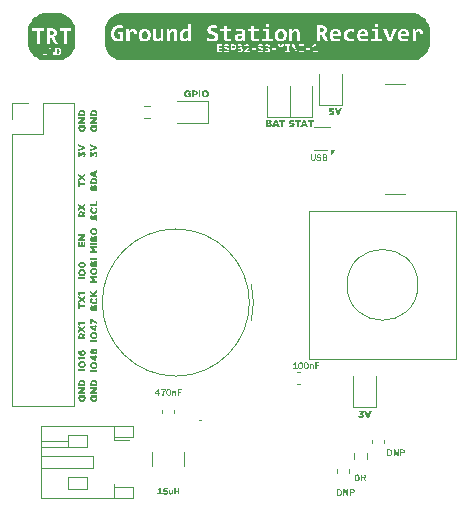
<source format=gbr>
%TF.GenerationSoftware,KiCad,Pcbnew,9.0.0*%
%TF.CreationDate,2025-05-09T11:29:12-04:00*%
%TF.ProjectId,ESP32 Ground Station,45535033-3220-4477-926f-756e64205374,rev?*%
%TF.SameCoordinates,Original*%
%TF.FileFunction,Legend,Top*%
%TF.FilePolarity,Positive*%
%FSLAX46Y46*%
G04 Gerber Fmt 4.6, Leading zero omitted, Abs format (unit mm)*
G04 Created by KiCad (PCBNEW 9.0.0) date 2025-05-09 11:29:12*
%MOMM*%
%LPD*%
G01*
G04 APERTURE LIST*
%ADD10C,0.150000*%
%ADD11C,0.100000*%
%ADD12C,0.187500*%
%ADD13C,0.175000*%
%ADD14C,0.300000*%
%ADD15C,0.120000*%
G04 APERTURE END LIST*
D10*
G36*
X224328428Y-80936264D02*
G01*
X224328428Y-81297975D01*
X224326223Y-81347103D01*
X224320387Y-81383993D01*
X224311905Y-81411109D01*
X224298187Y-81435444D01*
X224277391Y-81458212D01*
X224248157Y-81479619D01*
X224215521Y-81495185D01*
X224177502Y-81504938D01*
X224132972Y-81508378D01*
X224087669Y-81505315D01*
X224050442Y-81496805D01*
X224019876Y-81483576D01*
X223992701Y-81464650D01*
X223971663Y-81442070D01*
X223956092Y-81415468D01*
X223945831Y-81385973D01*
X223939138Y-81349719D01*
X223936711Y-81305376D01*
X223936711Y-80936264D01*
X224041931Y-80936264D01*
X224041931Y-81297719D01*
X224044448Y-81335687D01*
X224051009Y-81362730D01*
X224060515Y-81381495D01*
X224072486Y-81394036D01*
X224093825Y-81406691D01*
X224117339Y-81414318D01*
X224143634Y-81416934D01*
X224173853Y-81413965D01*
X224198310Y-81405663D01*
X224218225Y-81392424D01*
X224229191Y-81379364D01*
X224237899Y-81360499D01*
X224243871Y-81334034D01*
X224246142Y-81297719D01*
X224246142Y-80936264D01*
X224328428Y-80936264D01*
G37*
G36*
X224382540Y-81363298D02*
G01*
X224482887Y-81341683D01*
X224493382Y-81370362D01*
X224510655Y-81392381D01*
X224535499Y-81408899D01*
X224569999Y-81419854D01*
X224617233Y-81423968D01*
X224652337Y-81421322D01*
X224678992Y-81414204D01*
X224699042Y-81403452D01*
X224715321Y-81388134D01*
X224724492Y-81371455D01*
X224727545Y-81352710D01*
X224724343Y-81331577D01*
X224714649Y-81312007D01*
X224704451Y-81301664D01*
X224686919Y-81291762D01*
X224659145Y-81282625D01*
X224552130Y-81251667D01*
X224501168Y-81234915D01*
X224470577Y-81218658D01*
X224447169Y-81196837D01*
X224428262Y-81166524D01*
X224416362Y-81131833D01*
X224412362Y-81094643D01*
X224416024Y-81057790D01*
X224426569Y-81025809D01*
X224443865Y-80997694D01*
X224468489Y-80972790D01*
X224497606Y-80953192D01*
X224530709Y-80938914D01*
X224568514Y-80930006D01*
X224611920Y-80926885D01*
X224659359Y-80930579D01*
X224702279Y-80941320D01*
X224741467Y-80958905D01*
X224767936Y-80977059D01*
X224788564Y-80998220D01*
X224804025Y-81022631D01*
X224814593Y-81050826D01*
X224716481Y-81074823D01*
X224705371Y-81052098D01*
X224690231Y-81034857D01*
X224670688Y-81022274D01*
X224645751Y-81014223D01*
X224613935Y-81011295D01*
X224583315Y-81013789D01*
X224560157Y-81020507D01*
X224542788Y-81030713D01*
X224529067Y-81045051D01*
X224521099Y-81061243D01*
X224518388Y-81079989D01*
X224522421Y-81100101D01*
X224534740Y-81117484D01*
X224557608Y-81132995D01*
X224595397Y-81146227D01*
X224690469Y-81170151D01*
X224734536Y-81184020D01*
X224767237Y-81199685D01*
X224790826Y-81216707D01*
X224807119Y-81234961D01*
X224823708Y-81264669D01*
X224833549Y-81296004D01*
X224836868Y-81329593D01*
X224832767Y-81369911D01*
X224821007Y-81404456D01*
X224801766Y-81434435D01*
X224774366Y-81460605D01*
X224742184Y-81480827D01*
X224705122Y-81495713D01*
X224662320Y-81505079D01*
X224612726Y-81508378D01*
X224557967Y-81504285D01*
X224509526Y-81492511D01*
X224466364Y-81473464D01*
X224437705Y-81453606D01*
X224414420Y-81429030D01*
X224396043Y-81399224D01*
X224382540Y-81363298D01*
G37*
G36*
X225193216Y-80939435D02*
G01*
X225232432Y-80947804D01*
X225255309Y-80957978D01*
X225276423Y-80973796D01*
X225296069Y-80996091D01*
X225310864Y-81021699D01*
X225319833Y-81050172D01*
X225322924Y-81082260D01*
X225319802Y-81112397D01*
X225310709Y-81139198D01*
X225295593Y-81163410D01*
X225275573Y-81183652D01*
X225252735Y-81197742D01*
X225226497Y-81206165D01*
X225260128Y-81215855D01*
X225287715Y-81231648D01*
X225310321Y-81253682D01*
X225327242Y-81280526D01*
X225337441Y-81310414D01*
X225340949Y-81344211D01*
X225338166Y-81376289D01*
X225330098Y-81404939D01*
X225316865Y-81430810D01*
X225298194Y-81454376D01*
X225275585Y-81472873D01*
X225247096Y-81486748D01*
X225211407Y-81495734D01*
X225166816Y-81499000D01*
X224920949Y-81499000D01*
X224920949Y-81409900D01*
X225018805Y-81409900D01*
X225147948Y-81409900D01*
X225174476Y-81407305D01*
X225195605Y-81400100D01*
X225212501Y-81388687D01*
X225225466Y-81373142D01*
X225233353Y-81354356D01*
X225236132Y-81331351D01*
X225233375Y-81309426D01*
X225225416Y-81290864D01*
X225212098Y-81274858D01*
X225194914Y-81262889D01*
X225174016Y-81255449D01*
X225148388Y-81252803D01*
X225018805Y-81252803D01*
X225018805Y-81409900D01*
X224920949Y-81409900D01*
X224920949Y-81170737D01*
X225018805Y-81170737D01*
X225140584Y-81170737D01*
X225164447Y-81168084D01*
X225183690Y-81160629D01*
X225199349Y-81148572D01*
X225211241Y-81132656D01*
X225218450Y-81114082D01*
X225220964Y-81092079D01*
X225217962Y-81068056D01*
X225209686Y-81049946D01*
X225196345Y-81036281D01*
X225179197Y-81026396D01*
X225160095Y-81020398D01*
X225138532Y-81018330D01*
X225018805Y-81018330D01*
X225018805Y-81170737D01*
X224920949Y-81170737D01*
X224920949Y-80936264D01*
X225140181Y-80936264D01*
X225193216Y-80939435D01*
G37*
D11*
G36*
X220458432Y-78038224D02*
G01*
X220505013Y-78048353D01*
X220542387Y-78065088D01*
X220558320Y-78075946D01*
X220572458Y-78088412D01*
X220593033Y-78115060D01*
X220605760Y-78146291D01*
X220609118Y-78164077D01*
X220610267Y-78183337D01*
X220610267Y-78185022D01*
X220609518Y-78201049D01*
X220606570Y-78219547D01*
X220601533Y-78236454D01*
X220594152Y-78252593D01*
X220584815Y-78267116D01*
X220572480Y-78281332D01*
X220558237Y-78293772D01*
X220539812Y-78306011D01*
X220519555Y-78316180D01*
X220532004Y-78320556D01*
X220571018Y-78339172D01*
X220599261Y-78361110D01*
X220619198Y-78387301D01*
X220626431Y-78402576D01*
X220631750Y-78419451D01*
X220635159Y-78438796D01*
X220636316Y-78460088D01*
X220636316Y-78461773D01*
X220631951Y-78500112D01*
X220626599Y-78517491D01*
X220619189Y-78533702D01*
X220609622Y-78548906D01*
X220598029Y-78562831D01*
X220583958Y-78575842D01*
X220567820Y-78587398D01*
X220548775Y-78597883D01*
X220527578Y-78606676D01*
X220503102Y-78614024D01*
X220476386Y-78619398D01*
X220446195Y-78622838D01*
X220413713Y-78624000D01*
X220110473Y-78624000D01*
X220110473Y-78492988D01*
X220269219Y-78492988D01*
X220395248Y-78492988D01*
X220403508Y-78492799D01*
X220435049Y-78487516D01*
X220456107Y-78476557D01*
X220468765Y-78460725D01*
X220472196Y-78450515D01*
X220473357Y-78439022D01*
X220473357Y-78437337D01*
X220473336Y-78435767D01*
X220468694Y-78415773D01*
X220463219Y-78407286D01*
X220455592Y-78399978D01*
X220444945Y-78393544D01*
X220431716Y-78388700D01*
X220414243Y-78385361D01*
X220393563Y-78384214D01*
X220269219Y-78384214D01*
X220269219Y-78492988D01*
X220110473Y-78492988D01*
X220110473Y-78269945D01*
X220269219Y-78269945D01*
X220371727Y-78269945D01*
X220378392Y-78269839D01*
X220410953Y-78265183D01*
X220431908Y-78255146D01*
X220444383Y-78240233D01*
X220447831Y-78230186D01*
X220448993Y-78218654D01*
X220448993Y-78216969D01*
X220445603Y-78198493D01*
X220440778Y-78189859D01*
X220433872Y-78182501D01*
X220423937Y-78175964D01*
X220411548Y-78171086D01*
X220394810Y-78167677D01*
X220375061Y-78166520D01*
X220269219Y-78166520D01*
X220269219Y-78269945D01*
X220110473Y-78269945D01*
X220110473Y-78035472D01*
X220412027Y-78035472D01*
X220458432Y-78038224D01*
G37*
G36*
X221321380Y-78624000D02*
G01*
X221146698Y-78624000D01*
X221103833Y-78518743D01*
X220877053Y-78518743D01*
X220835031Y-78624000D01*
X220663683Y-78624000D01*
X220761641Y-78391871D01*
X220924937Y-78391871D01*
X221056792Y-78391871D01*
X220991286Y-78224406D01*
X220924937Y-78391871D01*
X220761641Y-78391871D01*
X220914020Y-78030782D01*
X221071080Y-78030782D01*
X221321380Y-78624000D01*
G37*
G36*
X221446420Y-78624000D02*
G01*
X221609379Y-78624000D01*
X221609379Y-78178281D01*
X221785747Y-78178281D01*
X221785747Y-78035472D01*
X221270016Y-78035472D01*
X221270016Y-78178281D01*
X221446420Y-78178281D01*
X221446420Y-78624000D01*
G37*
G36*
X222319833Y-78633378D02*
G01*
X222350730Y-78632215D01*
X222379939Y-78628763D01*
X222406547Y-78623280D01*
X222431355Y-78615746D01*
X222453464Y-78606593D01*
X222473711Y-78595627D01*
X222491360Y-78583397D01*
X222507113Y-78569570D01*
X222520487Y-78554690D01*
X222531929Y-78538385D01*
X222541201Y-78521046D01*
X222548471Y-78502405D01*
X222553649Y-78482579D01*
X222556699Y-78461531D01*
X222557566Y-78442026D01*
X222557566Y-78440341D01*
X222556404Y-78418790D01*
X222552960Y-78398987D01*
X222547565Y-78381531D01*
X222540179Y-78365507D01*
X222519648Y-78337402D01*
X222490275Y-78312945D01*
X222449406Y-78291079D01*
X222392373Y-78271098D01*
X222338334Y-78257709D01*
X222290350Y-78245491D01*
X222259605Y-78233792D01*
X222248719Y-78226837D01*
X222241646Y-78219209D01*
X222236765Y-78203840D01*
X222236668Y-78200739D01*
X222236668Y-78199054D01*
X222237842Y-78190409D01*
X222241375Y-78182491D01*
X222247045Y-78175730D01*
X222254943Y-78170045D01*
X222278305Y-78162554D01*
X222295469Y-78161355D01*
X222340348Y-78165989D01*
X222389013Y-78180531D01*
X222439028Y-78205426D01*
X222460113Y-78219167D01*
X222541593Y-78104239D01*
X222518347Y-78087087D01*
X222493826Y-78072004D01*
X222468716Y-78059356D01*
X222442264Y-78048706D01*
X222385461Y-78033563D01*
X222321677Y-78026540D01*
X222299683Y-78026093D01*
X222270725Y-78027248D01*
X222243454Y-78030646D01*
X222218242Y-78036103D01*
X222194805Y-78043550D01*
X222173508Y-78052738D01*
X222154059Y-78063668D01*
X222136761Y-78076050D01*
X222121376Y-78089942D01*
X222108107Y-78105067D01*
X222096820Y-78121492D01*
X222087620Y-78139022D01*
X222080492Y-78157666D01*
X222072667Y-78198012D01*
X222072024Y-78214111D01*
X222072024Y-78215796D01*
X222073179Y-78237799D01*
X222076573Y-78257849D01*
X222081901Y-78275535D01*
X222089139Y-78291611D01*
X222109157Y-78319590D01*
X222137530Y-78343584D01*
X222176738Y-78364793D01*
X222231576Y-78384278D01*
X222293784Y-78400114D01*
X222336825Y-78411335D01*
X222365875Y-78422100D01*
X222378510Y-78429386D01*
X222386777Y-78437137D01*
X222390824Y-78444160D01*
X222392686Y-78451845D01*
X222392922Y-78456278D01*
X222392922Y-78457927D01*
X222391757Y-78467134D01*
X222388291Y-78475276D01*
X222375250Y-78487737D01*
X222352287Y-78495885D01*
X222325731Y-78498153D01*
X222300000Y-78496986D01*
X222274638Y-78493505D01*
X222224927Y-78479624D01*
X222176506Y-78456353D01*
X222135038Y-78427775D01*
X222044327Y-78535962D01*
X222089160Y-78569931D01*
X222140706Y-78597399D01*
X222198436Y-78617649D01*
X222261424Y-78629869D01*
X222319833Y-78633378D01*
G37*
G36*
X222762987Y-78624000D02*
G01*
X222925946Y-78624000D01*
X222925946Y-78178281D01*
X223102313Y-78178281D01*
X223102313Y-78035472D01*
X222586582Y-78035472D01*
X222586582Y-78178281D01*
X222762987Y-78178281D01*
X222762987Y-78624000D01*
G37*
G36*
X223708317Y-78624000D02*
G01*
X223533634Y-78624000D01*
X223490769Y-78518743D01*
X223263990Y-78518743D01*
X223221968Y-78624000D01*
X223050619Y-78624000D01*
X223148577Y-78391871D01*
X223311874Y-78391871D01*
X223443728Y-78391871D01*
X223378222Y-78224406D01*
X223311874Y-78391871D01*
X223148577Y-78391871D01*
X223300956Y-78030782D01*
X223458016Y-78030782D01*
X223708317Y-78624000D01*
G37*
G36*
X223833357Y-78624000D02*
G01*
X223996316Y-78624000D01*
X223996316Y-78178281D01*
X224172683Y-78178281D01*
X224172683Y-78035472D01*
X223656952Y-78035472D01*
X223656952Y-78178281D01*
X223833357Y-78178281D01*
X223833357Y-78624000D01*
G37*
G36*
X204850000Y-99310392D02*
G01*
X204850000Y-99146590D01*
X204261472Y-99146590D01*
X204261472Y-99310392D01*
X204850000Y-99310392D01*
G37*
G36*
X204559615Y-98426268D02*
G01*
X204586862Y-98427797D01*
X204613420Y-98431649D01*
X204639555Y-98437843D01*
X204664772Y-98446247D01*
X204689216Y-98456892D01*
X204712502Y-98469606D01*
X204734627Y-98484373D01*
X204755362Y-98501036D01*
X204792158Y-98539604D01*
X204821876Y-98584224D01*
X204843734Y-98633780D01*
X204857162Y-98687244D01*
X204861723Y-98743736D01*
X204861713Y-98746447D01*
X204860309Y-98775595D01*
X204856604Y-98803813D01*
X204850607Y-98831353D01*
X204842452Y-98857764D01*
X204832126Y-98883212D01*
X204819806Y-98907326D01*
X204805505Y-98930153D01*
X204789400Y-98951443D01*
X204771584Y-98971121D01*
X204752176Y-98989076D01*
X204709239Y-99019317D01*
X204661750Y-99041459D01*
X204610819Y-99054999D01*
X204557421Y-99059579D01*
X204555772Y-99059579D01*
X204551895Y-99059555D01*
X204524643Y-99058023D01*
X204498080Y-99054168D01*
X204471939Y-99047971D01*
X204446719Y-99039565D01*
X204422271Y-99028917D01*
X204398981Y-99016201D01*
X204376852Y-99001433D01*
X204356116Y-98984769D01*
X204319316Y-98946200D01*
X204289596Y-98901582D01*
X204267737Y-98852030D01*
X204254310Y-98798572D01*
X204249881Y-98743736D01*
X204396770Y-98743736D01*
X204397224Y-98755842D01*
X204399862Y-98774815D01*
X204404719Y-98792661D01*
X204411872Y-98809767D01*
X204421046Y-98825512D01*
X204432424Y-98840209D01*
X204445582Y-98853281D01*
X204460650Y-98864846D01*
X204477186Y-98874526D01*
X204495082Y-98882254D01*
X204514069Y-98887882D01*
X204554087Y-98892443D01*
X204555772Y-98892443D01*
X204573580Y-98891538D01*
X204593536Y-98888310D01*
X204612674Y-98882846D01*
X204647449Y-98865801D01*
X204676011Y-98841863D01*
X204697162Y-98812549D01*
X204710242Y-98779045D01*
X204714738Y-98742087D01*
X204714255Y-98729490D01*
X204711578Y-98710397D01*
X204706690Y-98692457D01*
X204699521Y-98675292D01*
X204690343Y-98659507D01*
X204678976Y-98644790D01*
X204665840Y-98631710D01*
X204650799Y-98620141D01*
X204634294Y-98610462D01*
X204616418Y-98602731D01*
X204597451Y-98597102D01*
X204557421Y-98592537D01*
X204555772Y-98592537D01*
X204537560Y-98593484D01*
X204517645Y-98596752D01*
X204498548Y-98602252D01*
X204463886Y-98619350D01*
X204435423Y-98643343D01*
X204414329Y-98672762D01*
X204401266Y-98706462D01*
X204397918Y-98724609D01*
X204396770Y-98743736D01*
X204249881Y-98743736D01*
X204249748Y-98742087D01*
X204249758Y-98739367D01*
X204251163Y-98710221D01*
X204254869Y-98682007D01*
X204260868Y-98654469D01*
X204269023Y-98628061D01*
X204279352Y-98602613D01*
X204291673Y-98578500D01*
X204305977Y-98555674D01*
X204322084Y-98534383D01*
X204339903Y-98514705D01*
X204359314Y-98496750D01*
X204402258Y-98466508D01*
X204449753Y-98444365D01*
X204500688Y-98430825D01*
X204554087Y-98426245D01*
X204555772Y-98426245D01*
X204559615Y-98426268D01*
G37*
G36*
X204850000Y-98257021D02*
G01*
X204850000Y-98096590D01*
X204256782Y-98096590D01*
X204256782Y-98215036D01*
X204305582Y-98387227D01*
X204431831Y-98356159D01*
X204409080Y-98257021D01*
X204850000Y-98257021D01*
G37*
G36*
X204678429Y-97521608D02*
G01*
X204700726Y-97525495D01*
X204721753Y-97531524D01*
X204741836Y-97539754D01*
X204760518Y-97549970D01*
X204778203Y-97562402D01*
X204794321Y-97576669D01*
X204809240Y-97593146D01*
X204822399Y-97611287D01*
X204834029Y-97631497D01*
X204843699Y-97653156D01*
X204851476Y-97676537D01*
X204857110Y-97701094D01*
X204860560Y-97726845D01*
X204861723Y-97753453D01*
X204857585Y-97808031D01*
X204852469Y-97832359D01*
X204845438Y-97854714D01*
X204836215Y-97875990D01*
X204825119Y-97895508D01*
X204810839Y-97915200D01*
X204794532Y-97933228D01*
X204781813Y-97944951D01*
X204745515Y-97969771D01*
X204724329Y-97979960D01*
X204700794Y-97988597D01*
X204674265Y-97995677D01*
X204644944Y-98000921D01*
X204611502Y-98004288D01*
X204574677Y-98005439D01*
X204572991Y-98005439D01*
X204506351Y-98001254D01*
X204446513Y-97989095D01*
X204395038Y-97970007D01*
X204351721Y-97944834D01*
X204316176Y-97914083D01*
X204288075Y-97877865D01*
X204276785Y-97857647D01*
X204267350Y-97835918D01*
X204259822Y-97812572D01*
X204254325Y-97787691D01*
X204250907Y-97760871D01*
X204249748Y-97732461D01*
X204251653Y-97693011D01*
X204255555Y-97665747D01*
X204261531Y-97640207D01*
X204270050Y-97614776D01*
X204280788Y-97590595D01*
X204296162Y-97563330D01*
X204314448Y-97536749D01*
X204429890Y-97613172D01*
X204425615Y-97618958D01*
X204402425Y-97656239D01*
X204389480Y-97691207D01*
X204386155Y-97709839D01*
X204385010Y-97729933D01*
X204385145Y-97735958D01*
X204386999Y-97752256D01*
X204390946Y-97767101D01*
X204397047Y-97780832D01*
X204405116Y-97793098D01*
X204415841Y-97804669D01*
X204428561Y-97814622D01*
X204444836Y-97823816D01*
X204463196Y-97831113D01*
X204485979Y-97837093D01*
X204510856Y-97840831D01*
X204501981Y-97828580D01*
X204481951Y-97793565D01*
X204471549Y-97761843D01*
X204582224Y-97761843D01*
X204583466Y-97778547D01*
X204586821Y-97792822D01*
X204592114Y-97805471D01*
X204599237Y-97816517D01*
X204607966Y-97825763D01*
X204618331Y-97833264D01*
X204629978Y-97838741D01*
X204642972Y-97842164D01*
X204656889Y-97843323D01*
X204658574Y-97843323D01*
X204675132Y-97841652D01*
X204699238Y-97832024D01*
X204718103Y-97814710D01*
X204725168Y-97803444D01*
X204730443Y-97790547D01*
X204733746Y-97776093D01*
X204734888Y-97760194D01*
X204733590Y-97743144D01*
X204730197Y-97728957D01*
X204724873Y-97716385D01*
X204717720Y-97705412D01*
X204708952Y-97696222D01*
X204698514Y-97688754D01*
X204686762Y-97683296D01*
X204673579Y-97679874D01*
X204659417Y-97678715D01*
X204657732Y-97678715D01*
X204641749Y-97680326D01*
X204617808Y-97689927D01*
X204598985Y-97707289D01*
X204591932Y-97718577D01*
X204586660Y-97731506D01*
X204583365Y-97745953D01*
X204582224Y-97761843D01*
X204471549Y-97761843D01*
X204469767Y-97756409D01*
X204466588Y-97736188D01*
X204465464Y-97713996D01*
X204465564Y-97706998D01*
X204471401Y-97661366D01*
X204485489Y-97620501D01*
X204506684Y-97585778D01*
X204533994Y-97557926D01*
X204566813Y-97537341D01*
X204585168Y-97529913D01*
X204604945Y-97524446D01*
X204626039Y-97521083D01*
X204648499Y-97519933D01*
X204650184Y-97519933D01*
X204678429Y-97521608D01*
G37*
G36*
X205858000Y-99409164D02*
G01*
X205858000Y-99245362D01*
X205269472Y-99245362D01*
X205269472Y-99409164D01*
X205858000Y-99409164D01*
G37*
G36*
X205567615Y-98525040D02*
G01*
X205594862Y-98526569D01*
X205621420Y-98530421D01*
X205647555Y-98536615D01*
X205672772Y-98545019D01*
X205697216Y-98555664D01*
X205720502Y-98568378D01*
X205742627Y-98583145D01*
X205763362Y-98599808D01*
X205800158Y-98638376D01*
X205829876Y-98682996D01*
X205851734Y-98732552D01*
X205865162Y-98786016D01*
X205869723Y-98842508D01*
X205869713Y-98845219D01*
X205868309Y-98874367D01*
X205864604Y-98902585D01*
X205858607Y-98930125D01*
X205850452Y-98956536D01*
X205840126Y-98981984D01*
X205827806Y-99006098D01*
X205813505Y-99028925D01*
X205797400Y-99050215D01*
X205779584Y-99069893D01*
X205760176Y-99087848D01*
X205717239Y-99118089D01*
X205669750Y-99140231D01*
X205618819Y-99153771D01*
X205565421Y-99158351D01*
X205563772Y-99158351D01*
X205559895Y-99158327D01*
X205532643Y-99156795D01*
X205506080Y-99152940D01*
X205479939Y-99146743D01*
X205454719Y-99138337D01*
X205430271Y-99127689D01*
X205406981Y-99114973D01*
X205384852Y-99100205D01*
X205364116Y-99083541D01*
X205327316Y-99044972D01*
X205297596Y-99000354D01*
X205275737Y-98950802D01*
X205262310Y-98897344D01*
X205257881Y-98842508D01*
X205404770Y-98842508D01*
X205405224Y-98854614D01*
X205407862Y-98873587D01*
X205412719Y-98891433D01*
X205419872Y-98908539D01*
X205429046Y-98924284D01*
X205440424Y-98938981D01*
X205453582Y-98952053D01*
X205468650Y-98963618D01*
X205485186Y-98973298D01*
X205503082Y-98981026D01*
X205522069Y-98986654D01*
X205562087Y-98991215D01*
X205563772Y-98991215D01*
X205581580Y-98990310D01*
X205601536Y-98987082D01*
X205620674Y-98981618D01*
X205655449Y-98964573D01*
X205684011Y-98940635D01*
X205705162Y-98911321D01*
X205718242Y-98877817D01*
X205722738Y-98840859D01*
X205722255Y-98828262D01*
X205719578Y-98809169D01*
X205714690Y-98791229D01*
X205707521Y-98774064D01*
X205698343Y-98758279D01*
X205686976Y-98743562D01*
X205673840Y-98730482D01*
X205658799Y-98718913D01*
X205642294Y-98709234D01*
X205624418Y-98701503D01*
X205605451Y-98695874D01*
X205565421Y-98691309D01*
X205563772Y-98691309D01*
X205545560Y-98692256D01*
X205525645Y-98695524D01*
X205506548Y-98701024D01*
X205471886Y-98718122D01*
X205443423Y-98742115D01*
X205422329Y-98771534D01*
X205409266Y-98805234D01*
X205405918Y-98823381D01*
X205404770Y-98842508D01*
X205257881Y-98842508D01*
X205257748Y-98840859D01*
X205257758Y-98838139D01*
X205259163Y-98808993D01*
X205262869Y-98780779D01*
X205268868Y-98753241D01*
X205277023Y-98726833D01*
X205287352Y-98701385D01*
X205299673Y-98677272D01*
X205313977Y-98654446D01*
X205330084Y-98633155D01*
X205347903Y-98613477D01*
X205367314Y-98595522D01*
X205410258Y-98565280D01*
X205457753Y-98543137D01*
X205508688Y-98529597D01*
X205562087Y-98525017D01*
X205563772Y-98525017D01*
X205567615Y-98525040D01*
G37*
G36*
X205743108Y-98012253D02*
G01*
X205858000Y-98012253D01*
X205858000Y-98170156D01*
X205743108Y-98170156D01*
X205743108Y-98454931D01*
X205628033Y-98481786D01*
X205264782Y-98176897D01*
X205264782Y-98170156D01*
X205453167Y-98170156D01*
X205622171Y-98310437D01*
X205622171Y-98170156D01*
X205453167Y-98170156D01*
X205264782Y-98170156D01*
X205264782Y-98012253D01*
X205621328Y-98012253D01*
X205621328Y-97937478D01*
X205743108Y-97937478D01*
X205743108Y-98012253D01*
G37*
G36*
X205703398Y-97407886D02*
G01*
X205722227Y-97410104D01*
X205740124Y-97414561D01*
X205757442Y-97421353D01*
X205773686Y-97430306D01*
X205789374Y-97441794D01*
X205803793Y-97455403D01*
X205817447Y-97471778D01*
X205829591Y-97490231D01*
X205840563Y-97511518D01*
X205849759Y-97534788D01*
X205857297Y-97560676D01*
X205862798Y-97588370D01*
X205866220Y-97618187D01*
X205867378Y-97649553D01*
X205866616Y-97674802D01*
X205858666Y-97731823D01*
X205843182Y-97780715D01*
X205821643Y-97820673D01*
X205795386Y-97851537D01*
X205765354Y-97873536D01*
X205732000Y-97886890D01*
X205714091Y-97890305D01*
X205695370Y-97891463D01*
X205693685Y-97891463D01*
X205667749Y-97889635D01*
X205649634Y-97885817D01*
X205632994Y-97879979D01*
X205617267Y-97871895D01*
X205602964Y-97861806D01*
X205588941Y-97848653D01*
X205576411Y-97833324D01*
X205563797Y-97813279D01*
X205552855Y-97790676D01*
X205544226Y-97804956D01*
X205520562Y-97833917D01*
X205493608Y-97854290D01*
X205462396Y-97866859D01*
X205444707Y-97870170D01*
X205425433Y-97871313D01*
X205423748Y-97871313D01*
X205423306Y-97871312D01*
X205404930Y-97870080D01*
X205387276Y-97866551D01*
X205370081Y-97860667D01*
X205353809Y-97852566D01*
X205338113Y-97842009D01*
X205323579Y-97829297D01*
X205309923Y-97814057D01*
X205297699Y-97796742D01*
X205286777Y-97776986D01*
X205277572Y-97755282D01*
X205270107Y-97731421D01*
X205264629Y-97705798D01*
X205261246Y-97678442D01*
X205260093Y-97649553D01*
X205381066Y-97649553D01*
X205381224Y-97655228D01*
X205383211Y-97669850D01*
X205387285Y-97682894D01*
X205393272Y-97694362D01*
X205400886Y-97703990D01*
X205409864Y-97711657D01*
X205419958Y-97717257D01*
X205442176Y-97721800D01*
X205443861Y-97721800D01*
X205450034Y-97721527D01*
X205462118Y-97719288D01*
X205473187Y-97714897D01*
X205483108Y-97708447D01*
X205491645Y-97700084D01*
X205498658Y-97689865D01*
X205503901Y-97677972D01*
X205507200Y-97664473D01*
X205508341Y-97649553D01*
X205614147Y-97649553D01*
X205615154Y-97666040D01*
X205623146Y-97695595D01*
X205637240Y-97716943D01*
X205655689Y-97729909D01*
X205666299Y-97733255D01*
X205677785Y-97734403D01*
X205679470Y-97734403D01*
X205690044Y-97733471D01*
X205711682Y-97724913D01*
X205721096Y-97717416D01*
X205729307Y-97707833D01*
X205736087Y-97696217D01*
X205741213Y-97682614D01*
X205744465Y-97667032D01*
X205745599Y-97649553D01*
X205744733Y-97634214D01*
X205741750Y-97618436D01*
X205736859Y-97604586D01*
X205730268Y-97592690D01*
X205722215Y-97582829D01*
X205712866Y-97575014D01*
X205702497Y-97569360D01*
X205691265Y-97565903D01*
X205679470Y-97564739D01*
X205677785Y-97564739D01*
X205670319Y-97565216D01*
X205659062Y-97567904D01*
X205648808Y-97572822D01*
X205639177Y-97580269D01*
X205630919Y-97589839D01*
X205623870Y-97601957D01*
X205618626Y-97615983D01*
X205615293Y-97632008D01*
X205614147Y-97649553D01*
X205508341Y-97649553D01*
X205508051Y-97641797D01*
X205505847Y-97627577D01*
X205501622Y-97614844D01*
X205488023Y-97594621D01*
X205468682Y-97581823D01*
X205457184Y-97578456D01*
X205444704Y-97577306D01*
X205443019Y-97577306D01*
X205437921Y-97577532D01*
X205426495Y-97579744D01*
X205415755Y-97584217D01*
X205397544Y-97599348D01*
X205390649Y-97609585D01*
X205385436Y-97621533D01*
X205382199Y-97634821D01*
X205381066Y-97649553D01*
X205260093Y-97649553D01*
X205260183Y-97641401D01*
X205261953Y-97613051D01*
X205265903Y-97586251D01*
X205279636Y-97538417D01*
X205299972Y-97498833D01*
X205325508Y-97467944D01*
X205355091Y-97445808D01*
X205387968Y-97432372D01*
X205405504Y-97428951D01*
X205423748Y-97427792D01*
X205425433Y-97427792D01*
X205426087Y-97427794D01*
X205445489Y-97429033D01*
X205463280Y-97432476D01*
X205480426Y-97438311D01*
X205495965Y-97446190D01*
X205511622Y-97457208D01*
X205525518Y-97470232D01*
X205540259Y-97488344D01*
X205552855Y-97508429D01*
X205571521Y-97474345D01*
X205595266Y-97445065D01*
X205622162Y-97424749D01*
X205637294Y-97417508D01*
X205653913Y-97412164D01*
X205672487Y-97408794D01*
X205692842Y-97407642D01*
X205694528Y-97407642D01*
X205703398Y-97407886D01*
G37*
D10*
G36*
X222813030Y-99124000D02*
G01*
X222382369Y-99124000D01*
X222382369Y-99039589D01*
X222550823Y-99039589D01*
X222550823Y-98691616D01*
X222493923Y-98737089D01*
X222443245Y-98769723D01*
X222397940Y-98791597D01*
X222397940Y-98688246D01*
X222461829Y-98662288D01*
X222486160Y-98649924D01*
X222505369Y-98635779D01*
X222537634Y-98608049D01*
X222568051Y-98577050D01*
X222585738Y-98551885D01*
X222654834Y-98551885D01*
X222654834Y-99039589D01*
X222813030Y-99039589D01*
X222813030Y-99124000D01*
G37*
G36*
X223095721Y-98554436D02*
G01*
X223127204Y-98561791D01*
X223155457Y-98573705D01*
X223180970Y-98590207D01*
X223210441Y-98618352D01*
X223234878Y-98653407D01*
X223254316Y-98696489D01*
X223268045Y-98742311D01*
X223275877Y-98784628D01*
X223278386Y-98823911D01*
X223275513Y-98890220D01*
X223267645Y-98943974D01*
X223255745Y-98987162D01*
X223237441Y-99027607D01*
X223213483Y-99062396D01*
X223183644Y-99092199D01*
X223157916Y-99109895D01*
X223129064Y-99122691D01*
X223096518Y-99130617D01*
X223059557Y-99133378D01*
X223018909Y-99129960D01*
X222983441Y-99120155D01*
X222952217Y-99104263D01*
X222924547Y-99082083D01*
X222900042Y-99052925D01*
X222876351Y-99011730D01*
X222858877Y-98964636D01*
X222847888Y-98910654D01*
X222844025Y-98848603D01*
X222844574Y-98839664D01*
X222948439Y-98839664D01*
X222951521Y-98903460D01*
X222959878Y-98953906D01*
X222972399Y-98993354D01*
X222987213Y-99019215D01*
X223006083Y-99036821D01*
X223029576Y-99047519D01*
X223059154Y-99051313D01*
X223086159Y-99048246D01*
X223108502Y-99039530D01*
X223127224Y-99025264D01*
X223142098Y-99006490D01*
X223153959Y-98982487D01*
X223162542Y-98952138D01*
X223169234Y-98900491D01*
X223171921Y-98821566D01*
X223169324Y-98776024D01*
X223161646Y-98732599D01*
X223148950Y-98690957D01*
X223134374Y-98663309D01*
X223115425Y-98644613D01*
X223091564Y-98633285D01*
X223061206Y-98629261D01*
X223033835Y-98632805D01*
X223010916Y-98643013D01*
X222991336Y-98660162D01*
X222974659Y-98685673D01*
X222961198Y-98721922D01*
X222951943Y-98772019D01*
X222948439Y-98839664D01*
X222844574Y-98839664D01*
X222848159Y-98781305D01*
X222859803Y-98723979D01*
X222878124Y-98675102D01*
X222902716Y-98633401D01*
X222928394Y-98603494D01*
X222956559Y-98580955D01*
X222987526Y-98564985D01*
X223021875Y-98555245D01*
X223060400Y-98551885D01*
X223095721Y-98554436D01*
G37*
G36*
X223584011Y-98554436D02*
G01*
X223615494Y-98561791D01*
X223643748Y-98573705D01*
X223669260Y-98590207D01*
X223698731Y-98618352D01*
X223723168Y-98653407D01*
X223742606Y-98696489D01*
X223756336Y-98742311D01*
X223764167Y-98784628D01*
X223766677Y-98823911D01*
X223763803Y-98890220D01*
X223755935Y-98943974D01*
X223744035Y-98987162D01*
X223725731Y-99027607D01*
X223701773Y-99062396D01*
X223671935Y-99092199D01*
X223646206Y-99109895D01*
X223617354Y-99122691D01*
X223584809Y-99130617D01*
X223547847Y-99133378D01*
X223507199Y-99129960D01*
X223471731Y-99120155D01*
X223440507Y-99104263D01*
X223412837Y-99082083D01*
X223388332Y-99052925D01*
X223364641Y-99011730D01*
X223347167Y-98964636D01*
X223336178Y-98910654D01*
X223332315Y-98848603D01*
X223332864Y-98839664D01*
X223436729Y-98839664D01*
X223439811Y-98903460D01*
X223448168Y-98953906D01*
X223460689Y-98993354D01*
X223475503Y-99019215D01*
X223494374Y-99036821D01*
X223517867Y-99047519D01*
X223547444Y-99051313D01*
X223574450Y-99048246D01*
X223596792Y-99039530D01*
X223615515Y-99025264D01*
X223630388Y-99006490D01*
X223642249Y-98982487D01*
X223650832Y-98952138D01*
X223657524Y-98900491D01*
X223660211Y-98821566D01*
X223657614Y-98776024D01*
X223649936Y-98732599D01*
X223637240Y-98690957D01*
X223622664Y-98663309D01*
X223603715Y-98644613D01*
X223579854Y-98633285D01*
X223549496Y-98629261D01*
X223522125Y-98632805D01*
X223499207Y-98643013D01*
X223479626Y-98660162D01*
X223462950Y-98685673D01*
X223449488Y-98721922D01*
X223440233Y-98772019D01*
X223436729Y-98839664D01*
X223332864Y-98839664D01*
X223336449Y-98781305D01*
X223348094Y-98723979D01*
X223366414Y-98675102D01*
X223391007Y-98633401D01*
X223416684Y-98603494D01*
X223444849Y-98580955D01*
X223475816Y-98564985D01*
X223510165Y-98555245D01*
X223548690Y-98551885D01*
X223584011Y-98554436D01*
G37*
G36*
X224195103Y-99124000D02*
G01*
X224099335Y-99124000D01*
X224099335Y-98863185D01*
X224096960Y-98836645D01*
X224090567Y-98816798D01*
X224080797Y-98802075D01*
X224067395Y-98790598D01*
X224052688Y-98783925D01*
X224036137Y-98781669D01*
X224013577Y-98785060D01*
X223992795Y-98795303D01*
X223973050Y-98813396D01*
X223958837Y-98836161D01*
X223949425Y-98867264D01*
X223945902Y-98909273D01*
X223945902Y-99124000D01*
X223850134Y-99124000D01*
X223850134Y-98706637D01*
X223937732Y-98706637D01*
X223937732Y-98797935D01*
X223958309Y-98758659D01*
X223980830Y-98730760D01*
X224005242Y-98712012D01*
X224031987Y-98700998D01*
X224061966Y-98697258D01*
X224097268Y-98701239D01*
X224128281Y-98712824D01*
X224156012Y-98732173D01*
X224171758Y-98750746D01*
X224183930Y-98776026D01*
X224192067Y-98809820D01*
X224195103Y-98854429D01*
X224195103Y-99124000D01*
G37*
G36*
X224416387Y-99124000D02*
G01*
X224310324Y-99124000D01*
X224310324Y-98561264D01*
X224666394Y-98561264D01*
X224666394Y-98650364D01*
X224416387Y-98650364D01*
X224416387Y-98798412D01*
X224613125Y-98798412D01*
X224613125Y-98887511D01*
X224416387Y-98887511D01*
X224416387Y-99124000D01*
G37*
D11*
G36*
X204850000Y-91542088D02*
G01*
X204850000Y-91378286D01*
X204261472Y-91378286D01*
X204261472Y-91542088D01*
X204850000Y-91542088D01*
G37*
G36*
X204559615Y-90657964D02*
G01*
X204586862Y-90659493D01*
X204613420Y-90663345D01*
X204639555Y-90669539D01*
X204664772Y-90677943D01*
X204689216Y-90688588D01*
X204712502Y-90701302D01*
X204734627Y-90716069D01*
X204755362Y-90732732D01*
X204792158Y-90771300D01*
X204821876Y-90815920D01*
X204843734Y-90865476D01*
X204857162Y-90918940D01*
X204861723Y-90975432D01*
X204861713Y-90978143D01*
X204860309Y-91007291D01*
X204856604Y-91035509D01*
X204850607Y-91063049D01*
X204842452Y-91089460D01*
X204832126Y-91114908D01*
X204819806Y-91139022D01*
X204805505Y-91161849D01*
X204789400Y-91183139D01*
X204771584Y-91202817D01*
X204752176Y-91220772D01*
X204709239Y-91251013D01*
X204661750Y-91273155D01*
X204610819Y-91286695D01*
X204557421Y-91291275D01*
X204555772Y-91291275D01*
X204551895Y-91291251D01*
X204524643Y-91289719D01*
X204498080Y-91285864D01*
X204471939Y-91279667D01*
X204446719Y-91271261D01*
X204422271Y-91260613D01*
X204398981Y-91247897D01*
X204376852Y-91233129D01*
X204356116Y-91216465D01*
X204319316Y-91177896D01*
X204289596Y-91133278D01*
X204267737Y-91083726D01*
X204254310Y-91030268D01*
X204249881Y-90975432D01*
X204396770Y-90975432D01*
X204397224Y-90987538D01*
X204399862Y-91006511D01*
X204404719Y-91024357D01*
X204411872Y-91041463D01*
X204421046Y-91057208D01*
X204432424Y-91071905D01*
X204445582Y-91084977D01*
X204460650Y-91096542D01*
X204477186Y-91106222D01*
X204495082Y-91113950D01*
X204514069Y-91119578D01*
X204554087Y-91124139D01*
X204555772Y-91124139D01*
X204573580Y-91123234D01*
X204593536Y-91120006D01*
X204612674Y-91114542D01*
X204647449Y-91097497D01*
X204676011Y-91073559D01*
X204697162Y-91044245D01*
X204710242Y-91010741D01*
X204714738Y-90973783D01*
X204714255Y-90961186D01*
X204711578Y-90942093D01*
X204706690Y-90924153D01*
X204699521Y-90906988D01*
X204690343Y-90891203D01*
X204678976Y-90876486D01*
X204665840Y-90863406D01*
X204650799Y-90851837D01*
X204634294Y-90842158D01*
X204616418Y-90834427D01*
X204597451Y-90828798D01*
X204557421Y-90824233D01*
X204555772Y-90824233D01*
X204537560Y-90825180D01*
X204517645Y-90828448D01*
X204498548Y-90833948D01*
X204463886Y-90851046D01*
X204435423Y-90875039D01*
X204414329Y-90904458D01*
X204401266Y-90938158D01*
X204397918Y-90956305D01*
X204396770Y-90975432D01*
X204249881Y-90975432D01*
X204249748Y-90973783D01*
X204249758Y-90971063D01*
X204251163Y-90941917D01*
X204254869Y-90913703D01*
X204260868Y-90886165D01*
X204269023Y-90859757D01*
X204279352Y-90834309D01*
X204291673Y-90810196D01*
X204305977Y-90787370D01*
X204322084Y-90766079D01*
X204339903Y-90746401D01*
X204359314Y-90728446D01*
X204402258Y-90698204D01*
X204449753Y-90676061D01*
X204500688Y-90662521D01*
X204554087Y-90657941D01*
X204555772Y-90657941D01*
X204559615Y-90657964D01*
G37*
G36*
X204604439Y-90049947D02*
G01*
X204660716Y-90061737D01*
X204711601Y-90081548D01*
X204755948Y-90108353D01*
X204793030Y-90141153D01*
X204822441Y-90179133D01*
X204843919Y-90221745D01*
X204851578Y-90244628D01*
X204857167Y-90268698D01*
X204860567Y-90293749D01*
X204861723Y-90319896D01*
X204859785Y-90353787D01*
X204855672Y-90378884D01*
X204849390Y-90402770D01*
X204840876Y-90425801D01*
X204830330Y-90447503D01*
X204817533Y-90468316D01*
X204802832Y-90487653D01*
X204785862Y-90505944D01*
X204767130Y-90522586D01*
X204746199Y-90537911D01*
X204723681Y-90551402D01*
X204699190Y-90563237D01*
X204673331Y-90573059D01*
X204645902Y-90580900D01*
X204617370Y-90586572D01*
X204587798Y-90590026D01*
X204557421Y-90591189D01*
X204555736Y-90591189D01*
X204507349Y-90588142D01*
X204451122Y-90576347D01*
X204400197Y-90556493D01*
X204355760Y-90529610D01*
X204318579Y-90496721D01*
X204289090Y-90458672D01*
X204267567Y-90416051D01*
X204254304Y-90369188D01*
X204250904Y-90344235D01*
X204249823Y-90319896D01*
X204394242Y-90319896D01*
X204396831Y-90341478D01*
X204401501Y-90355192D01*
X204408397Y-90367918D01*
X204417971Y-90380214D01*
X204429770Y-90391260D01*
X204444566Y-90401527D01*
X204461557Y-90410215D01*
X204481501Y-90417513D01*
X204503492Y-90422882D01*
X204527910Y-90426270D01*
X204554087Y-90427424D01*
X204555736Y-90427424D01*
X204605268Y-90423028D01*
X204646106Y-90411056D01*
X204677454Y-90393410D01*
X204699479Y-90371645D01*
X204712719Y-90346564D01*
X204716111Y-90332797D01*
X204717266Y-90318211D01*
X204714737Y-90296766D01*
X204710113Y-90283016D01*
X204703273Y-90270285D01*
X204693742Y-90257973D01*
X204681998Y-90246932D01*
X204667202Y-90236640D01*
X204650221Y-90227946D01*
X204630208Y-90220620D01*
X204608166Y-90215240D01*
X204583651Y-90211839D01*
X204557421Y-90210683D01*
X204555736Y-90210683D01*
X204506799Y-90215097D01*
X204465870Y-90227211D01*
X204434278Y-90245068D01*
X204412076Y-90266974D01*
X204398783Y-90291972D01*
X204395396Y-90305555D01*
X204394242Y-90319896D01*
X204249823Y-90319896D01*
X204249748Y-90318211D01*
X204251699Y-90284364D01*
X204255828Y-90259325D01*
X204262131Y-90235476D01*
X204270677Y-90212452D01*
X204281262Y-90190743D01*
X204294107Y-90169909D01*
X204308860Y-90150543D01*
X204325882Y-90132223D01*
X204344668Y-90115547D01*
X204365635Y-90100200D01*
X204388189Y-90086684D01*
X204412679Y-90074840D01*
X204438531Y-90065008D01*
X204465904Y-90057168D01*
X204494373Y-90051496D01*
X204523831Y-90048045D01*
X204554087Y-90046882D01*
X204555736Y-90046882D01*
X204604439Y-90049947D01*
G37*
G36*
X205858000Y-91874892D02*
G01*
X205858000Y-91715304D01*
X205521714Y-91715304D01*
X205750398Y-91565791D01*
X205750398Y-91562420D01*
X205520028Y-91412064D01*
X205858000Y-91412064D01*
X205858000Y-91249948D01*
X205269472Y-91249948D01*
X205269472Y-91422139D01*
X205497351Y-91562420D01*
X205269472Y-91702701D01*
X205269472Y-91874892D01*
X205858000Y-91874892D01*
G37*
G36*
X205567615Y-90533106D02*
G01*
X205594862Y-90534635D01*
X205621420Y-90538488D01*
X205647555Y-90544681D01*
X205672772Y-90553085D01*
X205697216Y-90563731D01*
X205720502Y-90576445D01*
X205742627Y-90591211D01*
X205763362Y-90607874D01*
X205800158Y-90646442D01*
X205829876Y-90691062D01*
X205851734Y-90740619D01*
X205865162Y-90794082D01*
X205869723Y-90850574D01*
X205869713Y-90853285D01*
X205868309Y-90882434D01*
X205864604Y-90910651D01*
X205858607Y-90938192D01*
X205850452Y-90964602D01*
X205840126Y-90990051D01*
X205827806Y-91014165D01*
X205813505Y-91036991D01*
X205797400Y-91058282D01*
X205779584Y-91077960D01*
X205760176Y-91095914D01*
X205717239Y-91126155D01*
X205669750Y-91148297D01*
X205618819Y-91161837D01*
X205565421Y-91166417D01*
X205563772Y-91166417D01*
X205559895Y-91166393D01*
X205532643Y-91164862D01*
X205506080Y-91161006D01*
X205479939Y-91154810D01*
X205454719Y-91146403D01*
X205430271Y-91135756D01*
X205406981Y-91123039D01*
X205384852Y-91108271D01*
X205364116Y-91091607D01*
X205327316Y-91053038D01*
X205297596Y-91008420D01*
X205275737Y-90958868D01*
X205262310Y-90905411D01*
X205257881Y-90850574D01*
X205404770Y-90850574D01*
X205405224Y-90862680D01*
X205407862Y-90881653D01*
X205412719Y-90899499D01*
X205419872Y-90916606D01*
X205429046Y-90932351D01*
X205440424Y-90947047D01*
X205453582Y-90960120D01*
X205468650Y-90971684D01*
X205485186Y-90981364D01*
X205503082Y-90989092D01*
X205522069Y-90994720D01*
X205562087Y-90999282D01*
X205563772Y-90999282D01*
X205581580Y-90998376D01*
X205601536Y-90995148D01*
X205620674Y-90989685D01*
X205655449Y-90972639D01*
X205684011Y-90948701D01*
X205705162Y-90919387D01*
X205718242Y-90885883D01*
X205722738Y-90848926D01*
X205722255Y-90836328D01*
X205719578Y-90817236D01*
X205714690Y-90799295D01*
X205707521Y-90782131D01*
X205698343Y-90766345D01*
X205686976Y-90751629D01*
X205673840Y-90738548D01*
X205658799Y-90726979D01*
X205642294Y-90717300D01*
X205624418Y-90709569D01*
X205605451Y-90703941D01*
X205565421Y-90699376D01*
X205563772Y-90699376D01*
X205545560Y-90700322D01*
X205525645Y-90703590D01*
X205506548Y-90709090D01*
X205471886Y-90726188D01*
X205443423Y-90750182D01*
X205422329Y-90779600D01*
X205409266Y-90813300D01*
X205405918Y-90831447D01*
X205404770Y-90850574D01*
X205257881Y-90850574D01*
X205257748Y-90848926D01*
X205257758Y-90846205D01*
X205259163Y-90817060D01*
X205262869Y-90788845D01*
X205268868Y-90761307D01*
X205277023Y-90734899D01*
X205287352Y-90709452D01*
X205299673Y-90685338D01*
X205313977Y-90662512D01*
X205330084Y-90641222D01*
X205347903Y-90621543D01*
X205367314Y-90603588D01*
X205410258Y-90573346D01*
X205457753Y-90551203D01*
X205508688Y-90537663D01*
X205562087Y-90533083D01*
X205563772Y-90533083D01*
X205567615Y-90533106D01*
G37*
G36*
X205867378Y-90221820D02*
G01*
X205866215Y-90190923D01*
X205862763Y-90161713D01*
X205857280Y-90135106D01*
X205849746Y-90110297D01*
X205840593Y-90088189D01*
X205829627Y-90067942D01*
X205817397Y-90050293D01*
X205803570Y-90034539D01*
X205788690Y-90021165D01*
X205772385Y-90009723D01*
X205755046Y-90000451D01*
X205736405Y-89993182D01*
X205716579Y-89988004D01*
X205695531Y-89984954D01*
X205676026Y-89984086D01*
X205674341Y-89984086D01*
X205652790Y-89985248D01*
X205632987Y-89988692D01*
X205615531Y-89994088D01*
X205599507Y-90001474D01*
X205571402Y-90022004D01*
X205546945Y-90051377D01*
X205525079Y-90092246D01*
X205505098Y-90149279D01*
X205491709Y-90203319D01*
X205479491Y-90251302D01*
X205467792Y-90282047D01*
X205460837Y-90292934D01*
X205453209Y-90300007D01*
X205437840Y-90304888D01*
X205434739Y-90304985D01*
X205433054Y-90304985D01*
X205424409Y-90303810D01*
X205416491Y-90300277D01*
X205409730Y-90294608D01*
X205404045Y-90286710D01*
X205396554Y-90263348D01*
X205395355Y-90246183D01*
X205399989Y-90201304D01*
X205414531Y-90152640D01*
X205439426Y-90102624D01*
X205453167Y-90081539D01*
X205338239Y-90000060D01*
X205321087Y-90023305D01*
X205306004Y-90047827D01*
X205293356Y-90072937D01*
X205282706Y-90099388D01*
X205267563Y-90156192D01*
X205260540Y-90219976D01*
X205260093Y-90241970D01*
X205261248Y-90270928D01*
X205264646Y-90298198D01*
X205270103Y-90323410D01*
X205277550Y-90346848D01*
X205286738Y-90368144D01*
X205297668Y-90387594D01*
X205310050Y-90404891D01*
X205323942Y-90420277D01*
X205339067Y-90433546D01*
X205355492Y-90444832D01*
X205373022Y-90454032D01*
X205391666Y-90461160D01*
X205432012Y-90468986D01*
X205448111Y-90469629D01*
X205449796Y-90469629D01*
X205471799Y-90468474D01*
X205491849Y-90465079D01*
X205509535Y-90459751D01*
X205525611Y-90452513D01*
X205553590Y-90432495D01*
X205577584Y-90404123D01*
X205598793Y-90364914D01*
X205618278Y-90310077D01*
X205634114Y-90247868D01*
X205645335Y-90204828D01*
X205656100Y-90175778D01*
X205663386Y-90163143D01*
X205671137Y-90154876D01*
X205678160Y-90150829D01*
X205685845Y-90148966D01*
X205690278Y-90148730D01*
X205691927Y-90148730D01*
X205701134Y-90149895D01*
X205709276Y-90153362D01*
X205721737Y-90166402D01*
X205729885Y-90189365D01*
X205732153Y-90215921D01*
X205730986Y-90241653D01*
X205727505Y-90267014D01*
X205713624Y-90316725D01*
X205690353Y-90365146D01*
X205661775Y-90406614D01*
X205769962Y-90497326D01*
X205803931Y-90452493D01*
X205831399Y-90400946D01*
X205851649Y-90343217D01*
X205863869Y-90280228D01*
X205867378Y-90221820D01*
G37*
G36*
X205858000Y-89901947D02*
G01*
X205858000Y-89738146D01*
X205269472Y-89738146D01*
X205269472Y-89901947D01*
X205858000Y-89901947D01*
G37*
G36*
X204850000Y-85929173D02*
G01*
X204671800Y-86047619D01*
X204671800Y-86119023D01*
X204850000Y-86119023D01*
X204850000Y-86281982D01*
X204261472Y-86281982D01*
X204261472Y-86012338D01*
X204402595Y-86012338D01*
X204402595Y-86119023D01*
X204544122Y-86119023D01*
X204544122Y-86011495D01*
X204542701Y-85990522D01*
X204534462Y-85961802D01*
X204520182Y-85941468D01*
X204510893Y-85934125D01*
X204500278Y-85928753D01*
X204487883Y-85925315D01*
X204474220Y-85924154D01*
X204472534Y-85924154D01*
X204460054Y-85925036D01*
X204437116Y-85932811D01*
X204427500Y-85939827D01*
X204419442Y-85948764D01*
X204412417Y-85960632D01*
X204407271Y-85974573D01*
X204403766Y-85992332D01*
X204402595Y-86012338D01*
X204261472Y-86012338D01*
X204261472Y-86003948D01*
X204261607Y-85992290D01*
X204267241Y-85932635D01*
X204280201Y-85883901D01*
X204289121Y-85863084D01*
X204299629Y-85844292D01*
X204311741Y-85827377D01*
X204325329Y-85812413D01*
X204340629Y-85798543D01*
X204356568Y-85787315D01*
X204373874Y-85778019D01*
X204393121Y-85770484D01*
X204413848Y-85765021D01*
X204437295Y-85761522D01*
X204462423Y-85760353D01*
X204464108Y-85760353D01*
X204477735Y-85760728D01*
X204500301Y-85763126D01*
X204521422Y-85767661D01*
X204541307Y-85774313D01*
X204559734Y-85782948D01*
X204577230Y-85793828D01*
X204593193Y-85806603D01*
X204608333Y-85821955D01*
X204621802Y-85839151D01*
X204634306Y-85859326D01*
X204644945Y-85881290D01*
X204850000Y-85741045D01*
X204850000Y-85929173D01*
G37*
G36*
X204850000Y-85721042D02*
G01*
X204850000Y-85537933D01*
X204672606Y-85424543D01*
X204850000Y-85311959D01*
X204850000Y-85124674D01*
X204549031Y-85326248D01*
X204261472Y-85133064D01*
X204261472Y-85316173D01*
X204427142Y-85421173D01*
X204261472Y-85525330D01*
X204261472Y-85712652D01*
X204550717Y-85519468D01*
X204850000Y-85721042D01*
G37*
G36*
X205867378Y-86280773D02*
G01*
X205866215Y-86249876D01*
X205862763Y-86220667D01*
X205857280Y-86194059D01*
X205849746Y-86169251D01*
X205840593Y-86147143D01*
X205829627Y-86126895D01*
X205817397Y-86109246D01*
X205803570Y-86093493D01*
X205788690Y-86080119D01*
X205772385Y-86068677D01*
X205755046Y-86059405D01*
X205736405Y-86052136D01*
X205716579Y-86046957D01*
X205695531Y-86043907D01*
X205676026Y-86043040D01*
X205674341Y-86043040D01*
X205652790Y-86044202D01*
X205632987Y-86047646D01*
X205615531Y-86053041D01*
X205599507Y-86060427D01*
X205571402Y-86080958D01*
X205546945Y-86110331D01*
X205525079Y-86151200D01*
X205505098Y-86208233D01*
X205491709Y-86262272D01*
X205479491Y-86310256D01*
X205467792Y-86341001D01*
X205460837Y-86351887D01*
X205453209Y-86358960D01*
X205437840Y-86363841D01*
X205434739Y-86363938D01*
X205433054Y-86363938D01*
X205424409Y-86362764D01*
X205416491Y-86359231D01*
X205409730Y-86353561D01*
X205404045Y-86345663D01*
X205396554Y-86322301D01*
X205395355Y-86305137D01*
X205399989Y-86260258D01*
X205414531Y-86211594D01*
X205439426Y-86161578D01*
X205453167Y-86140493D01*
X205338239Y-86059013D01*
X205321087Y-86082259D01*
X205306004Y-86106780D01*
X205293356Y-86131890D01*
X205282706Y-86158342D01*
X205267563Y-86215145D01*
X205260540Y-86278929D01*
X205260093Y-86300923D01*
X205261248Y-86329881D01*
X205264646Y-86357152D01*
X205270103Y-86382364D01*
X205277550Y-86405801D01*
X205286738Y-86427098D01*
X205297668Y-86446547D01*
X205310050Y-86463845D01*
X205323942Y-86479230D01*
X205339067Y-86492499D01*
X205355492Y-86503786D01*
X205373022Y-86512986D01*
X205391666Y-86520114D01*
X205432012Y-86527939D01*
X205448111Y-86528582D01*
X205449796Y-86528582D01*
X205471799Y-86527427D01*
X205491849Y-86524033D01*
X205509535Y-86518705D01*
X205525611Y-86511467D01*
X205553590Y-86491449D01*
X205577584Y-86463076D01*
X205598793Y-86423868D01*
X205618278Y-86369030D01*
X205634114Y-86306822D01*
X205645335Y-86263781D01*
X205656100Y-86234731D01*
X205663386Y-86222096D01*
X205671137Y-86213830D01*
X205678160Y-86209782D01*
X205685845Y-86207920D01*
X205690278Y-86207684D01*
X205691927Y-86207684D01*
X205701134Y-86208849D01*
X205709276Y-86212316D01*
X205721737Y-86225356D01*
X205729885Y-86248319D01*
X205732153Y-86274875D01*
X205730986Y-86300606D01*
X205727505Y-86325968D01*
X205713624Y-86375679D01*
X205690353Y-86424100D01*
X205661775Y-86465568D01*
X205769962Y-86556279D01*
X205803931Y-86511447D01*
X205831399Y-86459900D01*
X205851649Y-86402170D01*
X205863869Y-86339182D01*
X205867378Y-86280773D01*
G37*
G36*
X205869723Y-85681182D02*
G01*
X205868572Y-85649773D01*
X205865201Y-85620546D01*
X205859796Y-85593619D01*
X205852457Y-85568591D01*
X205832188Y-85523242D01*
X205804301Y-85482687D01*
X205767777Y-85445268D01*
X205737026Y-85420807D01*
X205649575Y-85543429D01*
X205673505Y-85564916D01*
X205693304Y-85587779D01*
X205703766Y-85604175D01*
X205711937Y-85622016D01*
X205717128Y-85639403D01*
X205720204Y-85658442D01*
X205721053Y-85676163D01*
X205719901Y-85694322D01*
X205716532Y-85711567D01*
X205703401Y-85743403D01*
X205682158Y-85770965D01*
X205653341Y-85793172D01*
X205617852Y-85808644D01*
X205598018Y-85813414D01*
X205577120Y-85815994D01*
X205563736Y-85816443D01*
X205562050Y-85816443D01*
X205521311Y-85811903D01*
X205502151Y-85806320D01*
X205484204Y-85798683D01*
X205467702Y-85789139D01*
X205452773Y-85777782D01*
X205439824Y-85764981D01*
X205428739Y-85750651D01*
X205419920Y-85735366D01*
X205413183Y-85718840D01*
X205408785Y-85701698D01*
X205406646Y-85683570D01*
X205406456Y-85676163D01*
X205407607Y-85656557D01*
X205410981Y-85638357D01*
X205423893Y-85605652D01*
X205445517Y-85575499D01*
X205475405Y-85547642D01*
X205380407Y-85424983D01*
X205357695Y-85442855D01*
X205336745Y-85462641D01*
X205319446Y-85482361D01*
X205303941Y-85503870D01*
X205291187Y-85525736D01*
X205280286Y-85549344D01*
X205271666Y-85573805D01*
X205265009Y-85600034D01*
X205260488Y-85627679D01*
X205258106Y-85657184D01*
X205257748Y-85674477D01*
X205258905Y-85702868D01*
X205262316Y-85730371D01*
X205275731Y-85782971D01*
X205297533Y-85831475D01*
X205327164Y-85874959D01*
X205363907Y-85912427D01*
X205384670Y-85928592D01*
X205406862Y-85942893D01*
X205430314Y-85955206D01*
X205454982Y-85965483D01*
X205480571Y-85973582D01*
X205507156Y-85979497D01*
X205534347Y-85983114D01*
X205562317Y-85984418D01*
X205563736Y-85984421D01*
X205565421Y-85984421D01*
X205593353Y-85983265D01*
X205620388Y-85979859D01*
X205672094Y-85966461D01*
X205719800Y-85944669D01*
X205762619Y-85915007D01*
X205799551Y-85878167D01*
X205815497Y-85857315D01*
X205829570Y-85835053D01*
X205841678Y-85811502D01*
X205851737Y-85786767D01*
X205859618Y-85761118D01*
X205865300Y-85734519D01*
X205869723Y-85681182D01*
G37*
G36*
X205858000Y-85351124D02*
G01*
X205858000Y-84903390D01*
X205715227Y-84903390D01*
X205715227Y-85188165D01*
X205269472Y-85188165D01*
X205269472Y-85351124D01*
X205858000Y-85351124D01*
G37*
D10*
G36*
X226387099Y-109314719D02*
G01*
X226427521Y-109324686D01*
X226463780Y-109340869D01*
X226496525Y-109363374D01*
X226526184Y-109392707D01*
X226550959Y-109426373D01*
X226570233Y-109462852D01*
X226584193Y-109502538D01*
X226592792Y-109545940D01*
X226595757Y-109593658D01*
X226592706Y-109641311D01*
X226583861Y-109684553D01*
X226569500Y-109724013D01*
X226549653Y-109760222D01*
X226524096Y-109793583D01*
X226493982Y-109821759D01*
X226459234Y-109843876D01*
X226419175Y-109860152D01*
X226372865Y-109870391D01*
X226319152Y-109874000D01*
X226134358Y-109874000D01*
X226134358Y-109789589D01*
X226240384Y-109789589D01*
X226323255Y-109789589D01*
X226355717Y-109786391D01*
X226385094Y-109777027D01*
X226412084Y-109761429D01*
X226437158Y-109738994D01*
X226456499Y-109712598D01*
X226471089Y-109679666D01*
X226480548Y-109638777D01*
X226483979Y-109588162D01*
X226481233Y-109547472D01*
X226473332Y-109511289D01*
X226460591Y-109478937D01*
X226443056Y-109449860D01*
X226420450Y-109424658D01*
X226395343Y-109407312D01*
X226367208Y-109396908D01*
X226335125Y-109393330D01*
X226240384Y-109393330D01*
X226240384Y-109789589D01*
X226134358Y-109789589D01*
X226134358Y-109311264D01*
X226341683Y-109311264D01*
X226387099Y-109314719D01*
G37*
G36*
X227111964Y-109874000D02*
G01*
X227012203Y-109874000D01*
X226799565Y-109515842D01*
X226783555Y-109489097D01*
X226770549Y-109466676D01*
X226770549Y-109874000D01*
X226687055Y-109874000D01*
X226687055Y-109311264D01*
X226800371Y-109311264D01*
X226996633Y-109642274D01*
X227030118Y-109698621D01*
X227030118Y-109311264D01*
X227111964Y-109311264D01*
X227111964Y-109874000D01*
G37*
G36*
X227512623Y-109314898D02*
G01*
X227552309Y-109324903D01*
X227584026Y-109340361D01*
X227609230Y-109360980D01*
X227630305Y-109387298D01*
X227645031Y-109415321D01*
X227653880Y-109445487D01*
X227656894Y-109478399D01*
X227653484Y-109516123D01*
X227643689Y-109548953D01*
X227627742Y-109577828D01*
X227605310Y-109603403D01*
X227578198Y-109624087D01*
X227547820Y-109638923D01*
X227513549Y-109648069D01*
X227474555Y-109651250D01*
X227335959Y-109651250D01*
X227335959Y-109874000D01*
X227232791Y-109874000D01*
X227232791Y-109562150D01*
X227335959Y-109562150D01*
X227454075Y-109562150D01*
X227484162Y-109559359D01*
X227507116Y-109551768D01*
X227524564Y-109540022D01*
X227537896Y-109523857D01*
X227545980Y-109504526D01*
X227548817Y-109481074D01*
X227546283Y-109459786D01*
X227538872Y-109441005D01*
X227526395Y-109424104D01*
X227509656Y-109411995D01*
X227483752Y-109403631D01*
X227445063Y-109400364D01*
X227335959Y-109400364D01*
X227335959Y-109562150D01*
X227232791Y-109562150D01*
X227232791Y-109311264D01*
X227463088Y-109311264D01*
X227512623Y-109314898D01*
G37*
D11*
G36*
X204861723Y-101586719D02*
G01*
X204857252Y-101525444D01*
X204844102Y-101467155D01*
X204822603Y-101412096D01*
X204793134Y-101360880D01*
X204771011Y-101331363D01*
X204505654Y-101331363D01*
X204505654Y-101601813D01*
X204624905Y-101601813D01*
X204624905Y-101485896D01*
X204696896Y-101485896D01*
X204705706Y-101501408D01*
X204712614Y-101518527D01*
X204720496Y-101557695D01*
X204721479Y-101579978D01*
X204720325Y-101600611D01*
X204716934Y-101620225D01*
X204711392Y-101638783D01*
X204703816Y-101656108D01*
X204682881Y-101686786D01*
X204654907Y-101711336D01*
X204638533Y-101721017D01*
X204620749Y-101728790D01*
X204601643Y-101734555D01*
X204581354Y-101738191D01*
X204557714Y-101739603D01*
X204556029Y-101739603D01*
X204515966Y-101735084D01*
X204479023Y-101721861D01*
X204462229Y-101712192D01*
X204446932Y-101700711D01*
X204433302Y-101687567D01*
X204421488Y-101672895D01*
X204411781Y-101657080D01*
X204404146Y-101640054D01*
X204398840Y-101622398D01*
X204395797Y-101603842D01*
X204395085Y-101589247D01*
X204396244Y-101565896D01*
X204399665Y-101544145D01*
X204412716Y-101504951D01*
X204434897Y-101467175D01*
X204450369Y-101447281D01*
X204335441Y-101351513D01*
X204315800Y-101376092D01*
X204298454Y-101402000D01*
X204284902Y-101426677D01*
X204273412Y-101452813D01*
X204264500Y-101479132D01*
X204257611Y-101507083D01*
X204252883Y-101536355D01*
X204250274Y-101567508D01*
X204249748Y-101590053D01*
X204250905Y-101619110D01*
X204254315Y-101647250D01*
X204267719Y-101701023D01*
X204289472Y-101750540D01*
X204318980Y-101794865D01*
X204355488Y-101833005D01*
X204376073Y-101849446D01*
X204398068Y-101864004D01*
X204421269Y-101876539D01*
X204445665Y-101887029D01*
X204470936Y-101895321D01*
X204497184Y-101901426D01*
X204524006Y-101905227D01*
X204551592Y-101906718D01*
X204555186Y-101906738D01*
X204556871Y-101906738D01*
X204585075Y-101905580D01*
X204612306Y-101902159D01*
X204638625Y-101896527D01*
X204663827Y-101888779D01*
X204710918Y-101867092D01*
X204752973Y-101837573D01*
X204789293Y-101800729D01*
X204819101Y-101757152D01*
X204831324Y-101733028D01*
X204841597Y-101707550D01*
X204849862Y-101680735D01*
X204856013Y-101652747D01*
X204859971Y-101623690D01*
X204861663Y-101593651D01*
X204861723Y-101586719D01*
G37*
G36*
X204850000Y-101240615D02*
G01*
X204850000Y-101079341D01*
X204527159Y-101079341D01*
X204850000Y-100828162D01*
X204850000Y-100685390D01*
X204261472Y-100685390D01*
X204261472Y-100846663D01*
X204572588Y-100846663D01*
X204261472Y-101088573D01*
X204261472Y-101240615D01*
X204850000Y-101240615D01*
G37*
G36*
X204562105Y-100023242D02*
G01*
X204616368Y-100029019D01*
X204666055Y-100043348D01*
X204710797Y-100065725D01*
X204750251Y-100095802D01*
X204767883Y-100113674D01*
X204784019Y-100133392D01*
X204798639Y-100155015D01*
X204811595Y-100178432D01*
X204822884Y-100203805D01*
X204832325Y-100230930D01*
X204839898Y-100260055D01*
X204845423Y-100290896D01*
X204848841Y-100323759D01*
X204850000Y-100358300D01*
X204850000Y-100581745D01*
X204261472Y-100581745D01*
X204261472Y-100354929D01*
X204261484Y-100352438D01*
X204405966Y-100352438D01*
X204405966Y-100418786D01*
X204705542Y-100418786D01*
X204705542Y-100352438D01*
X204704593Y-100330553D01*
X204696592Y-100288961D01*
X204681436Y-100254805D01*
X204659896Y-100227769D01*
X204646801Y-100216846D01*
X204632156Y-100207689D01*
X204615790Y-100200303D01*
X204597901Y-100194891D01*
X204578006Y-100191479D01*
X204556578Y-100190322D01*
X204554930Y-100190322D01*
X204539030Y-100190960D01*
X204501225Y-100198479D01*
X204484577Y-100205218D01*
X204469415Y-100213841D01*
X204455606Y-100224418D01*
X204443402Y-100236762D01*
X204432554Y-100251232D01*
X204423494Y-100267395D01*
X204416025Y-100285876D01*
X204410582Y-100305980D01*
X204407129Y-100328448D01*
X204405966Y-100352438D01*
X204261484Y-100352438D01*
X204261499Y-100349477D01*
X204266629Y-100282840D01*
X204279968Y-100223895D01*
X204300666Y-100172521D01*
X204328039Y-100128576D01*
X204344071Y-100109352D01*
X204361592Y-100091973D01*
X204380619Y-100076407D01*
X204401008Y-100062767D01*
X204422921Y-100050975D01*
X204446084Y-100041214D01*
X204470790Y-100033421D01*
X204496635Y-100027790D01*
X204524008Y-100024316D01*
X204552402Y-100023150D01*
X204554087Y-100023150D01*
X204562105Y-100023242D01*
G37*
G36*
X205869723Y-101586719D02*
G01*
X205865252Y-101525444D01*
X205852102Y-101467155D01*
X205830603Y-101412096D01*
X205801134Y-101360880D01*
X205779011Y-101331363D01*
X205513654Y-101331363D01*
X205513654Y-101601813D01*
X205632905Y-101601813D01*
X205632905Y-101485896D01*
X205704896Y-101485896D01*
X205713706Y-101501408D01*
X205720614Y-101518527D01*
X205728496Y-101557695D01*
X205729479Y-101579978D01*
X205728325Y-101600611D01*
X205724934Y-101620225D01*
X205719392Y-101638783D01*
X205711816Y-101656108D01*
X205690881Y-101686786D01*
X205662907Y-101711336D01*
X205646533Y-101721017D01*
X205628749Y-101728790D01*
X205609643Y-101734555D01*
X205589354Y-101738191D01*
X205565714Y-101739603D01*
X205564029Y-101739603D01*
X205523966Y-101735084D01*
X205487023Y-101721861D01*
X205470229Y-101712192D01*
X205454932Y-101700711D01*
X205441302Y-101687567D01*
X205429488Y-101672895D01*
X205419781Y-101657080D01*
X205412146Y-101640054D01*
X205406840Y-101622398D01*
X205403797Y-101603842D01*
X205403085Y-101589247D01*
X205404244Y-101565896D01*
X205407665Y-101544145D01*
X205420716Y-101504951D01*
X205442897Y-101467175D01*
X205458369Y-101447281D01*
X205343441Y-101351513D01*
X205323800Y-101376092D01*
X205306454Y-101402000D01*
X205292902Y-101426677D01*
X205281412Y-101452813D01*
X205272500Y-101479132D01*
X205265611Y-101507083D01*
X205260883Y-101536355D01*
X205258274Y-101567508D01*
X205257748Y-101590053D01*
X205258905Y-101619110D01*
X205262315Y-101647250D01*
X205275719Y-101701023D01*
X205297472Y-101750540D01*
X205326980Y-101794865D01*
X205363488Y-101833005D01*
X205384073Y-101849446D01*
X205406068Y-101864004D01*
X205429269Y-101876539D01*
X205453665Y-101887029D01*
X205478936Y-101895321D01*
X205505184Y-101901426D01*
X205532006Y-101905227D01*
X205559592Y-101906718D01*
X205563186Y-101906738D01*
X205564871Y-101906738D01*
X205593075Y-101905580D01*
X205620306Y-101902159D01*
X205646625Y-101896527D01*
X205671827Y-101888779D01*
X205718918Y-101867092D01*
X205760973Y-101837573D01*
X205797293Y-101800729D01*
X205827101Y-101757152D01*
X205839324Y-101733028D01*
X205849597Y-101707550D01*
X205857862Y-101680735D01*
X205864013Y-101652747D01*
X205867971Y-101623690D01*
X205869663Y-101593651D01*
X205869723Y-101586719D01*
G37*
G36*
X205858000Y-101240615D02*
G01*
X205858000Y-101079341D01*
X205535159Y-101079341D01*
X205858000Y-100828162D01*
X205858000Y-100685390D01*
X205269472Y-100685390D01*
X205269472Y-100846663D01*
X205580588Y-100846663D01*
X205269472Y-101088573D01*
X205269472Y-101240615D01*
X205858000Y-101240615D01*
G37*
G36*
X205570105Y-100023242D02*
G01*
X205624368Y-100029019D01*
X205674055Y-100043348D01*
X205718797Y-100065725D01*
X205758251Y-100095802D01*
X205775883Y-100113674D01*
X205792019Y-100133392D01*
X205806639Y-100155015D01*
X205819595Y-100178432D01*
X205830884Y-100203805D01*
X205840325Y-100230930D01*
X205847898Y-100260055D01*
X205853423Y-100290896D01*
X205856841Y-100323759D01*
X205858000Y-100358300D01*
X205858000Y-100581745D01*
X205269472Y-100581745D01*
X205269472Y-100354929D01*
X205269484Y-100352438D01*
X205413966Y-100352438D01*
X205413966Y-100418786D01*
X205713542Y-100418786D01*
X205713542Y-100352438D01*
X205712593Y-100330553D01*
X205704592Y-100288961D01*
X205689436Y-100254805D01*
X205667896Y-100227769D01*
X205654801Y-100216846D01*
X205640156Y-100207689D01*
X205623790Y-100200303D01*
X205605901Y-100194891D01*
X205586006Y-100191479D01*
X205564578Y-100190322D01*
X205562930Y-100190322D01*
X205547030Y-100190960D01*
X205509225Y-100198479D01*
X205492577Y-100205218D01*
X205477415Y-100213841D01*
X205463606Y-100224418D01*
X205451402Y-100236762D01*
X205440554Y-100251232D01*
X205431494Y-100267395D01*
X205424025Y-100285876D01*
X205418582Y-100305980D01*
X205415129Y-100328448D01*
X205413966Y-100352438D01*
X205269484Y-100352438D01*
X205269499Y-100349477D01*
X205274629Y-100282840D01*
X205287968Y-100223895D01*
X205308666Y-100172521D01*
X205336039Y-100128576D01*
X205352071Y-100109352D01*
X205369592Y-100091973D01*
X205388619Y-100076407D01*
X205409008Y-100062767D01*
X205430921Y-100050975D01*
X205454084Y-100041214D01*
X205478790Y-100033421D01*
X205504635Y-100027790D01*
X205532008Y-100024316D01*
X205560402Y-100023150D01*
X205562087Y-100023150D01*
X205570105Y-100023242D01*
G37*
D10*
G36*
X230637099Y-105939719D02*
G01*
X230677521Y-105949686D01*
X230713780Y-105965869D01*
X230746525Y-105988374D01*
X230776184Y-106017707D01*
X230800959Y-106051373D01*
X230820233Y-106087852D01*
X230834193Y-106127538D01*
X230842792Y-106170940D01*
X230845757Y-106218658D01*
X230842706Y-106266311D01*
X230833861Y-106309553D01*
X230819500Y-106349013D01*
X230799653Y-106385222D01*
X230774096Y-106418583D01*
X230743982Y-106446759D01*
X230709234Y-106468876D01*
X230669175Y-106485152D01*
X230622865Y-106495391D01*
X230569152Y-106499000D01*
X230384358Y-106499000D01*
X230384358Y-106414589D01*
X230490384Y-106414589D01*
X230573255Y-106414589D01*
X230605717Y-106411391D01*
X230635094Y-106402027D01*
X230662084Y-106386429D01*
X230687158Y-106363994D01*
X230706499Y-106337598D01*
X230721089Y-106304666D01*
X230730548Y-106263777D01*
X230733979Y-106213162D01*
X230731233Y-106172472D01*
X230723332Y-106136289D01*
X230710591Y-106103937D01*
X230693056Y-106074860D01*
X230670450Y-106049658D01*
X230645343Y-106032312D01*
X230617208Y-106021908D01*
X230585125Y-106018330D01*
X230490384Y-106018330D01*
X230490384Y-106414589D01*
X230384358Y-106414589D01*
X230384358Y-105936264D01*
X230591683Y-105936264D01*
X230637099Y-105939719D01*
G37*
G36*
X231361964Y-106499000D02*
G01*
X231262203Y-106499000D01*
X231049565Y-106140842D01*
X231033555Y-106114097D01*
X231020549Y-106091676D01*
X231020549Y-106499000D01*
X230937055Y-106499000D01*
X230937055Y-105936264D01*
X231050371Y-105936264D01*
X231246633Y-106267274D01*
X231280118Y-106323621D01*
X231280118Y-105936264D01*
X231361964Y-105936264D01*
X231361964Y-106499000D01*
G37*
G36*
X231762623Y-105939898D02*
G01*
X231802309Y-105949903D01*
X231834026Y-105965361D01*
X231859230Y-105985980D01*
X231880305Y-106012298D01*
X231895031Y-106040321D01*
X231903880Y-106070487D01*
X231906894Y-106103399D01*
X231903484Y-106141123D01*
X231893689Y-106173953D01*
X231877742Y-106202828D01*
X231855310Y-106228403D01*
X231828198Y-106249087D01*
X231797820Y-106263923D01*
X231763549Y-106273069D01*
X231724555Y-106276250D01*
X231585959Y-106276250D01*
X231585959Y-106499000D01*
X231482791Y-106499000D01*
X231482791Y-106187150D01*
X231585959Y-106187150D01*
X231704075Y-106187150D01*
X231734162Y-106184359D01*
X231757116Y-106176768D01*
X231774564Y-106165022D01*
X231787896Y-106148857D01*
X231795980Y-106129526D01*
X231798817Y-106106074D01*
X231796283Y-106084786D01*
X231788872Y-106066005D01*
X231776395Y-106049104D01*
X231759656Y-106036995D01*
X231733752Y-106028631D01*
X231695063Y-106025364D01*
X231585959Y-106025364D01*
X231585959Y-106187150D01*
X231482791Y-106187150D01*
X231482791Y-105936264D01*
X231713088Y-105936264D01*
X231762623Y-105939898D01*
G37*
D12*
G36*
X217375213Y-71750699D02*
G01*
X217402662Y-71756666D01*
X217427043Y-71766815D01*
X217445985Y-71780021D01*
X217460954Y-71796803D01*
X217471585Y-71816841D01*
X217477869Y-71839235D01*
X217480057Y-71864835D01*
X217477731Y-71892853D01*
X217471081Y-71917133D01*
X217459989Y-71938942D01*
X217444932Y-71957250D01*
X217426085Y-71971876D01*
X217402708Y-71982896D01*
X217376455Y-71989439D01*
X217344823Y-71991780D01*
X217274618Y-71991780D01*
X217274618Y-71748514D01*
X217340701Y-71748514D01*
X217375213Y-71750699D01*
G37*
G36*
X224615649Y-72416723D02*
G01*
X215925613Y-72416723D01*
X215925613Y-72311250D01*
X216019363Y-72311250D01*
X216422546Y-72311250D01*
X216422546Y-72205737D01*
X216147407Y-72205737D01*
X216147407Y-72173497D01*
X216551919Y-72173497D01*
X216551919Y-72296595D01*
X216600425Y-72308781D01*
X216649280Y-72316882D01*
X216698962Y-72321427D01*
X216751221Y-72322973D01*
X216809299Y-72319667D01*
X216860855Y-72310196D01*
X216908397Y-72293645D01*
X216947455Y-72271041D01*
X216979765Y-72241220D01*
X217004058Y-72204317D01*
X217018992Y-72161441D01*
X217024300Y-72109108D01*
X217020580Y-72069970D01*
X217010195Y-72038262D01*
X216993750Y-72010203D01*
X216972826Y-71986330D01*
X216948087Y-71966091D01*
X216920023Y-71949007D01*
X216859573Y-71921621D01*
X216799123Y-71899090D01*
X216746367Y-71876604D01*
X216724783Y-71863385D01*
X216708952Y-71849493D01*
X216698422Y-71832952D01*
X216694892Y-71813406D01*
X216696592Y-71797231D01*
X216701533Y-71782952D01*
X216710070Y-71770503D01*
X216723057Y-71759825D01*
X216739254Y-71751706D01*
X216760975Y-71745079D01*
X216785310Y-71741185D01*
X216817350Y-71739721D01*
X216857283Y-71741874D01*
X216899049Y-71748010D01*
X216939257Y-71757307D01*
X216975115Y-71769030D01*
X216975115Y-71748514D01*
X217147535Y-71748514D01*
X217147535Y-71991780D01*
X217147535Y-72311250D01*
X217274618Y-72311250D01*
X217274618Y-72202806D01*
X217726254Y-72202806D01*
X217726254Y-72311250D01*
X217758494Y-72316241D01*
X217795405Y-72319767D01*
X217833553Y-72322103D01*
X217870235Y-72322973D01*
X217945898Y-72318994D01*
X218006477Y-72308135D01*
X218060901Y-72289343D01*
X218102556Y-72265317D01*
X218136075Y-72234113D01*
X218159159Y-72197677D01*
X218172855Y-72156129D01*
X218177614Y-72108192D01*
X218175038Y-72077878D01*
X218167631Y-72051314D01*
X218155441Y-72027114D01*
X218138917Y-72005931D01*
X218118543Y-71988118D01*
X218094083Y-71973645D01*
X218066872Y-71963084D01*
X218035694Y-71955968D01*
X218067433Y-71940205D01*
X218093212Y-71920988D01*
X218113821Y-71898265D01*
X218128824Y-71871789D01*
X218138341Y-71839366D01*
X218141757Y-71799530D01*
X218138074Y-71762380D01*
X218127423Y-71729784D01*
X218122174Y-71721266D01*
X218294714Y-71721266D01*
X218360797Y-71807132D01*
X218392313Y-71780440D01*
X218424819Y-71760238D01*
X218459909Y-71747084D01*
X218498092Y-71742652D01*
X218520327Y-71744589D01*
X218539079Y-71750071D01*
X218555709Y-71758877D01*
X218568800Y-71769946D01*
X218579135Y-71783459D01*
X218586752Y-71799484D01*
X218591340Y-71816928D01*
X218592888Y-71835434D01*
X218588263Y-71879947D01*
X218581532Y-71901512D01*
X218569075Y-71926750D01*
X218552362Y-71952446D01*
X218527538Y-71984315D01*
X218456097Y-72061068D01*
X218297782Y-72219979D01*
X218297782Y-72311250D01*
X218752257Y-72311250D01*
X218752257Y-72196944D01*
X218469927Y-72196944D01*
X218494363Y-72173497D01*
X219435206Y-72173497D01*
X219435206Y-72296595D01*
X219483712Y-72308781D01*
X219532567Y-72316882D01*
X219582249Y-72321427D01*
X219634508Y-72322973D01*
X219692586Y-72319667D01*
X219744142Y-72310196D01*
X219791684Y-72293645D01*
X219830742Y-72271041D01*
X219863051Y-72241220D01*
X219887345Y-72204317D01*
X219887871Y-72202806D01*
X220032883Y-72202806D01*
X220032883Y-72311250D01*
X220065123Y-72316241D01*
X220102034Y-72319767D01*
X220140182Y-72322103D01*
X220176864Y-72322973D01*
X220252527Y-72318994D01*
X220295728Y-72311250D01*
X221138021Y-72311250D01*
X221245137Y-72311250D01*
X221256402Y-71930231D01*
X221259974Y-71782448D01*
X221288139Y-71883153D01*
X221355275Y-72111947D01*
X221434181Y-72111947D01*
X221508461Y-71883153D01*
X221540747Y-71782448D01*
X221545372Y-71933299D01*
X221557645Y-72311250D01*
X221668837Y-72311250D01*
X221640655Y-71745583D01*
X221768488Y-71745583D01*
X221916041Y-71745583D01*
X221916041Y-72208668D01*
X221768488Y-72208668D01*
X221768488Y-72311250D01*
X222191685Y-72311250D01*
X222316477Y-72311250D01*
X222431241Y-72311250D01*
X222431241Y-72103658D01*
X222431241Y-71826550D01*
X222468106Y-71912462D01*
X222647442Y-72311250D01*
X222801132Y-72311250D01*
X222801132Y-71745583D01*
X222921803Y-71745583D01*
X223069356Y-71745583D01*
X223069356Y-72208668D01*
X222921803Y-72208668D01*
X222921803Y-72311250D01*
X223344999Y-72311250D01*
X223344999Y-72208668D01*
X223197446Y-72208668D01*
X223197446Y-72088500D01*
X223550713Y-72088500D01*
X223869404Y-72088500D01*
X223869404Y-71977125D01*
X223550713Y-71977125D01*
X223550713Y-72088500D01*
X223197446Y-72088500D01*
X223197446Y-71748514D01*
X224057211Y-71748514D01*
X224098198Y-71851096D01*
X224246759Y-71769214D01*
X224246759Y-72199875D01*
X224076171Y-72199875D01*
X224076171Y-72311250D01*
X224521899Y-72311250D01*
X224521899Y-72199875D01*
X224374849Y-72199875D01*
X224374849Y-71637139D01*
X224269794Y-71637139D01*
X224057211Y-71748514D01*
X223197446Y-71748514D01*
X223197446Y-71745583D01*
X223344999Y-71745583D01*
X223344999Y-71643001D01*
X222921803Y-71643001D01*
X222921803Y-71745583D01*
X222801132Y-71745583D01*
X222801132Y-71643001D01*
X222686368Y-71643001D01*
X222686368Y-71827557D01*
X222686368Y-72122572D01*
X222654082Y-72044353D01*
X222471175Y-71643001D01*
X222316477Y-71643001D01*
X222316477Y-72311250D01*
X222191685Y-72311250D01*
X222191685Y-72208668D01*
X222044131Y-72208668D01*
X222044131Y-71745583D01*
X222191685Y-71745583D01*
X222191685Y-71643001D01*
X221768488Y-71643001D01*
X221768488Y-71745583D01*
X221640655Y-71745583D01*
X221635544Y-71643001D01*
X221490509Y-71643001D01*
X221428502Y-71840105D01*
X221400338Y-71941496D01*
X221372173Y-71833923D01*
X221313280Y-71643001D01*
X221170811Y-71643001D01*
X221138021Y-72311250D01*
X220295728Y-72311250D01*
X220313106Y-72308135D01*
X220367530Y-72289343D01*
X220409185Y-72265317D01*
X220442705Y-72234113D01*
X220465788Y-72197677D01*
X220479485Y-72156129D01*
X220484244Y-72108192D01*
X220482570Y-72088500D01*
X220667426Y-72088500D01*
X220986117Y-72088500D01*
X220986117Y-71977125D01*
X220667426Y-71977125D01*
X220667426Y-72088500D01*
X220482570Y-72088500D01*
X220481667Y-72077878D01*
X220474260Y-72051314D01*
X220462071Y-72027114D01*
X220445547Y-72005931D01*
X220425173Y-71988118D01*
X220400713Y-71973645D01*
X220373501Y-71963084D01*
X220342324Y-71955968D01*
X220374062Y-71940205D01*
X220399841Y-71920988D01*
X220420451Y-71898265D01*
X220435453Y-71871789D01*
X220444970Y-71839366D01*
X220448386Y-71799530D01*
X220444703Y-71762380D01*
X220434052Y-71729784D01*
X220416295Y-71700969D01*
X220391279Y-71676661D01*
X220360354Y-71657776D01*
X220321074Y-71643093D01*
X220277450Y-71634421D01*
X220223988Y-71631277D01*
X220179429Y-71632880D01*
X220136885Y-71638238D01*
X220094890Y-71647260D01*
X220050835Y-71660587D01*
X220050835Y-71766099D01*
X220131252Y-71744805D01*
X220170447Y-71738796D01*
X220210158Y-71736790D01*
X220246967Y-71739602D01*
X220273645Y-71747017D01*
X220292635Y-71757994D01*
X220307150Y-71773834D01*
X220316085Y-71794044D01*
X220319288Y-71820001D01*
X220317605Y-71839545D01*
X220312602Y-71858057D01*
X220303803Y-71874824D01*
X220290346Y-71889427D01*
X220272836Y-71900923D01*
X220248305Y-71910584D01*
X220220162Y-71916327D01*
X220181993Y-71918507D01*
X220113850Y-71918507D01*
X220113850Y-72015227D01*
X220188130Y-72015227D01*
X220229202Y-72017093D01*
X220261632Y-72022142D01*
X220290862Y-72030811D01*
X220312602Y-72041560D01*
X220330311Y-72055692D01*
X220342324Y-72071968D01*
X220349594Y-72090708D01*
X220352078Y-72111856D01*
X220349635Y-72135804D01*
X220342598Y-72156552D01*
X220330658Y-72174560D01*
X220313106Y-72189800D01*
X220291329Y-72201312D01*
X220262410Y-72210362D01*
X220230175Y-72215542D01*
X220189137Y-72217460D01*
X220105377Y-72213384D01*
X220032883Y-72202806D01*
X219887871Y-72202806D01*
X219902279Y-72161441D01*
X219907587Y-72109108D01*
X219903867Y-72069970D01*
X219893481Y-72038262D01*
X219877037Y-72010203D01*
X219856112Y-71986330D01*
X219831374Y-71966091D01*
X219803310Y-71949007D01*
X219742860Y-71921621D01*
X219682410Y-71899090D01*
X219629653Y-71876604D01*
X219608069Y-71863385D01*
X219592238Y-71849493D01*
X219581708Y-71832952D01*
X219578179Y-71813406D01*
X219579879Y-71797231D01*
X219584820Y-71782952D01*
X219593357Y-71770503D01*
X219606343Y-71759825D01*
X219622541Y-71751706D01*
X219644262Y-71745079D01*
X219668597Y-71741185D01*
X219700636Y-71739721D01*
X219740570Y-71741874D01*
X219782336Y-71748010D01*
X219822544Y-71757307D01*
X219858402Y-71769030D01*
X219858402Y-71654725D01*
X219822269Y-71645886D01*
X219781282Y-71638422D01*
X219738235Y-71633292D01*
X219696515Y-71631277D01*
X219631108Y-71635491D01*
X219580194Y-71646894D01*
X219535294Y-71665759D01*
X219501289Y-71688842D01*
X219474492Y-71717646D01*
X219456226Y-71750483D01*
X219445504Y-71786661D01*
X219441892Y-71825176D01*
X219445632Y-71866163D01*
X219455951Y-71898586D01*
X219472407Y-71927089D01*
X219493091Y-71951022D01*
X219517656Y-71971142D01*
X219545619Y-71987841D01*
X219605565Y-72014449D01*
X219665511Y-72036476D01*
X219718039Y-72059511D01*
X219739313Y-72073607D01*
X219755179Y-72088912D01*
X219765650Y-72107206D01*
X219769284Y-72130082D01*
X219767450Y-72147433D01*
X219762094Y-72162918D01*
X219752983Y-72176491D01*
X219739059Y-72188517D01*
X219721659Y-72197804D01*
X219698072Y-72205462D01*
X219671599Y-72209928D01*
X219637072Y-72211598D01*
X219587384Y-72208622D01*
X219535910Y-72200470D01*
X219484390Y-72188334D01*
X219435206Y-72173497D01*
X218494363Y-72173497D01*
X218567289Y-72103521D01*
X218582160Y-72088500D01*
X218937454Y-72088500D01*
X219256145Y-72088500D01*
X219256145Y-71977125D01*
X218937454Y-71977125D01*
X218937454Y-72088500D01*
X218582160Y-72088500D01*
X218635661Y-72034461D01*
X218663728Y-72001130D01*
X218686128Y-71968974D01*
X218704331Y-71935514D01*
X218717406Y-71901700D01*
X218725414Y-71866237D01*
X218728168Y-71827237D01*
X218724081Y-71780986D01*
X218712552Y-71742332D01*
X218693558Y-71708307D01*
X218668497Y-71680920D01*
X218637627Y-71659597D01*
X218600078Y-71643825D01*
X218558694Y-71634542D01*
X218510914Y-71631277D01*
X218469108Y-71634072D01*
X218429885Y-71642295D01*
X218392808Y-71655870D01*
X218341003Y-71684498D01*
X218294714Y-71721266D01*
X218122174Y-71721266D01*
X218109666Y-71700969D01*
X218084649Y-71676661D01*
X218053724Y-71657776D01*
X218014445Y-71643093D01*
X217970821Y-71634421D01*
X217917358Y-71631277D01*
X217872799Y-71632880D01*
X217830255Y-71638238D01*
X217788261Y-71647260D01*
X217744205Y-71660587D01*
X217744205Y-71766099D01*
X217824622Y-71744805D01*
X217863818Y-71738796D01*
X217903528Y-71736790D01*
X217940338Y-71739602D01*
X217967016Y-71747017D01*
X217986006Y-71757994D01*
X218000520Y-71773834D01*
X218009455Y-71794044D01*
X218012659Y-71820001D01*
X218010975Y-71839545D01*
X218005973Y-71858057D01*
X217997173Y-71874824D01*
X217983716Y-71889427D01*
X217966207Y-71900923D01*
X217941676Y-71910584D01*
X217913533Y-71916327D01*
X217875364Y-71918507D01*
X217807220Y-71918507D01*
X217807220Y-72015227D01*
X217881501Y-72015227D01*
X217922572Y-72017093D01*
X217955002Y-72022142D01*
X217984233Y-72030811D01*
X218005973Y-72041560D01*
X218023682Y-72055692D01*
X218035694Y-72071968D01*
X218042965Y-72090708D01*
X218045449Y-72111856D01*
X218043006Y-72135804D01*
X218035969Y-72156552D01*
X218024029Y-72174560D01*
X218006477Y-72189800D01*
X217984700Y-72201312D01*
X217955781Y-72210362D01*
X217923546Y-72215542D01*
X217882508Y-72217460D01*
X217798748Y-72213384D01*
X217726254Y-72202806D01*
X217274618Y-72202806D01*
X217274618Y-72097293D01*
X217338640Y-72097293D01*
X217403845Y-72092560D01*
X217457480Y-72079387D01*
X217505245Y-72057417D01*
X217543026Y-72029195D01*
X217573107Y-71993953D01*
X217594775Y-71952625D01*
X217607762Y-71906860D01*
X217612223Y-71856042D01*
X217607620Y-71806794D01*
X217594546Y-71765184D01*
X217572778Y-71728626D01*
X217542797Y-71698322D01*
X217505672Y-71674893D01*
X217458762Y-71657106D01*
X217406742Y-71646738D01*
X217343769Y-71643001D01*
X217147535Y-71643001D01*
X217147535Y-71748514D01*
X216975115Y-71748514D01*
X216975115Y-71654725D01*
X216938983Y-71645886D01*
X216897996Y-71638422D01*
X216854948Y-71633292D01*
X216813228Y-71631277D01*
X216747821Y-71635491D01*
X216696907Y-71646894D01*
X216652008Y-71665759D01*
X216618002Y-71688842D01*
X216591206Y-71717646D01*
X216572939Y-71750483D01*
X216562217Y-71786661D01*
X216558605Y-71825176D01*
X216562345Y-71866163D01*
X216572664Y-71898586D01*
X216589120Y-71927089D01*
X216609804Y-71951022D01*
X216634369Y-71971142D01*
X216662332Y-71987841D01*
X216722278Y-72014449D01*
X216782225Y-72036476D01*
X216834752Y-72059511D01*
X216856027Y-72073607D01*
X216871892Y-72088912D01*
X216882363Y-72107206D01*
X216885997Y-72130082D01*
X216884163Y-72147433D01*
X216878807Y-72162918D01*
X216869696Y-72176491D01*
X216855772Y-72188517D01*
X216838372Y-72197804D01*
X216814785Y-72205462D01*
X216788312Y-72209928D01*
X216753785Y-72211598D01*
X216704097Y-72208622D01*
X216652623Y-72200470D01*
X216601103Y-72188334D01*
X216551919Y-72173497D01*
X216147407Y-72173497D01*
X216147407Y-72018158D01*
X216409724Y-72018158D01*
X216409724Y-71915576D01*
X216147407Y-71915576D01*
X216147407Y-71748514D01*
X216422546Y-71748514D01*
X216422546Y-71643001D01*
X216019363Y-71643001D01*
X216019363Y-72311250D01*
X215925613Y-72311250D01*
X215925613Y-71537527D01*
X224615649Y-71537527D01*
X224615649Y-72416723D01*
G37*
D13*
G36*
X202533603Y-72019151D02*
G01*
X202568432Y-72029598D01*
X202597848Y-72047311D01*
X202620322Y-72071315D01*
X202636584Y-72100981D01*
X202647848Y-72138293D01*
X202653817Y-72179285D01*
X202655969Y-72228394D01*
X202652542Y-72284968D01*
X202643237Y-72329379D01*
X202629186Y-72363928D01*
X202611004Y-72390516D01*
X202586900Y-72412372D01*
X202557715Y-72428325D01*
X202522394Y-72438415D01*
X202479485Y-72442021D01*
X202427852Y-72442021D01*
X202427852Y-72015280D01*
X202487649Y-72015280D01*
X202533603Y-72019151D01*
G37*
G36*
X202869688Y-72638942D02*
G01*
X201146768Y-72638942D01*
X201146768Y-72330506D01*
X201234268Y-72330506D01*
X201237386Y-72380115D01*
X201246193Y-72422616D01*
X201262065Y-72460921D01*
X201284918Y-72492286D01*
X201315117Y-72517161D01*
X201354759Y-72536183D01*
X201400250Y-72547347D01*
X201458068Y-72551442D01*
X201509957Y-72547473D01*
X201537570Y-72540500D01*
X201752393Y-72540500D01*
X201852367Y-72540500D01*
X201862882Y-72184882D01*
X201866216Y-72046952D01*
X201892502Y-72140943D01*
X201955163Y-72354484D01*
X202028808Y-72354484D01*
X202098137Y-72140943D01*
X202128270Y-72046952D01*
X202132587Y-72187746D01*
X202144042Y-72540500D01*
X202247821Y-72540500D01*
X202221653Y-72015280D01*
X202310225Y-72015280D01*
X202310225Y-72442021D01*
X202310225Y-72540500D01*
X202468970Y-72540500D01*
X202523871Y-72537740D01*
X202570852Y-72529980D01*
X202611004Y-72517846D01*
X202648905Y-72500187D01*
X202681111Y-72478720D01*
X202708286Y-72453433D01*
X202731139Y-72424070D01*
X202749788Y-72390609D01*
X202764236Y-72352518D01*
X202777518Y-72291303D01*
X202782188Y-72220786D01*
X202779991Y-72168036D01*
X202773825Y-72122867D01*
X202764236Y-72084309D01*
X202749874Y-72047453D01*
X202731924Y-72016187D01*
X202710466Y-71989805D01*
X202684928Y-71967406D01*
X202655224Y-71949054D01*
X202620792Y-71934710D01*
X202564433Y-71921554D01*
X202495300Y-71916801D01*
X202310225Y-71916801D01*
X202310225Y-72015280D01*
X202221653Y-72015280D01*
X202216747Y-71916801D01*
X202081382Y-71916801D01*
X202023508Y-72100765D01*
X201997222Y-72195397D01*
X201970935Y-72094994D01*
X201915968Y-71916801D01*
X201782996Y-71916801D01*
X201752393Y-72540500D01*
X201537570Y-72540500D01*
X201554666Y-72536183D01*
X201594750Y-72517018D01*
X201627584Y-72490875D01*
X201653655Y-72457595D01*
X201673490Y-72415691D01*
X201685282Y-72368428D01*
X201689518Y-72310930D01*
X201689518Y-71916801D01*
X201571891Y-71916801D01*
X201571891Y-72319435D01*
X201570067Y-72354819D01*
X201565180Y-72382053D01*
X201556534Y-72406146D01*
X201545091Y-72424368D01*
X201530053Y-72438589D01*
X201511624Y-72448304D01*
X201490260Y-72453698D01*
X201462385Y-72455698D01*
X201432784Y-72453359D01*
X201410709Y-72447107D01*
X201391830Y-72436352D01*
X201376515Y-72421504D01*
X201365075Y-72403039D01*
X201357366Y-72380172D01*
X201353348Y-72354833D01*
X201351895Y-72324222D01*
X201351895Y-71916801D01*
X201234268Y-71916801D01*
X201234268Y-72330506D01*
X201146768Y-72330506D01*
X201146768Y-71829301D01*
X202869688Y-71829301D01*
X202869688Y-72638942D01*
G37*
D10*
G36*
X211101459Y-101158284D02*
G01*
X211185466Y-101158284D01*
X211185466Y-101247384D01*
X211101459Y-101247384D01*
X211101459Y-101374000D01*
X210995433Y-101374000D01*
X210995433Y-101247384D01*
X210747038Y-101247384D01*
X210747038Y-101171400D01*
X210755819Y-101158284D01*
X210847458Y-101158284D01*
X210995433Y-101158284D01*
X210995433Y-101007196D01*
X210997887Y-100963452D01*
X211002357Y-100915385D01*
X210847458Y-101158284D01*
X210755819Y-101158284D01*
X210995982Y-100799540D01*
X211101459Y-100799540D01*
X211101459Y-101158284D01*
G37*
G36*
X211239615Y-100811264D02*
G01*
X211639025Y-100811264D01*
X211639025Y-100884427D01*
X211587476Y-100955519D01*
X211548670Y-101017267D01*
X211520701Y-101070778D01*
X211501858Y-101117105D01*
X211483574Y-101183557D01*
X211469573Y-101268048D01*
X211461118Y-101374000D01*
X211343552Y-101374000D01*
X211351421Y-101296476D01*
X211366442Y-101222905D01*
X211388486Y-101152833D01*
X211417568Y-101085854D01*
X211453857Y-101021623D01*
X211497667Y-100959862D01*
X211549449Y-100900364D01*
X211230822Y-100900364D01*
X211239615Y-100811264D01*
G37*
G36*
X211940254Y-100804436D02*
G01*
X211971736Y-100811791D01*
X211999990Y-100823705D01*
X212025503Y-100840207D01*
X212054974Y-100868352D01*
X212079410Y-100903407D01*
X212098849Y-100946489D01*
X212112578Y-100992311D01*
X212120410Y-101034628D01*
X212122919Y-101073911D01*
X212120045Y-101140220D01*
X212112177Y-101193974D01*
X212100278Y-101237162D01*
X212081974Y-101277607D01*
X212058016Y-101312396D01*
X212028177Y-101342199D01*
X212002449Y-101359895D01*
X211973596Y-101372691D01*
X211941051Y-101380617D01*
X211904089Y-101383378D01*
X211863441Y-101379960D01*
X211827973Y-101370155D01*
X211796749Y-101354263D01*
X211769079Y-101332083D01*
X211744574Y-101302925D01*
X211720883Y-101261730D01*
X211703409Y-101214636D01*
X211692421Y-101160654D01*
X211688557Y-101098603D01*
X211689106Y-101089664D01*
X211792971Y-101089664D01*
X211796054Y-101153460D01*
X211804410Y-101203906D01*
X211816931Y-101243354D01*
X211831746Y-101269215D01*
X211850616Y-101286821D01*
X211874109Y-101297519D01*
X211903686Y-101301313D01*
X211930692Y-101298246D01*
X211953034Y-101289530D01*
X211971757Y-101275264D01*
X211986630Y-101256490D01*
X211998492Y-101232487D01*
X212007074Y-101202138D01*
X212013767Y-101150491D01*
X212016453Y-101071566D01*
X212013857Y-101026024D01*
X212006179Y-100982599D01*
X211993482Y-100940957D01*
X211978906Y-100913309D01*
X211959958Y-100894613D01*
X211936096Y-100883285D01*
X211905738Y-100879261D01*
X211878367Y-100882805D01*
X211855449Y-100893013D01*
X211835869Y-100910162D01*
X211819192Y-100935673D01*
X211805731Y-100971922D01*
X211796476Y-101022019D01*
X211792971Y-101089664D01*
X211689106Y-101089664D01*
X211692691Y-101031305D01*
X211704336Y-100973979D01*
X211722656Y-100925102D01*
X211747249Y-100883401D01*
X211772927Y-100853494D01*
X211801091Y-100830955D01*
X211832059Y-100814985D01*
X211866407Y-100805245D01*
X211904932Y-100801885D01*
X211940254Y-100804436D01*
G37*
G36*
X212551345Y-101374000D02*
G01*
X212455578Y-101374000D01*
X212455578Y-101113185D01*
X212453202Y-101086645D01*
X212446809Y-101066798D01*
X212437040Y-101052075D01*
X212423637Y-101040598D01*
X212408930Y-101033925D01*
X212392380Y-101031669D01*
X212369819Y-101035060D01*
X212349037Y-101045303D01*
X212329292Y-101063396D01*
X212315079Y-101086161D01*
X212305667Y-101117264D01*
X212302144Y-101159273D01*
X212302144Y-101374000D01*
X212206377Y-101374000D01*
X212206377Y-100956637D01*
X212293974Y-100956637D01*
X212293974Y-101047935D01*
X212314551Y-101008659D01*
X212337073Y-100980760D01*
X212361484Y-100962012D01*
X212388229Y-100950998D01*
X212418208Y-100947258D01*
X212453511Y-100951239D01*
X212484523Y-100962824D01*
X212512254Y-100982173D01*
X212528001Y-101000746D01*
X212540173Y-101026026D01*
X212548309Y-101059820D01*
X212551345Y-101104429D01*
X212551345Y-101374000D01*
G37*
G36*
X212772629Y-101374000D02*
G01*
X212666567Y-101374000D01*
X212666567Y-100811264D01*
X213022636Y-100811264D01*
X213022636Y-100900364D01*
X212772629Y-100900364D01*
X212772629Y-101048412D01*
X212969367Y-101048412D01*
X212969367Y-101137511D01*
X212772629Y-101137511D01*
X212772629Y-101374000D01*
G37*
D14*
G36*
X202000970Y-70502689D02*
G01*
X202061788Y-70517650D01*
X202105696Y-70539710D01*
X202139421Y-70572788D01*
X202160516Y-70618151D01*
X202168252Y-70680027D01*
X202163461Y-70724890D01*
X202149751Y-70762917D01*
X202127588Y-70795988D01*
X202097544Y-70823459D01*
X202061118Y-70844393D01*
X202016028Y-70860004D01*
X201966879Y-70869005D01*
X201910057Y-70872185D01*
X201807567Y-70872185D01*
X201807567Y-70497028D01*
X201918209Y-70497028D01*
X202000970Y-70502689D01*
G37*
G36*
X203816130Y-71789167D02*
G01*
X200184327Y-71789167D01*
X200184327Y-70497028D01*
X200350994Y-70497028D01*
X200717816Y-70497028D01*
X200717816Y-71622500D01*
X200976011Y-71622500D01*
X200976011Y-70497028D01*
X201342834Y-70497028D01*
X201555508Y-70497028D01*
X201555508Y-70872185D01*
X201555508Y-71622500D01*
X201807567Y-71622500D01*
X201807567Y-71071488D01*
X201855744Y-71071488D01*
X201916973Y-71079499D01*
X201967943Y-71102537D01*
X202009581Y-71140178D01*
X202042223Y-71194678D01*
X202230809Y-71622500D01*
X202526923Y-71622500D01*
X202312783Y-71176359D01*
X202269406Y-71096981D01*
X202230717Y-71044835D01*
X202186542Y-71006967D01*
X202140592Y-70988415D01*
X202202266Y-70974161D01*
X202257920Y-70952602D01*
X202308239Y-70922827D01*
X202350610Y-70885558D01*
X202384986Y-70840543D01*
X202411152Y-70786731D01*
X202427040Y-70726827D01*
X202432676Y-70655664D01*
X202423495Y-70558276D01*
X202403114Y-70497028D01*
X202657623Y-70497028D01*
X203024446Y-70497028D01*
X203024446Y-71622500D01*
X203282641Y-71622500D01*
X203282641Y-70497028D01*
X203649463Y-70497028D01*
X203649463Y-70286003D01*
X202657623Y-70286003D01*
X202657623Y-70497028D01*
X202403114Y-70497028D01*
X202398329Y-70482649D01*
X202356576Y-70418507D01*
X202300418Y-70367977D01*
X202231957Y-70330896D01*
X202146728Y-70304962D01*
X202053864Y-70290971D01*
X201945961Y-70286003D01*
X201555508Y-70286003D01*
X201555508Y-70497028D01*
X201342834Y-70497028D01*
X201342834Y-70286003D01*
X200350994Y-70286003D01*
X200350994Y-70497028D01*
X200184327Y-70497028D01*
X200184327Y-70119336D01*
X203816130Y-70119336D01*
X203816130Y-71789167D01*
G37*
D10*
G36*
X227891594Y-108054436D02*
G01*
X227923076Y-108061791D01*
X227951330Y-108073705D01*
X227976843Y-108090207D01*
X228006314Y-108118352D01*
X228030750Y-108153407D01*
X228050189Y-108196489D01*
X228063918Y-108242311D01*
X228071750Y-108284628D01*
X228074259Y-108323911D01*
X228071385Y-108390220D01*
X228063517Y-108443974D01*
X228051618Y-108487162D01*
X228033314Y-108527607D01*
X228009356Y-108562396D01*
X227979517Y-108592199D01*
X227953789Y-108609895D01*
X227924936Y-108622691D01*
X227892391Y-108630617D01*
X227855430Y-108633378D01*
X227814782Y-108629960D01*
X227779314Y-108620155D01*
X227748089Y-108604263D01*
X227720420Y-108582083D01*
X227695915Y-108552925D01*
X227672223Y-108511730D01*
X227654749Y-108464636D01*
X227643761Y-108410654D01*
X227639897Y-108348603D01*
X227640446Y-108339664D01*
X227744311Y-108339664D01*
X227747394Y-108403460D01*
X227755750Y-108453906D01*
X227768272Y-108493354D01*
X227783086Y-108519215D01*
X227801956Y-108536821D01*
X227825449Y-108547519D01*
X227855027Y-108551313D01*
X227882032Y-108548246D01*
X227904374Y-108539530D01*
X227923097Y-108525264D01*
X227937971Y-108506490D01*
X227949832Y-108482487D01*
X227958415Y-108452138D01*
X227965107Y-108400491D01*
X227967793Y-108321566D01*
X227965197Y-108276024D01*
X227957519Y-108232599D01*
X227944822Y-108190957D01*
X227930246Y-108163309D01*
X227911298Y-108144613D01*
X227887436Y-108133285D01*
X227857078Y-108129261D01*
X227829707Y-108132805D01*
X227806789Y-108143013D01*
X227787209Y-108160162D01*
X227770532Y-108185673D01*
X227757071Y-108221922D01*
X227747816Y-108272019D01*
X227744311Y-108339664D01*
X227640446Y-108339664D01*
X227644031Y-108281305D01*
X227655676Y-108223979D01*
X227673996Y-108175102D01*
X227698589Y-108133401D01*
X227724267Y-108103494D01*
X227752431Y-108080955D01*
X227783399Y-108064985D01*
X227817748Y-108055245D01*
X227856272Y-108051885D01*
X227891594Y-108054436D01*
G37*
G36*
X228458476Y-108064699D02*
G01*
X228499313Y-108074076D01*
X228531414Y-108088376D01*
X228556431Y-108107133D01*
X228577258Y-108131531D01*
X228592081Y-108158983D01*
X228601185Y-108190097D01*
X228604351Y-108225725D01*
X228600085Y-108267410D01*
X228588029Y-108301871D01*
X228568553Y-108330641D01*
X228541017Y-108354656D01*
X228503858Y-108374139D01*
X228602043Y-108624000D01*
X228492940Y-108624000D01*
X228406038Y-108391871D01*
X228266197Y-108391871D01*
X228266197Y-108624000D01*
X228163029Y-108624000D01*
X228163029Y-108309806D01*
X228266197Y-108309806D01*
X228390468Y-108309806D01*
X228425898Y-108306848D01*
X228451931Y-108298973D01*
X228470812Y-108287128D01*
X228485214Y-108270408D01*
X228493982Y-108249987D01*
X228497080Y-108224736D01*
X228494103Y-108201613D01*
X228485539Y-108182280D01*
X228471215Y-108165824D01*
X228452718Y-108153821D01*
X228429011Y-108146131D01*
X228398638Y-108143330D01*
X228266197Y-108143330D01*
X228266197Y-108309806D01*
X228163029Y-108309806D01*
X228163029Y-108061264D01*
X228406844Y-108061264D01*
X228458476Y-108064699D01*
G37*
D11*
G36*
X204861723Y-78726719D02*
G01*
X204857252Y-78665444D01*
X204844102Y-78607155D01*
X204822603Y-78552096D01*
X204793134Y-78500880D01*
X204771011Y-78471363D01*
X204505654Y-78471363D01*
X204505654Y-78741813D01*
X204624905Y-78741813D01*
X204624905Y-78625896D01*
X204696896Y-78625896D01*
X204705706Y-78641408D01*
X204712614Y-78658527D01*
X204720496Y-78697695D01*
X204721479Y-78719978D01*
X204720325Y-78740611D01*
X204716934Y-78760225D01*
X204711392Y-78778783D01*
X204703816Y-78796108D01*
X204682881Y-78826786D01*
X204654907Y-78851336D01*
X204638533Y-78861017D01*
X204620749Y-78868790D01*
X204601643Y-78874555D01*
X204581354Y-78878191D01*
X204557714Y-78879603D01*
X204556029Y-78879603D01*
X204515966Y-78875084D01*
X204479023Y-78861861D01*
X204462229Y-78852192D01*
X204446932Y-78840711D01*
X204433302Y-78827567D01*
X204421488Y-78812895D01*
X204411781Y-78797080D01*
X204404146Y-78780054D01*
X204398840Y-78762398D01*
X204395797Y-78743842D01*
X204395085Y-78729247D01*
X204396244Y-78705896D01*
X204399665Y-78684145D01*
X204412716Y-78644951D01*
X204434897Y-78607175D01*
X204450369Y-78587281D01*
X204335441Y-78491513D01*
X204315800Y-78516092D01*
X204298454Y-78542000D01*
X204284902Y-78566677D01*
X204273412Y-78592813D01*
X204264500Y-78619132D01*
X204257611Y-78647083D01*
X204252883Y-78676355D01*
X204250274Y-78707508D01*
X204249748Y-78730053D01*
X204250905Y-78759110D01*
X204254315Y-78787250D01*
X204267719Y-78841023D01*
X204289472Y-78890540D01*
X204318980Y-78934865D01*
X204355488Y-78973005D01*
X204376073Y-78989446D01*
X204398068Y-79004004D01*
X204421269Y-79016539D01*
X204445665Y-79027029D01*
X204470936Y-79035321D01*
X204497184Y-79041426D01*
X204524006Y-79045227D01*
X204551592Y-79046718D01*
X204555186Y-79046738D01*
X204556871Y-79046738D01*
X204585075Y-79045580D01*
X204612306Y-79042159D01*
X204638625Y-79036527D01*
X204663827Y-79028779D01*
X204710918Y-79007092D01*
X204752973Y-78977573D01*
X204789293Y-78940729D01*
X204819101Y-78897152D01*
X204831324Y-78873028D01*
X204841597Y-78847550D01*
X204849862Y-78820735D01*
X204856013Y-78792747D01*
X204859971Y-78763690D01*
X204861663Y-78733651D01*
X204861723Y-78726719D01*
G37*
G36*
X204850000Y-78380615D02*
G01*
X204850000Y-78219341D01*
X204527159Y-78219341D01*
X204850000Y-77968162D01*
X204850000Y-77825390D01*
X204261472Y-77825390D01*
X204261472Y-77986663D01*
X204572588Y-77986663D01*
X204261472Y-78228573D01*
X204261472Y-78380615D01*
X204850000Y-78380615D01*
G37*
G36*
X204562105Y-77163242D02*
G01*
X204616368Y-77169019D01*
X204666055Y-77183348D01*
X204710797Y-77205725D01*
X204750251Y-77235802D01*
X204767883Y-77253674D01*
X204784019Y-77273392D01*
X204798639Y-77295015D01*
X204811595Y-77318432D01*
X204822884Y-77343805D01*
X204832325Y-77370930D01*
X204839898Y-77400055D01*
X204845423Y-77430896D01*
X204848841Y-77463759D01*
X204850000Y-77498300D01*
X204850000Y-77721745D01*
X204261472Y-77721745D01*
X204261472Y-77494929D01*
X204261484Y-77492438D01*
X204405966Y-77492438D01*
X204405966Y-77558786D01*
X204705542Y-77558786D01*
X204705542Y-77492438D01*
X204704593Y-77470553D01*
X204696592Y-77428961D01*
X204681436Y-77394805D01*
X204659896Y-77367769D01*
X204646801Y-77356846D01*
X204632156Y-77347689D01*
X204615790Y-77340303D01*
X204597901Y-77334891D01*
X204578006Y-77331479D01*
X204556578Y-77330322D01*
X204554930Y-77330322D01*
X204539030Y-77330960D01*
X204501225Y-77338479D01*
X204484577Y-77345218D01*
X204469415Y-77353841D01*
X204455606Y-77364418D01*
X204443402Y-77376762D01*
X204432554Y-77391232D01*
X204423494Y-77407395D01*
X204416025Y-77425876D01*
X204410582Y-77445980D01*
X204407129Y-77468448D01*
X204405966Y-77492438D01*
X204261484Y-77492438D01*
X204261499Y-77489477D01*
X204266629Y-77422840D01*
X204279968Y-77363895D01*
X204300666Y-77312521D01*
X204328039Y-77268576D01*
X204344071Y-77249352D01*
X204361592Y-77231973D01*
X204380619Y-77216407D01*
X204401008Y-77202767D01*
X204422921Y-77190975D01*
X204446084Y-77181214D01*
X204470790Y-77173421D01*
X204496635Y-77167790D01*
X204524008Y-77164316D01*
X204552402Y-77163150D01*
X204554087Y-77163150D01*
X204562105Y-77163242D01*
G37*
G36*
X205869723Y-78726719D02*
G01*
X205865252Y-78665444D01*
X205852102Y-78607155D01*
X205830603Y-78552096D01*
X205801134Y-78500880D01*
X205779011Y-78471363D01*
X205513654Y-78471363D01*
X205513654Y-78741813D01*
X205632905Y-78741813D01*
X205632905Y-78625896D01*
X205704896Y-78625896D01*
X205713706Y-78641408D01*
X205720614Y-78658527D01*
X205728496Y-78697695D01*
X205729479Y-78719978D01*
X205728325Y-78740611D01*
X205724934Y-78760225D01*
X205719392Y-78778783D01*
X205711816Y-78796108D01*
X205690881Y-78826786D01*
X205662907Y-78851336D01*
X205646533Y-78861017D01*
X205628749Y-78868790D01*
X205609643Y-78874555D01*
X205589354Y-78878191D01*
X205565714Y-78879603D01*
X205564029Y-78879603D01*
X205523966Y-78875084D01*
X205487023Y-78861861D01*
X205470229Y-78852192D01*
X205454932Y-78840711D01*
X205441302Y-78827567D01*
X205429488Y-78812895D01*
X205419781Y-78797080D01*
X205412146Y-78780054D01*
X205406840Y-78762398D01*
X205403797Y-78743842D01*
X205403085Y-78729247D01*
X205404244Y-78705896D01*
X205407665Y-78684145D01*
X205420716Y-78644951D01*
X205442897Y-78607175D01*
X205458369Y-78587281D01*
X205343441Y-78491513D01*
X205323800Y-78516092D01*
X205306454Y-78542000D01*
X205292902Y-78566677D01*
X205281412Y-78592813D01*
X205272500Y-78619132D01*
X205265611Y-78647083D01*
X205260883Y-78676355D01*
X205258274Y-78707508D01*
X205257748Y-78730053D01*
X205258905Y-78759110D01*
X205262315Y-78787250D01*
X205275719Y-78841023D01*
X205297472Y-78890540D01*
X205326980Y-78934865D01*
X205363488Y-78973005D01*
X205384073Y-78989446D01*
X205406068Y-79004004D01*
X205429269Y-79016539D01*
X205453665Y-79027029D01*
X205478936Y-79035321D01*
X205505184Y-79041426D01*
X205532006Y-79045227D01*
X205559592Y-79046718D01*
X205563186Y-79046738D01*
X205564871Y-79046738D01*
X205593075Y-79045580D01*
X205620306Y-79042159D01*
X205646625Y-79036527D01*
X205671827Y-79028779D01*
X205718918Y-79007092D01*
X205760973Y-78977573D01*
X205797293Y-78940729D01*
X205827101Y-78897152D01*
X205839324Y-78873028D01*
X205849597Y-78847550D01*
X205857862Y-78820735D01*
X205864013Y-78792747D01*
X205867971Y-78763690D01*
X205869663Y-78733651D01*
X205869723Y-78726719D01*
G37*
G36*
X205858000Y-78380615D02*
G01*
X205858000Y-78219341D01*
X205535159Y-78219341D01*
X205858000Y-77968162D01*
X205858000Y-77825390D01*
X205269472Y-77825390D01*
X205269472Y-77986663D01*
X205580588Y-77986663D01*
X205269472Y-78228573D01*
X205269472Y-78380615D01*
X205858000Y-78380615D01*
G37*
G36*
X205570105Y-77163242D02*
G01*
X205624368Y-77169019D01*
X205674055Y-77183348D01*
X205718797Y-77205725D01*
X205758251Y-77235802D01*
X205775883Y-77253674D01*
X205792019Y-77273392D01*
X205806639Y-77295015D01*
X205819595Y-77318432D01*
X205830884Y-77343805D01*
X205840325Y-77370930D01*
X205847898Y-77400055D01*
X205853423Y-77430896D01*
X205856841Y-77463759D01*
X205858000Y-77498300D01*
X205858000Y-77721745D01*
X205269472Y-77721745D01*
X205269472Y-77494929D01*
X205269484Y-77492438D01*
X205413966Y-77492438D01*
X205413966Y-77558786D01*
X205713542Y-77558786D01*
X205713542Y-77492438D01*
X205712593Y-77470553D01*
X205704592Y-77428961D01*
X205689436Y-77394805D01*
X205667896Y-77367769D01*
X205654801Y-77356846D01*
X205640156Y-77347689D01*
X205623790Y-77340303D01*
X205605901Y-77334891D01*
X205586006Y-77331479D01*
X205564578Y-77330322D01*
X205562930Y-77330322D01*
X205547030Y-77330960D01*
X205509225Y-77338479D01*
X205492577Y-77345218D01*
X205477415Y-77353841D01*
X205463606Y-77364418D01*
X205451402Y-77376762D01*
X205440554Y-77391232D01*
X205431494Y-77407395D01*
X205424025Y-77425876D01*
X205418582Y-77445980D01*
X205415129Y-77468448D01*
X205413966Y-77492438D01*
X205269484Y-77492438D01*
X205269499Y-77489477D01*
X205274629Y-77422840D01*
X205287968Y-77363895D01*
X205308666Y-77312521D01*
X205336039Y-77268576D01*
X205352071Y-77249352D01*
X205369592Y-77231973D01*
X205388619Y-77216407D01*
X205409008Y-77202767D01*
X205430921Y-77190975D01*
X205454084Y-77181214D01*
X205478790Y-77173421D01*
X205504635Y-77167790D01*
X205532008Y-77164316D01*
X205560402Y-77163150D01*
X205562087Y-77163150D01*
X205570105Y-77163242D01*
G37*
G36*
X228185696Y-103260723D02*
G01*
X228213239Y-103259563D01*
X228239567Y-103256132D01*
X228264274Y-103250578D01*
X228287535Y-103242948D01*
X228308824Y-103233514D01*
X228328479Y-103222216D01*
X228345965Y-103209461D01*
X228361668Y-103195057D01*
X228375155Y-103179483D01*
X228386735Y-103162458D01*
X228396130Y-103144424D01*
X228403494Y-103125107D01*
X228408681Y-103104809D01*
X228411694Y-103083362D01*
X228412476Y-103064938D01*
X228412476Y-103063253D01*
X228411326Y-103041391D01*
X228407968Y-103021293D01*
X228402612Y-103003101D01*
X228395363Y-102986508D01*
X228375338Y-102957455D01*
X228347655Y-102933195D01*
X228311363Y-102913445D01*
X228265182Y-102898592D01*
X228260435Y-102897510D01*
X228400716Y-102777232D01*
X228400716Y-102660472D01*
X227975696Y-102660472D01*
X227975696Y-102792363D01*
X228200791Y-102792363D01*
X228065566Y-102914362D01*
X228089086Y-102999322D01*
X228157963Y-102999322D01*
X228180691Y-103000478D01*
X228200540Y-103003875D01*
X228216135Y-103008877D01*
X228229141Y-103015601D01*
X228238666Y-103023154D01*
X228245921Y-103032010D01*
X228250630Y-103041509D01*
X228253214Y-103052063D01*
X228253730Y-103059882D01*
X228253730Y-103061568D01*
X228252577Y-103073561D01*
X228249196Y-103084445D01*
X228236472Y-103102246D01*
X228215897Y-103114814D01*
X228187120Y-103120975D01*
X228178113Y-103121285D01*
X228158123Y-103120124D01*
X228138939Y-103116690D01*
X228102416Y-103103156D01*
X228066451Y-103079922D01*
X228037832Y-103053984D01*
X227935360Y-103156566D01*
X227955307Y-103176784D01*
X227977033Y-103195214D01*
X227999025Y-103210678D01*
X228022725Y-103224311D01*
X228047071Y-103235522D01*
X228073113Y-103244821D01*
X228100267Y-103251953D01*
X228129163Y-103257044D01*
X228185696Y-103260723D01*
G37*
G36*
X228684978Y-103253689D02*
G01*
X228836176Y-103253689D01*
X229074716Y-102660472D01*
X228895784Y-102660472D01*
X228762244Y-103033248D01*
X228628667Y-102660472D01*
X228446401Y-102660472D01*
X228684978Y-103253689D01*
G37*
G36*
X204850000Y-88822276D02*
G01*
X204850000Y-88345160D01*
X204711404Y-88345160D01*
X204711404Y-88661003D01*
X204617871Y-88661003D01*
X204617871Y-88378756D01*
X204489387Y-88378756D01*
X204489387Y-88661003D01*
X204400104Y-88661003D01*
X204400104Y-88349373D01*
X204261472Y-88349373D01*
X204261472Y-88822276D01*
X204850000Y-88822276D01*
G37*
G36*
X204850000Y-88262472D02*
G01*
X204850000Y-88101198D01*
X204527159Y-88101198D01*
X204850000Y-87850019D01*
X204850000Y-87707246D01*
X204261472Y-87707246D01*
X204261472Y-87868520D01*
X204572588Y-87868520D01*
X204261472Y-88110430D01*
X204261472Y-88262472D01*
X204850000Y-88262472D01*
G37*
G36*
X205858000Y-89336944D02*
G01*
X205858000Y-89177356D01*
X205521714Y-89177356D01*
X205750398Y-89027843D01*
X205750398Y-89024472D01*
X205520028Y-88874116D01*
X205858000Y-88874116D01*
X205858000Y-88712000D01*
X205269472Y-88712000D01*
X205269472Y-88884191D01*
X205497351Y-89024472D01*
X205269472Y-89164753D01*
X205269472Y-89336944D01*
X205858000Y-89336944D01*
G37*
G36*
X205858000Y-88604948D02*
G01*
X205858000Y-88441147D01*
X205269472Y-88441147D01*
X205269472Y-88604948D01*
X205858000Y-88604948D01*
G37*
G36*
X205867378Y-88102993D02*
G01*
X205866215Y-88072096D01*
X205862763Y-88042886D01*
X205857280Y-88016279D01*
X205849746Y-87991470D01*
X205840593Y-87969362D01*
X205829627Y-87949114D01*
X205817397Y-87931466D01*
X205803570Y-87915712D01*
X205788690Y-87902338D01*
X205772385Y-87890896D01*
X205755046Y-87881624D01*
X205736405Y-87874355D01*
X205716579Y-87869176D01*
X205695531Y-87866126D01*
X205676026Y-87865259D01*
X205674341Y-87865259D01*
X205652790Y-87866421D01*
X205632987Y-87869865D01*
X205615531Y-87875261D01*
X205599507Y-87882647D01*
X205571402Y-87903177D01*
X205546945Y-87932550D01*
X205525079Y-87973419D01*
X205505098Y-88030452D01*
X205491709Y-88084491D01*
X205479491Y-88132475D01*
X205467792Y-88163220D01*
X205460837Y-88174106D01*
X205453209Y-88181180D01*
X205437840Y-88186061D01*
X205434739Y-88186157D01*
X205433054Y-88186157D01*
X205424409Y-88184983D01*
X205416491Y-88181450D01*
X205409730Y-88175781D01*
X205404045Y-88167883D01*
X205396554Y-88144521D01*
X205395355Y-88127356D01*
X205399989Y-88082477D01*
X205414531Y-88033813D01*
X205439426Y-87983797D01*
X205453167Y-87962712D01*
X205338239Y-87881232D01*
X205321087Y-87904478D01*
X205306004Y-87928999D01*
X205293356Y-87954110D01*
X205282706Y-87980561D01*
X205267563Y-88037364D01*
X205260540Y-88101148D01*
X205260093Y-88123143D01*
X205261248Y-88152100D01*
X205264646Y-88179371D01*
X205270103Y-88204583D01*
X205277550Y-88228020D01*
X205286738Y-88249317D01*
X205297668Y-88268766D01*
X205310050Y-88286064D01*
X205323942Y-88301449D01*
X205339067Y-88314718D01*
X205355492Y-88326005D01*
X205373022Y-88335205D01*
X205391666Y-88342333D01*
X205432012Y-88350158D01*
X205448111Y-88350801D01*
X205449796Y-88350801D01*
X205471799Y-88349647D01*
X205491849Y-88346252D01*
X205509535Y-88340924D01*
X205525611Y-88333686D01*
X205553590Y-88313668D01*
X205577584Y-88285295D01*
X205598793Y-88246087D01*
X205618278Y-88191250D01*
X205634114Y-88129041D01*
X205645335Y-88086000D01*
X205656100Y-88056950D01*
X205663386Y-88044315D01*
X205671137Y-88036049D01*
X205678160Y-88032001D01*
X205685845Y-88030139D01*
X205690278Y-88029903D01*
X205691927Y-88029903D01*
X205701134Y-88031068D01*
X205709276Y-88034535D01*
X205721737Y-88047575D01*
X205729885Y-88070538D01*
X205732153Y-88097094D01*
X205730986Y-88122825D01*
X205727505Y-88148187D01*
X205713624Y-88197898D01*
X205690353Y-88246319D01*
X205661775Y-88287787D01*
X205769962Y-88378499D01*
X205803931Y-88333666D01*
X205831399Y-88282119D01*
X205851649Y-88224389D01*
X205863869Y-88161401D01*
X205867378Y-88102993D01*
G37*
G36*
X205567615Y-87173330D02*
G01*
X205594862Y-87174859D01*
X205621420Y-87178711D01*
X205647555Y-87184905D01*
X205672772Y-87193309D01*
X205697216Y-87203954D01*
X205720502Y-87216668D01*
X205742627Y-87231435D01*
X205763362Y-87248098D01*
X205800158Y-87286666D01*
X205829876Y-87331286D01*
X205851734Y-87380842D01*
X205865162Y-87434306D01*
X205869723Y-87490798D01*
X205869713Y-87493509D01*
X205868309Y-87522657D01*
X205864604Y-87550875D01*
X205858607Y-87578415D01*
X205850452Y-87604826D01*
X205840126Y-87630274D01*
X205827806Y-87654388D01*
X205813505Y-87677215D01*
X205797400Y-87698505D01*
X205779584Y-87718183D01*
X205760176Y-87736138D01*
X205717239Y-87766379D01*
X205669750Y-87788521D01*
X205618819Y-87802061D01*
X205565421Y-87806641D01*
X205563772Y-87806641D01*
X205559895Y-87806617D01*
X205532643Y-87805085D01*
X205506080Y-87801230D01*
X205479939Y-87795033D01*
X205454719Y-87786627D01*
X205430271Y-87775979D01*
X205406981Y-87763263D01*
X205384852Y-87748495D01*
X205364116Y-87731831D01*
X205327316Y-87693262D01*
X205297596Y-87648644D01*
X205275737Y-87599092D01*
X205262310Y-87545634D01*
X205257881Y-87490798D01*
X205404770Y-87490798D01*
X205405224Y-87502904D01*
X205407862Y-87521877D01*
X205412719Y-87539723D01*
X205419872Y-87556829D01*
X205429046Y-87572574D01*
X205440424Y-87587271D01*
X205453582Y-87600343D01*
X205468650Y-87611908D01*
X205485186Y-87621588D01*
X205503082Y-87629316D01*
X205522069Y-87634944D01*
X205562087Y-87639505D01*
X205563772Y-87639505D01*
X205581580Y-87638600D01*
X205601536Y-87635372D01*
X205620674Y-87629908D01*
X205655449Y-87612863D01*
X205684011Y-87588925D01*
X205705162Y-87559611D01*
X205718242Y-87526107D01*
X205722738Y-87489149D01*
X205722255Y-87476552D01*
X205719578Y-87457459D01*
X205714690Y-87439519D01*
X205707521Y-87422354D01*
X205698343Y-87406569D01*
X205686976Y-87391852D01*
X205673840Y-87378772D01*
X205658799Y-87367203D01*
X205642294Y-87357524D01*
X205624418Y-87349793D01*
X205605451Y-87344164D01*
X205565421Y-87339599D01*
X205563772Y-87339599D01*
X205545560Y-87340546D01*
X205525645Y-87343814D01*
X205506548Y-87349314D01*
X205471886Y-87366412D01*
X205443423Y-87390405D01*
X205422329Y-87419823D01*
X205409266Y-87453524D01*
X205405918Y-87471671D01*
X205404770Y-87490798D01*
X205257881Y-87490798D01*
X205257748Y-87489149D01*
X205257758Y-87486429D01*
X205259163Y-87457283D01*
X205262869Y-87429069D01*
X205268868Y-87401531D01*
X205277023Y-87375123D01*
X205287352Y-87349675D01*
X205299673Y-87325562D01*
X205313977Y-87302736D01*
X205330084Y-87281445D01*
X205347903Y-87261767D01*
X205367314Y-87243812D01*
X205410258Y-87213570D01*
X205457753Y-87191427D01*
X205508688Y-87177887D01*
X205562087Y-87173307D01*
X205563772Y-87173307D01*
X205567615Y-87173330D01*
G37*
G36*
X204861723Y-80959303D02*
G01*
X204860563Y-80931760D01*
X204857132Y-80905432D01*
X204851578Y-80880725D01*
X204843948Y-80857464D01*
X204834514Y-80836175D01*
X204823216Y-80816520D01*
X204810461Y-80799034D01*
X204796057Y-80783331D01*
X204780483Y-80769844D01*
X204763458Y-80758264D01*
X204745424Y-80748869D01*
X204726107Y-80741505D01*
X204705809Y-80736318D01*
X204684362Y-80733305D01*
X204665938Y-80732523D01*
X204664253Y-80732523D01*
X204642391Y-80733673D01*
X204622293Y-80737031D01*
X204604101Y-80742387D01*
X204587508Y-80749636D01*
X204558455Y-80769661D01*
X204534195Y-80797344D01*
X204514445Y-80833636D01*
X204499592Y-80879817D01*
X204498510Y-80884564D01*
X204378232Y-80744283D01*
X204261472Y-80744283D01*
X204261472Y-81169303D01*
X204393363Y-81169303D01*
X204393363Y-80944208D01*
X204515362Y-81079433D01*
X204600322Y-81055913D01*
X204600322Y-80987036D01*
X204601478Y-80964308D01*
X204604875Y-80944459D01*
X204609877Y-80928864D01*
X204616601Y-80915858D01*
X204624154Y-80906333D01*
X204633010Y-80899078D01*
X204642509Y-80894369D01*
X204653063Y-80891785D01*
X204660882Y-80891269D01*
X204662568Y-80891269D01*
X204674561Y-80892422D01*
X204685445Y-80895803D01*
X204703246Y-80908527D01*
X204715814Y-80929102D01*
X204721975Y-80957879D01*
X204722285Y-80966886D01*
X204721124Y-80986876D01*
X204717690Y-81006060D01*
X204704156Y-81042583D01*
X204680922Y-81078548D01*
X204654984Y-81107167D01*
X204757566Y-81209639D01*
X204777784Y-81189692D01*
X204796214Y-81167966D01*
X204811678Y-81145974D01*
X204825311Y-81122274D01*
X204836522Y-81097928D01*
X204845821Y-81071886D01*
X204852953Y-81044732D01*
X204858044Y-81015836D01*
X204861723Y-80959303D01*
G37*
G36*
X204854689Y-80460021D02*
G01*
X204854689Y-80308823D01*
X204261472Y-80070283D01*
X204261472Y-80249215D01*
X204634248Y-80382755D01*
X204261472Y-80516332D01*
X204261472Y-80698598D01*
X204854689Y-80460021D01*
G37*
G36*
X205869723Y-80959303D02*
G01*
X205868563Y-80931760D01*
X205865132Y-80905432D01*
X205859578Y-80880725D01*
X205851948Y-80857464D01*
X205842514Y-80836175D01*
X205831216Y-80816520D01*
X205818461Y-80799034D01*
X205804057Y-80783331D01*
X205788483Y-80769844D01*
X205771458Y-80758264D01*
X205753424Y-80748869D01*
X205734107Y-80741505D01*
X205713809Y-80736318D01*
X205692362Y-80733305D01*
X205673938Y-80732523D01*
X205672253Y-80732523D01*
X205650391Y-80733673D01*
X205630293Y-80737031D01*
X205612101Y-80742387D01*
X205595508Y-80749636D01*
X205566455Y-80769661D01*
X205542195Y-80797344D01*
X205522445Y-80833636D01*
X205507592Y-80879817D01*
X205506510Y-80884564D01*
X205386232Y-80744283D01*
X205269472Y-80744283D01*
X205269472Y-81169303D01*
X205401363Y-81169303D01*
X205401363Y-80944208D01*
X205523362Y-81079433D01*
X205608322Y-81055913D01*
X205608322Y-80987036D01*
X205609478Y-80964308D01*
X205612875Y-80944459D01*
X205617877Y-80928864D01*
X205624601Y-80915858D01*
X205632154Y-80906333D01*
X205641010Y-80899078D01*
X205650509Y-80894369D01*
X205661063Y-80891785D01*
X205668882Y-80891269D01*
X205670568Y-80891269D01*
X205682561Y-80892422D01*
X205693445Y-80895803D01*
X205711246Y-80908527D01*
X205723814Y-80929102D01*
X205729975Y-80957879D01*
X205730285Y-80966886D01*
X205729124Y-80986876D01*
X205725690Y-81006060D01*
X205712156Y-81042583D01*
X205688922Y-81078548D01*
X205662984Y-81107167D01*
X205765566Y-81209639D01*
X205785784Y-81189692D01*
X205804214Y-81167966D01*
X205819678Y-81145974D01*
X205833311Y-81122274D01*
X205844522Y-81097928D01*
X205853821Y-81071886D01*
X205860953Y-81044732D01*
X205866044Y-81015836D01*
X205869723Y-80959303D01*
G37*
G36*
X205862689Y-80460021D02*
G01*
X205862689Y-80308823D01*
X205269472Y-80070283D01*
X205269472Y-80249215D01*
X205642248Y-80382755D01*
X205269472Y-80516332D01*
X205269472Y-80698598D01*
X205862689Y-80460021D01*
G37*
D14*
G36*
X209947694Y-70538063D02*
G01*
X210006280Y-70565111D01*
X210052250Y-70609363D01*
X210084003Y-70666724D01*
X210105262Y-70745221D01*
X210113250Y-70851163D01*
X210109552Y-70919033D01*
X210098870Y-70980490D01*
X210080544Y-71037650D01*
X210055822Y-71084904D01*
X210022762Y-71124351D01*
X209980993Y-71154146D01*
X209932021Y-71172553D01*
X209872457Y-71179059D01*
X209800559Y-71169551D01*
X209741841Y-71142389D01*
X209693122Y-71097085D01*
X209658820Y-71038707D01*
X209636055Y-70959481D01*
X209627543Y-70853178D01*
X209631087Y-70787267D01*
X209641373Y-70726966D01*
X209659516Y-70670768D01*
X209684879Y-70623651D01*
X209718788Y-70583977D01*
X209760716Y-70553859D01*
X209810191Y-70535119D01*
X209872457Y-70528396D01*
X209947694Y-70538063D01*
G37*
G36*
X213443593Y-70517955D02*
G01*
X213516866Y-70536273D01*
X213516866Y-70988550D01*
X213451207Y-71071046D01*
X213394866Y-71128135D01*
X213354479Y-71157258D01*
X213314535Y-71173704D01*
X213273966Y-71179059D01*
X213232661Y-71174484D01*
X213197121Y-71161290D01*
X213166595Y-71138795D01*
X213140243Y-71104687D01*
X213120699Y-71062522D01*
X213105347Y-71005403D01*
X213096812Y-70941673D01*
X213093623Y-70859223D01*
X213098439Y-70781012D01*
X213112033Y-70714051D01*
X213135059Y-70653148D01*
X213164790Y-70604600D01*
X213202821Y-70564636D01*
X213247313Y-70535266D01*
X213297805Y-70517095D01*
X213355940Y-70510811D01*
X213443593Y-70517955D01*
G37*
G36*
X218126003Y-71052389D02*
G01*
X218058258Y-71116465D01*
X218001989Y-71159367D01*
X217944889Y-71187926D01*
X217893362Y-71196645D01*
X217827926Y-71187802D01*
X217781621Y-71163855D01*
X217759300Y-71139356D01*
X217745586Y-71108292D01*
X217740679Y-71068600D01*
X217743906Y-71038095D01*
X217753502Y-71009616D01*
X217769708Y-70983908D01*
X217793985Y-70960706D01*
X217824502Y-70942330D01*
X217865701Y-70927367D01*
X217912290Y-70918569D01*
X217973321Y-70915277D01*
X218126003Y-70915277D01*
X218126003Y-71052389D01*
G37*
G36*
X221480841Y-70538063D02*
G01*
X221539427Y-70565111D01*
X221585398Y-70609363D01*
X221617150Y-70666724D01*
X221638410Y-70745221D01*
X221646397Y-70851163D01*
X221642700Y-70919033D01*
X221632017Y-70980490D01*
X221613691Y-71037650D01*
X221588970Y-71084904D01*
X221555909Y-71124351D01*
X221514140Y-71154146D01*
X221465168Y-71172553D01*
X221405604Y-71179059D01*
X221333706Y-71169551D01*
X221274988Y-71142389D01*
X221226269Y-71097085D01*
X221191967Y-71038707D01*
X221169202Y-70959481D01*
X221160690Y-70853178D01*
X221164234Y-70787267D01*
X221174520Y-70726966D01*
X221192663Y-70670768D01*
X221218026Y-70623651D01*
X221251935Y-70583977D01*
X221293863Y-70553859D01*
X221343338Y-70535119D01*
X221405604Y-70528396D01*
X221480841Y-70538063D01*
G37*
G36*
X226071120Y-70502655D02*
G01*
X226109538Y-70513101D01*
X226144625Y-70530752D01*
X226175118Y-70555965D01*
X226199933Y-70588055D01*
X226219722Y-70629330D01*
X226231529Y-70675974D01*
X226235110Y-70733560D01*
X225802617Y-70733560D01*
X225816528Y-70661511D01*
X225840718Y-70604821D01*
X225874333Y-70560453D01*
X225917931Y-70526628D01*
X225968804Y-70506202D01*
X226029121Y-70499087D01*
X226071120Y-70502655D01*
G37*
G36*
X228377749Y-70502655D02*
G01*
X228416168Y-70513101D01*
X228451254Y-70530752D01*
X228481747Y-70555965D01*
X228506562Y-70588055D01*
X228526352Y-70629330D01*
X228538159Y-70675974D01*
X228541739Y-70733560D01*
X228109246Y-70733560D01*
X228123158Y-70661511D01*
X228147348Y-70604821D01*
X228180962Y-70560453D01*
X228224561Y-70526628D01*
X228275434Y-70506202D01*
X228335751Y-70499087D01*
X228377749Y-70502655D01*
G37*
G36*
X231837694Y-70502655D02*
G01*
X231876112Y-70513101D01*
X231911199Y-70530752D01*
X231941691Y-70555965D01*
X231966506Y-70588055D01*
X231986296Y-70629330D01*
X231998103Y-70675974D01*
X232001683Y-70733560D01*
X231569190Y-70733560D01*
X231583102Y-70661511D01*
X231607292Y-70604821D01*
X231640906Y-70560453D01*
X231684505Y-70526628D01*
X231735378Y-70506202D01*
X231795695Y-70499087D01*
X231837694Y-70502655D01*
G37*
G36*
X224864230Y-70252689D02*
G01*
X224925047Y-70267650D01*
X224968955Y-70289710D01*
X225002680Y-70322788D01*
X225023775Y-70368151D01*
X225031512Y-70430027D01*
X225026720Y-70474890D01*
X225013010Y-70512917D01*
X224990847Y-70545988D01*
X224960803Y-70573459D01*
X224924377Y-70594393D01*
X224879287Y-70610004D01*
X224830138Y-70619005D01*
X224773316Y-70622185D01*
X224670826Y-70622185D01*
X224670826Y-70247028D01*
X224781468Y-70247028D01*
X224864230Y-70252689D01*
G37*
G36*
X233590119Y-71562614D02*
G01*
X206868390Y-71562614D01*
X206868390Y-70722661D01*
X207035057Y-70722661D01*
X207040037Y-70832737D01*
X207054192Y-70929408D01*
X207076548Y-71014287D01*
X207109134Y-71095491D01*
X207148968Y-71165329D01*
X207195891Y-71225129D01*
X207251332Y-71276908D01*
X207314069Y-71319417D01*
X207384935Y-71352991D01*
X207460211Y-71376380D01*
X207543365Y-71390910D01*
X207635528Y-71395947D01*
X207750901Y-71390634D01*
X207853698Y-71375430D01*
X207952202Y-71349344D01*
X208046406Y-71312049D01*
X208046406Y-70598738D01*
X207569949Y-70598738D01*
X207569949Y-70803902D01*
X207797370Y-70803902D01*
X207797370Y-71150391D01*
X207768152Y-71159733D01*
X207738935Y-71166969D01*
X207706145Y-71171640D01*
X207665204Y-71173197D01*
X207571461Y-71164686D01*
X207498142Y-71141324D01*
X207435668Y-71102274D01*
X207385943Y-71049275D01*
X207349109Y-70984237D01*
X207322928Y-70903278D01*
X207308613Y-70814531D01*
X207303511Y-70710388D01*
X207310092Y-70602628D01*
X207328607Y-70510994D01*
X207360365Y-70427913D01*
X207402338Y-70361884D01*
X207435613Y-70329094D01*
X208324660Y-70329094D01*
X208324660Y-71372500D01*
X208580840Y-71372500D01*
X208580840Y-70859315D01*
X209367332Y-70859315D01*
X209376292Y-70988413D01*
X209401129Y-71093971D01*
X209443215Y-71187655D01*
X209498491Y-71261583D01*
X209568454Y-71319856D01*
X209653188Y-71362241D01*
X209748286Y-71387147D01*
X209860184Y-71395947D01*
X209977679Y-71385569D01*
X210077346Y-71356105D01*
X210165793Y-71307709D01*
X210238272Y-71243722D01*
X210295581Y-71164831D01*
X210338656Y-71069425D01*
X210348509Y-71029399D01*
X210587234Y-71029399D01*
X210592443Y-71110200D01*
X210607201Y-71179792D01*
X210632576Y-71243081D01*
X210667101Y-71295288D01*
X210711840Y-71337848D01*
X210767027Y-71369752D01*
X210830237Y-71389065D01*
X210906887Y-71395947D01*
X210961778Y-71392617D01*
X211009835Y-71383124D01*
X211054959Y-71367616D01*
X211095931Y-71347220D01*
X211169203Y-71291350D01*
X211235790Y-71218443D01*
X211241927Y-71372500D01*
X211458173Y-71372500D01*
X211458173Y-70329094D01*
X211742564Y-70329094D01*
X211742564Y-71372500D01*
X211992607Y-71372500D01*
X211992607Y-70717807D01*
X212058292Y-70636271D01*
X212115064Y-70579321D01*
X212155800Y-70550178D01*
X212195928Y-70533740D01*
X212236514Y-70528396D01*
X212281631Y-70534995D01*
X212315204Y-70553358D01*
X212340199Y-70583901D01*
X212357053Y-70630246D01*
X212363551Y-70698481D01*
X212363551Y-71372500D01*
X212613503Y-71372500D01*
X212613503Y-70870672D01*
X212831307Y-70870672D01*
X212837982Y-70987457D01*
X212856860Y-71088201D01*
X212889119Y-71180271D01*
X212931141Y-71253889D01*
X212985890Y-71314488D01*
X213051583Y-71359036D01*
X213127143Y-71386412D01*
X213215623Y-71395947D01*
X213269490Y-71392613D01*
X213316464Y-71383124D01*
X213360792Y-71367749D01*
X213402010Y-71347312D01*
X213476840Y-71291533D01*
X213544526Y-71218810D01*
X213550663Y-71372500D01*
X213766818Y-71372500D01*
X213766818Y-71096994D01*
X215160467Y-71096994D01*
X215160467Y-71343190D01*
X215257480Y-71367563D01*
X215355190Y-71383765D01*
X215454554Y-71392854D01*
X215559072Y-71395947D01*
X215675228Y-71389335D01*
X215778341Y-71370393D01*
X215873424Y-71337290D01*
X215951539Y-71292083D01*
X216016159Y-71232440D01*
X216064746Y-71158634D01*
X216094615Y-71072883D01*
X216105229Y-70968217D01*
X216097790Y-70889941D01*
X216077019Y-70826525D01*
X216044130Y-70770407D01*
X216002281Y-70722661D01*
X215952804Y-70682183D01*
X215896676Y-70648014D01*
X215775776Y-70593243D01*
X215654876Y-70548180D01*
X215549363Y-70503209D01*
X215506195Y-70476771D01*
X215474533Y-70448987D01*
X215453473Y-70415905D01*
X215446415Y-70376813D01*
X215449814Y-70344463D01*
X215455132Y-70329094D01*
X216273848Y-70329094D01*
X216273848Y-70522534D01*
X216553568Y-70522534D01*
X216553568Y-71032788D01*
X216559727Y-71123715D01*
X216576557Y-71195820D01*
X216606443Y-71258846D01*
X216648273Y-71308477D01*
X216702149Y-71346393D01*
X216771279Y-71374331D01*
X216849358Y-71390136D01*
X216948050Y-71395947D01*
X217078201Y-71386330D01*
X217214489Y-71360776D01*
X217214489Y-71161474D01*
X217107877Y-71186020D01*
X216988076Y-71196645D01*
X216925504Y-71190618D01*
X216881318Y-71174728D01*
X216850689Y-71150758D01*
X216829071Y-71117744D01*
X216815986Y-71076844D01*
X217478363Y-71076844D01*
X217483774Y-71145996D01*
X217499337Y-71206994D01*
X217525631Y-71262002D01*
X217561344Y-71307561D01*
X217606592Y-71344245D01*
X217662827Y-71372591D01*
X217726274Y-71389794D01*
X217803144Y-71395947D01*
X217862290Y-71392901D01*
X217914336Y-71384223D01*
X217963616Y-71369932D01*
X218008125Y-71351159D01*
X218086985Y-71300692D01*
X218155678Y-71237036D01*
X218161815Y-71372500D01*
X218376047Y-71372500D01*
X218376047Y-70663127D01*
X218369274Y-70578584D01*
X218350401Y-70509345D01*
X218317688Y-70448779D01*
X218270992Y-70399436D01*
X218211739Y-70361860D01*
X218134155Y-70333490D01*
X218110243Y-70329094D01*
X218580478Y-70329094D01*
X218580478Y-70522534D01*
X218860197Y-70522534D01*
X218860197Y-71032788D01*
X218866356Y-71123715D01*
X218883186Y-71195820D01*
X218913072Y-71258846D01*
X218954902Y-71308477D01*
X219008778Y-71346393D01*
X219077909Y-71374331D01*
X219155988Y-71390136D01*
X219254680Y-71395947D01*
X219384831Y-71386330D01*
X219521118Y-71360776D01*
X219521118Y-71179059D01*
X219821903Y-71179059D01*
X219821903Y-71372500D01*
X220708230Y-71372500D01*
X220708230Y-71179059D01*
X220407994Y-71179059D01*
X220407994Y-70859315D01*
X220900480Y-70859315D01*
X220909439Y-70988413D01*
X220934277Y-71093971D01*
X220976363Y-71187655D01*
X221031638Y-71261583D01*
X221101601Y-71319856D01*
X221186335Y-71362241D01*
X221281434Y-71387147D01*
X221393331Y-71395947D01*
X221510826Y-71385569D01*
X221610494Y-71356105D01*
X221698940Y-71307709D01*
X221771419Y-71243722D01*
X221828728Y-71164831D01*
X221871803Y-71069425D01*
X221897689Y-70964267D01*
X221906699Y-70845027D01*
X221897890Y-70718795D01*
X221873360Y-70614583D01*
X221831780Y-70521697D01*
X221776548Y-70447521D01*
X221706614Y-70388644D01*
X221621851Y-70345764D01*
X221559085Y-70329094D01*
X222122396Y-70329094D01*
X222122396Y-71372500D01*
X222372440Y-71372500D01*
X222372440Y-70717807D01*
X222438124Y-70636271D01*
X222494897Y-70579321D01*
X222535633Y-70550178D01*
X222575760Y-70533740D01*
X222616347Y-70528396D01*
X222661464Y-70534995D01*
X222695037Y-70553358D01*
X222720031Y-70583901D01*
X222736885Y-70630246D01*
X222743383Y-70698481D01*
X222743383Y-71372500D01*
X222993335Y-71372500D01*
X222993335Y-70675400D01*
X222988127Y-70594957D01*
X222973369Y-70525648D01*
X222947953Y-70462724D01*
X222913376Y-70411160D01*
X222868834Y-70369203D01*
X222814000Y-70337612D01*
X222751341Y-70318385D01*
X222674690Y-70311509D01*
X222618928Y-70314651D01*
X222571192Y-70323507D01*
X222526450Y-70338143D01*
X222485097Y-70357945D01*
X222410816Y-70412350D01*
X222344779Y-70483150D01*
X222338643Y-70329094D01*
X222122396Y-70329094D01*
X221559085Y-70329094D01*
X221526603Y-70320467D01*
X221413848Y-70311509D01*
X221298081Y-70321726D01*
X221198609Y-70350893D01*
X221110090Y-70398644D01*
X221037225Y-70461810D01*
X220979459Y-70539741D01*
X220935834Y-70634550D01*
X220909637Y-70739295D01*
X220900948Y-70853178D01*
X220900480Y-70859315D01*
X220407994Y-70859315D01*
X220407994Y-70329094D01*
X219857807Y-70329094D01*
X219857807Y-70522534D01*
X220151906Y-70522534D01*
X220151906Y-71179059D01*
X219821903Y-71179059D01*
X219521118Y-71179059D01*
X219521118Y-71161474D01*
X219414506Y-71186020D01*
X219294705Y-71196645D01*
X219232134Y-71190618D01*
X219187948Y-71174728D01*
X219157318Y-71150758D01*
X219135701Y-71117744D01*
X219121599Y-71073665D01*
X219116377Y-71015203D01*
X219116377Y-70522534D01*
X219521118Y-70522534D01*
X219521118Y-70329094D01*
X219116377Y-70329094D01*
X219116377Y-70247028D01*
X224418767Y-70247028D01*
X224418767Y-70622185D01*
X224418767Y-71372500D01*
X224670826Y-71372500D01*
X224670826Y-70821488D01*
X224719003Y-70821488D01*
X224780232Y-70829499D01*
X224831202Y-70852537D01*
X224872840Y-70890178D01*
X224905482Y-70944678D01*
X225094068Y-71372500D01*
X225390182Y-71372500D01*
X225176042Y-70926359D01*
X225147813Y-70874702D01*
X225544421Y-70874702D01*
X225553604Y-70997865D01*
X225579226Y-71099558D01*
X225622436Y-71189899D01*
X225679702Y-71262590D01*
X225751719Y-71319975D01*
X225839528Y-71362241D01*
X225937634Y-71387152D01*
X226052660Y-71395947D01*
X226150022Y-71392192D01*
X226249398Y-71381109D01*
X226345752Y-71364348D01*
X226432855Y-71343190D01*
X226432855Y-71143888D01*
X226340043Y-71168273D01*
X226252970Y-71184280D01*
X226167586Y-71193667D01*
X226090579Y-71196645D01*
X226026895Y-71191854D01*
X225971236Y-71178143D01*
X225920819Y-71155149D01*
X225879004Y-71124288D01*
X225845238Y-71085024D01*
X225819561Y-71036452D01*
X225804096Y-70981476D01*
X225798587Y-70915277D01*
X226483047Y-70915277D01*
X226486058Y-70864993D01*
X226729518Y-70864993D01*
X226739093Y-70989008D01*
X226765880Y-71091773D01*
X226810892Y-71182867D01*
X226870843Y-71256270D01*
X226946089Y-71313979D01*
X227037905Y-71356379D01*
X227140220Y-71381280D01*
X227260289Y-71390085D01*
X227345298Y-71386427D01*
X227425244Y-71375705D01*
X227502971Y-71357432D01*
X227577926Y-71331467D01*
X227577926Y-71108717D01*
X227511798Y-71134088D01*
X227440082Y-71154696D01*
X227367359Y-71168435D01*
X227298207Y-71173197D01*
X227232701Y-71167553D01*
X227175200Y-71151307D01*
X227123594Y-71124444D01*
X227080404Y-71088292D01*
X227045846Y-71043227D01*
X227019496Y-70988092D01*
X227003580Y-70926606D01*
X226999530Y-70874702D01*
X227851051Y-70874702D01*
X227860234Y-70997865D01*
X227885856Y-71099558D01*
X227929065Y-71189899D01*
X227986331Y-71262590D01*
X228058349Y-71319975D01*
X228146157Y-71362241D01*
X228244263Y-71387152D01*
X228359290Y-71395947D01*
X228456651Y-71392192D01*
X228556027Y-71381109D01*
X228652381Y-71364348D01*
X228739484Y-71343190D01*
X228739484Y-71179059D01*
X229048421Y-71179059D01*
X229048421Y-71372500D01*
X229934748Y-71372500D01*
X229934748Y-71179059D01*
X229634512Y-71179059D01*
X229634512Y-70329094D01*
X230076714Y-70329094D01*
X230489698Y-71372500D01*
X230777660Y-71372500D01*
X230972680Y-70874702D01*
X231310995Y-70874702D01*
X231320178Y-70997865D01*
X231345800Y-71099558D01*
X231389009Y-71189899D01*
X231446275Y-71262590D01*
X231518293Y-71319975D01*
X231606102Y-71362241D01*
X231704208Y-71387152D01*
X231819234Y-71395947D01*
X231916595Y-71392192D01*
X232015972Y-71381109D01*
X232112325Y-71364348D01*
X232199428Y-71343190D01*
X232199428Y-71143888D01*
X232106616Y-71168273D01*
X232019544Y-71184280D01*
X231934159Y-71193667D01*
X231857153Y-71196645D01*
X231793469Y-71191854D01*
X231737809Y-71178143D01*
X231687392Y-71155149D01*
X231645577Y-71124288D01*
X231611812Y-71085024D01*
X231586135Y-71036452D01*
X231570669Y-70981476D01*
X231565160Y-70915277D01*
X232249620Y-70915277D01*
X232254200Y-70838798D01*
X232255757Y-70772486D01*
X232248097Y-70674282D01*
X232225990Y-70586923D01*
X232189017Y-70507485D01*
X232138887Y-70441018D01*
X232075393Y-70387114D01*
X231996463Y-70345672D01*
X231937885Y-70329094D01*
X232544269Y-70329094D01*
X232544269Y-71372500D01*
X232800449Y-71372500D01*
X232800449Y-70715975D01*
X232872672Y-70622160D01*
X232930050Y-70567597D01*
X232990229Y-70532966D01*
X233044356Y-70522534D01*
X233074784Y-70525623D01*
X233100593Y-70534441D01*
X233123000Y-70549528D01*
X233142175Y-70572085D01*
X233156353Y-70600167D01*
X233166722Y-70637481D01*
X233171856Y-70679140D01*
X233172400Y-70733560D01*
X233423452Y-70733560D01*
X233420454Y-70632650D01*
X233406507Y-70549920D01*
X233380372Y-70475472D01*
X233345050Y-70417846D01*
X233298644Y-70371609D01*
X233242559Y-70338345D01*
X233178632Y-70318507D01*
X233102700Y-70311509D01*
X233046714Y-70314735D01*
X232997187Y-70323965D01*
X232950747Y-70339233D01*
X232909534Y-70359594D01*
X232837818Y-70415006D01*
X232779933Y-70487363D01*
X232770682Y-70329094D01*
X232544269Y-70329094D01*
X231937885Y-70329094D01*
X231907377Y-70320460D01*
X231800824Y-70311509D01*
X231692873Y-70321904D01*
X231598408Y-70351900D01*
X231514354Y-70400834D01*
X231444169Y-70466389D01*
X231388539Y-70546645D01*
X231345800Y-70644259D01*
X231324351Y-70733560D01*
X231320020Y-70751591D01*
X231310995Y-70874702D01*
X230972680Y-70874702D01*
X231186431Y-70329094D01*
X230917978Y-70329094D01*
X230699716Y-70932221D01*
X230636244Y-71116045D01*
X230571672Y-70923978D01*
X230355426Y-70329094D01*
X230076714Y-70329094D01*
X229634512Y-70329094D01*
X229084325Y-70329094D01*
X229084325Y-70522534D01*
X229378424Y-70522534D01*
X229378424Y-71179059D01*
X229048421Y-71179059D01*
X228739484Y-71179059D01*
X228739484Y-71143888D01*
X228646672Y-71168273D01*
X228559599Y-71184280D01*
X228474215Y-71193667D01*
X228397208Y-71196645D01*
X228333525Y-71191854D01*
X228277865Y-71178143D01*
X228227448Y-71155149D01*
X228185633Y-71124288D01*
X228151868Y-71085024D01*
X228126191Y-71036452D01*
X228110725Y-70981476D01*
X228105216Y-70915277D01*
X228789676Y-70915277D01*
X228794256Y-70838798D01*
X228795813Y-70772486D01*
X228788153Y-70674282D01*
X228766046Y-70586923D01*
X228729073Y-70507485D01*
X228678943Y-70441018D01*
X228615449Y-70387114D01*
X228536518Y-70345672D01*
X228447433Y-70320460D01*
X228340880Y-70311509D01*
X228232928Y-70321904D01*
X228138464Y-70351900D01*
X228054410Y-70400834D01*
X227984224Y-70466389D01*
X227928595Y-70546645D01*
X227885856Y-70644259D01*
X227864406Y-70733560D01*
X227860075Y-70751591D01*
X227851051Y-70874702D01*
X226999530Y-70874702D01*
X226997972Y-70854735D01*
X227003119Y-70785466D01*
X227017939Y-70724035D01*
X227042780Y-70668292D01*
X227075824Y-70622827D01*
X227117738Y-70585912D01*
X227169064Y-70557705D01*
X227226828Y-70540338D01*
X227294086Y-70534258D01*
X227361401Y-70538329D01*
X227434953Y-70551111D01*
X227507190Y-70571664D01*
X227572797Y-70598738D01*
X227572797Y-70358403D01*
X227448325Y-70329002D01*
X227375175Y-70320565D01*
X227277691Y-70317370D01*
X227157540Y-70327411D01*
X227052743Y-70356205D01*
X226958486Y-70403646D01*
X226880094Y-70466572D01*
X226816918Y-70544711D01*
X226768902Y-70639221D01*
X226739706Y-70744284D01*
X226729518Y-70864993D01*
X226486058Y-70864993D01*
X226487626Y-70838798D01*
X226489183Y-70772486D01*
X226481524Y-70674282D01*
X226459416Y-70586923D01*
X226422444Y-70507485D01*
X226372313Y-70441018D01*
X226308820Y-70387114D01*
X226229889Y-70345672D01*
X226140804Y-70320460D01*
X226034251Y-70311509D01*
X225926299Y-70321904D01*
X225831834Y-70351900D01*
X225747780Y-70400834D01*
X225677595Y-70466389D01*
X225621966Y-70546645D01*
X225579226Y-70644259D01*
X225557777Y-70733560D01*
X225553446Y-70751591D01*
X225544421Y-70874702D01*
X225147813Y-70874702D01*
X225132665Y-70846981D01*
X225093977Y-70794835D01*
X225049801Y-70756967D01*
X225003851Y-70738415D01*
X225065525Y-70724161D01*
X225121179Y-70702602D01*
X225171498Y-70672827D01*
X225213869Y-70635558D01*
X225248245Y-70590543D01*
X225274411Y-70536731D01*
X225290299Y-70476827D01*
X225295935Y-70405664D01*
X225286754Y-70308276D01*
X225261588Y-70232649D01*
X225219835Y-70168507D01*
X225163677Y-70117977D01*
X225095217Y-70080896D01*
X225009988Y-70054962D01*
X224926701Y-70042414D01*
X229328140Y-70042414D01*
X229331245Y-70075483D01*
X229340413Y-70106161D01*
X229355255Y-70134206D01*
X229374760Y-70158185D01*
X229398708Y-70177859D01*
X229427058Y-70193173D01*
X229458198Y-70202744D01*
X229492088Y-70205996D01*
X229525901Y-70202732D01*
X229556568Y-70193173D01*
X229584517Y-70177882D01*
X229608317Y-70158185D01*
X229627875Y-70134196D01*
X229642664Y-70106161D01*
X229651902Y-70075479D01*
X229655029Y-70042414D01*
X229651900Y-70009270D01*
X229642664Y-69978575D01*
X229627897Y-69950458D01*
X229608317Y-69926093D01*
X229584474Y-69905979D01*
X229556568Y-69890648D01*
X229525897Y-69881019D01*
X229492088Y-69877733D01*
X229458202Y-69881007D01*
X229427058Y-69890648D01*
X229398751Y-69906002D01*
X229374760Y-69926093D01*
X229355233Y-69950448D01*
X229340413Y-69978575D01*
X229331247Y-70009265D01*
X229328140Y-70042414D01*
X224926701Y-70042414D01*
X224917123Y-70040971D01*
X224809220Y-70036003D01*
X224418767Y-70036003D01*
X224418767Y-70247028D01*
X219116377Y-70247028D01*
X219116377Y-70042414D01*
X220101622Y-70042414D01*
X220104727Y-70075483D01*
X220113896Y-70106161D01*
X220128737Y-70134206D01*
X220148242Y-70158185D01*
X220172190Y-70177859D01*
X220200541Y-70193173D01*
X220231680Y-70202744D01*
X220265570Y-70205996D01*
X220299383Y-70202732D01*
X220330050Y-70193173D01*
X220357999Y-70177882D01*
X220381799Y-70158185D01*
X220401357Y-70134196D01*
X220416146Y-70106161D01*
X220425384Y-70075479D01*
X220428511Y-70042414D01*
X220425382Y-70009270D01*
X220416146Y-69978575D01*
X220401379Y-69950458D01*
X220381799Y-69926093D01*
X220357956Y-69905979D01*
X220330050Y-69890648D01*
X220299379Y-69881019D01*
X220265570Y-69877733D01*
X220231684Y-69881007D01*
X220200541Y-69890648D01*
X220172233Y-69906002D01*
X220148242Y-69926093D01*
X220128715Y-69950448D01*
X220113896Y-69978575D01*
X220104729Y-70009265D01*
X220101622Y-70042414D01*
X219116377Y-70042414D01*
X219116377Y-69994970D01*
X218860197Y-70061831D01*
X218860197Y-70329094D01*
X218580478Y-70329094D01*
X218110243Y-70329094D01*
X218046889Y-70317447D01*
X217935402Y-70311509D01*
X217831120Y-70316566D01*
X217731978Y-70331475D01*
X217637499Y-70354758D01*
X217559329Y-70381851D01*
X217559329Y-70581153D01*
X217644778Y-70546563D01*
X217732986Y-70520703D01*
X217823295Y-70504491D01*
X217914886Y-70499087D01*
X217970853Y-70502506D01*
X218013254Y-70511635D01*
X218050410Y-70527173D01*
X218078376Y-70546989D01*
X218099964Y-70572216D01*
X218114737Y-70602585D01*
X218123075Y-70636600D01*
X218126003Y-70675949D01*
X218126003Y-70739422D01*
X217989715Y-70739422D01*
X217865010Y-70746238D01*
X217764768Y-70764884D01*
X217674456Y-70796159D01*
X217604850Y-70834952D01*
X217548333Y-70884753D01*
X217509595Y-70941655D01*
X217486272Y-71006020D01*
X217479284Y-71068600D01*
X217478363Y-71076844D01*
X216815986Y-71076844D01*
X216814969Y-71073665D01*
X216809748Y-71015203D01*
X216809748Y-70522534D01*
X217214489Y-70522534D01*
X217214489Y-70329094D01*
X216809748Y-70329094D01*
X216809748Y-69994970D01*
X216553568Y-70061831D01*
X216553568Y-70329094D01*
X216273848Y-70329094D01*
X215455132Y-70329094D01*
X215459695Y-70315905D01*
X215476770Y-70291006D01*
X215502743Y-70269651D01*
X215535138Y-70253413D01*
X215578581Y-70240159D01*
X215627251Y-70232371D01*
X215691329Y-70229443D01*
X215771197Y-70233748D01*
X215854728Y-70246021D01*
X215935145Y-70264614D01*
X216006860Y-70288061D01*
X216006860Y-70059450D01*
X215934595Y-70041773D01*
X215852621Y-70026844D01*
X215766525Y-70016585D01*
X215683086Y-70012555D01*
X215552271Y-70020983D01*
X215450445Y-70043788D01*
X215360645Y-70081519D01*
X215292633Y-70127685D01*
X215239041Y-70185293D01*
X215202508Y-70250967D01*
X215181064Y-70323323D01*
X215173840Y-70400352D01*
X215181321Y-70482327D01*
X215201958Y-70547172D01*
X215234871Y-70604179D01*
X215276238Y-70652044D01*
X215325369Y-70692285D01*
X215381293Y-70725683D01*
X215501186Y-70778898D01*
X215621079Y-70822953D01*
X215726134Y-70869023D01*
X215768683Y-70897215D01*
X215800414Y-70927825D01*
X215821357Y-70964412D01*
X215828624Y-71010165D01*
X215824956Y-71044867D01*
X215814244Y-71075836D01*
X215796022Y-71102983D01*
X215768174Y-71127035D01*
X215733373Y-71145608D01*
X215686200Y-71160924D01*
X215633254Y-71169856D01*
X215564201Y-71173197D01*
X215464824Y-71167244D01*
X215361876Y-71150941D01*
X215258836Y-71126669D01*
X215160467Y-71096994D01*
X213766818Y-71096994D01*
X213766818Y-69924628D01*
X213516866Y-69924628D01*
X213516866Y-70329918D01*
X213446615Y-70316638D01*
X213368305Y-70311509D01*
X213255377Y-70320069D01*
X213154073Y-70344848D01*
X213061942Y-70387420D01*
X212983989Y-70447430D01*
X212920937Y-70524345D01*
X212871790Y-70621911D01*
X212850028Y-70693133D01*
X212836198Y-70775477D01*
X212831895Y-70859223D01*
X212831307Y-70870672D01*
X212613503Y-70870672D01*
X212613503Y-70675400D01*
X212608295Y-70594957D01*
X212593536Y-70525648D01*
X212568120Y-70462724D01*
X212533544Y-70411160D01*
X212489001Y-70369203D01*
X212434168Y-70337612D01*
X212371508Y-70318385D01*
X212294858Y-70311509D01*
X212239095Y-70314651D01*
X212191360Y-70323507D01*
X212146618Y-70338143D01*
X212105264Y-70357945D01*
X212030984Y-70412350D01*
X211964947Y-70483150D01*
X211958810Y-70329094D01*
X211742564Y-70329094D01*
X211458173Y-70329094D01*
X211208130Y-70329094D01*
X211208130Y-70987542D01*
X211142470Y-71069699D01*
X211085672Y-71127402D01*
X211044896Y-71157056D01*
X211005114Y-71173681D01*
X210965230Y-71179059D01*
X210924434Y-71173825D01*
X210893121Y-71159265D01*
X210868968Y-71135553D01*
X210846120Y-71085518D01*
X210837186Y-71007051D01*
X210837186Y-70329094D01*
X210587234Y-70329094D01*
X210587234Y-71029399D01*
X210348509Y-71029399D01*
X210364542Y-70964267D01*
X210373552Y-70845027D01*
X210364743Y-70718795D01*
X210340213Y-70614583D01*
X210298632Y-70521697D01*
X210243401Y-70447521D01*
X210173467Y-70388644D01*
X210088704Y-70345764D01*
X209993456Y-70320467D01*
X209880700Y-70311509D01*
X209764934Y-70321726D01*
X209665461Y-70350893D01*
X209576942Y-70398644D01*
X209504078Y-70461810D01*
X209446312Y-70539741D01*
X209402687Y-70634550D01*
X209376489Y-70739295D01*
X209367800Y-70853178D01*
X209367332Y-70859315D01*
X208580840Y-70859315D01*
X208580840Y-70715975D01*
X208653063Y-70622160D01*
X208710441Y-70567597D01*
X208770620Y-70532966D01*
X208824747Y-70522534D01*
X208855175Y-70525623D01*
X208880984Y-70534441D01*
X208903391Y-70549528D01*
X208922566Y-70572085D01*
X208936744Y-70600167D01*
X208947113Y-70637481D01*
X208952247Y-70679140D01*
X208952791Y-70733560D01*
X209203842Y-70733560D01*
X209200845Y-70632650D01*
X209186898Y-70549920D01*
X209160763Y-70475472D01*
X209125440Y-70417846D01*
X209079034Y-70371609D01*
X209022950Y-70338345D01*
X208959023Y-70318507D01*
X208883090Y-70311509D01*
X208827105Y-70314735D01*
X208777577Y-70323965D01*
X208731138Y-70339233D01*
X208689925Y-70359594D01*
X208618209Y-70415006D01*
X208560323Y-70487363D01*
X208551073Y-70329094D01*
X208324660Y-70329094D01*
X207435613Y-70329094D01*
X207456789Y-70308226D01*
X207523238Y-70268278D01*
X207599232Y-70243907D01*
X207689842Y-70235305D01*
X207782539Y-70241056D01*
X207874764Y-70258386D01*
X207963746Y-70285117D01*
X208042284Y-70317370D01*
X208042284Y-70071174D01*
X207867529Y-70028492D01*
X207779185Y-70016574D01*
X207687735Y-70012555D01*
X207584787Y-70018231D01*
X207492876Y-70034529D01*
X207410581Y-70060641D01*
X207333075Y-70097965D01*
X207265073Y-70144433D01*
X207205600Y-70200317D01*
X207155209Y-70264658D01*
X207112834Y-70338772D01*
X207078563Y-70423891D01*
X207054973Y-70512900D01*
X207040203Y-70612055D01*
X207035057Y-70722661D01*
X206868390Y-70722661D01*
X206868390Y-69711066D01*
X233590119Y-69711066D01*
X233590119Y-71562614D01*
G37*
D11*
G36*
X204850000Y-83573419D02*
G01*
X204850000Y-83410460D01*
X204404281Y-83410460D01*
X204404281Y-83234092D01*
X204261472Y-83234092D01*
X204261472Y-83749823D01*
X204404281Y-83749823D01*
X204404281Y-83573419D01*
X204850000Y-83573419D01*
G37*
G36*
X204850000Y-83205955D02*
G01*
X204850000Y-83022846D01*
X204672606Y-82909457D01*
X204850000Y-82796873D01*
X204850000Y-82609588D01*
X204549031Y-82811161D01*
X204261472Y-82617977D01*
X204261472Y-82801086D01*
X204427142Y-82906086D01*
X204261472Y-83010244D01*
X204261472Y-83197566D01*
X204550717Y-83004382D01*
X204850000Y-83205955D01*
G37*
G36*
X205867378Y-83809650D02*
G01*
X205866215Y-83778753D01*
X205862763Y-83749544D01*
X205857280Y-83722936D01*
X205849746Y-83698128D01*
X205840593Y-83676020D01*
X205829627Y-83655772D01*
X205817397Y-83638123D01*
X205803570Y-83622370D01*
X205788690Y-83608996D01*
X205772385Y-83597554D01*
X205755046Y-83588282D01*
X205736405Y-83581013D01*
X205716579Y-83575834D01*
X205695531Y-83572784D01*
X205676026Y-83571917D01*
X205674341Y-83571917D01*
X205652790Y-83573079D01*
X205632987Y-83576523D01*
X205615531Y-83581918D01*
X205599507Y-83589304D01*
X205571402Y-83609835D01*
X205546945Y-83639208D01*
X205525079Y-83680077D01*
X205505098Y-83737110D01*
X205491709Y-83791149D01*
X205479491Y-83839133D01*
X205467792Y-83869878D01*
X205460837Y-83880764D01*
X205453209Y-83887837D01*
X205437840Y-83892718D01*
X205434739Y-83892815D01*
X205433054Y-83892815D01*
X205424409Y-83891641D01*
X205416491Y-83888108D01*
X205409730Y-83882438D01*
X205404045Y-83874540D01*
X205396554Y-83851178D01*
X205395355Y-83834014D01*
X205399989Y-83789135D01*
X205414531Y-83740471D01*
X205439426Y-83690455D01*
X205453167Y-83669370D01*
X205338239Y-83587890D01*
X205321087Y-83611136D01*
X205306004Y-83635657D01*
X205293356Y-83660767D01*
X205282706Y-83687219D01*
X205267563Y-83744022D01*
X205260540Y-83807806D01*
X205260093Y-83829800D01*
X205261248Y-83858758D01*
X205264646Y-83886029D01*
X205270103Y-83911241D01*
X205277550Y-83934678D01*
X205286738Y-83955975D01*
X205297668Y-83975424D01*
X205310050Y-83992722D01*
X205323942Y-84008107D01*
X205339067Y-84021376D01*
X205355492Y-84032663D01*
X205373022Y-84041863D01*
X205391666Y-84048991D01*
X205432012Y-84056816D01*
X205448111Y-84057459D01*
X205449796Y-84057459D01*
X205471799Y-84056304D01*
X205491849Y-84052910D01*
X205509535Y-84047582D01*
X205525611Y-84040344D01*
X205553590Y-84020326D01*
X205577584Y-83991953D01*
X205598793Y-83952745D01*
X205618278Y-83897907D01*
X205634114Y-83835699D01*
X205645335Y-83792658D01*
X205656100Y-83763608D01*
X205663386Y-83750973D01*
X205671137Y-83742707D01*
X205678160Y-83738659D01*
X205685845Y-83736797D01*
X205690278Y-83736561D01*
X205691927Y-83736561D01*
X205701134Y-83737726D01*
X205709276Y-83741193D01*
X205721737Y-83754233D01*
X205729885Y-83777196D01*
X205732153Y-83803752D01*
X205730986Y-83829483D01*
X205727505Y-83854845D01*
X205713624Y-83904556D01*
X205690353Y-83952977D01*
X205661775Y-83994445D01*
X205769962Y-84085156D01*
X205803931Y-84040324D01*
X205831399Y-83988777D01*
X205851649Y-83931047D01*
X205863869Y-83868059D01*
X205867378Y-83809650D01*
G37*
G36*
X205570105Y-82934645D02*
G01*
X205624368Y-82940422D01*
X205674055Y-82954751D01*
X205718797Y-82977128D01*
X205758251Y-83007205D01*
X205775883Y-83025077D01*
X205792019Y-83044795D01*
X205806639Y-83066418D01*
X205819595Y-83089836D01*
X205830884Y-83115208D01*
X205840325Y-83142333D01*
X205847898Y-83171458D01*
X205853423Y-83202299D01*
X205856841Y-83235162D01*
X205858000Y-83269703D01*
X205858000Y-83493148D01*
X205269472Y-83493148D01*
X205269472Y-83266332D01*
X205269484Y-83263841D01*
X205413966Y-83263841D01*
X205413966Y-83330190D01*
X205713542Y-83330190D01*
X205713542Y-83263841D01*
X205712593Y-83241957D01*
X205704592Y-83200364D01*
X205689436Y-83166209D01*
X205667896Y-83139172D01*
X205654801Y-83128249D01*
X205640156Y-83119092D01*
X205623790Y-83111706D01*
X205605901Y-83106294D01*
X205586006Y-83102882D01*
X205564578Y-83101725D01*
X205562930Y-83101725D01*
X205547030Y-83102363D01*
X205509225Y-83109882D01*
X205492577Y-83116621D01*
X205477415Y-83125244D01*
X205463606Y-83135821D01*
X205451402Y-83148165D01*
X205440554Y-83162635D01*
X205431494Y-83178798D01*
X205424025Y-83197279D01*
X205418582Y-83217383D01*
X205415129Y-83239851D01*
X205413966Y-83263841D01*
X205269484Y-83263841D01*
X205269499Y-83260880D01*
X205274629Y-83194243D01*
X205287968Y-83135298D01*
X205308666Y-83083924D01*
X205336039Y-83039979D01*
X205352071Y-83020755D01*
X205369592Y-83003376D01*
X205388619Y-82987810D01*
X205409008Y-82974170D01*
X205430921Y-82962378D01*
X205454084Y-82952617D01*
X205478790Y-82944825D01*
X205504635Y-82939193D01*
X205532008Y-82935719D01*
X205560402Y-82934553D01*
X205562087Y-82934553D01*
X205570105Y-82934645D01*
G37*
G36*
X205858000Y-82456924D02*
G01*
X205752743Y-82499788D01*
X205752743Y-82726568D01*
X205858000Y-82768590D01*
X205858000Y-82939938D01*
X205264782Y-82689602D01*
X205264782Y-82612335D01*
X205458406Y-82612335D01*
X205625871Y-82678684D01*
X205625871Y-82546829D01*
X205458406Y-82612335D01*
X205264782Y-82612335D01*
X205264782Y-82532541D01*
X205858000Y-82282241D01*
X205858000Y-82456924D01*
G37*
D10*
G36*
X211375022Y-109749000D02*
G01*
X210944361Y-109749000D01*
X210944361Y-109664589D01*
X211112815Y-109664589D01*
X211112815Y-109316616D01*
X211055915Y-109362089D01*
X211005237Y-109394723D01*
X210959932Y-109416597D01*
X210959932Y-109313246D01*
X211023821Y-109287288D01*
X211048152Y-109274924D01*
X211067361Y-109260779D01*
X211099626Y-109233049D01*
X211130043Y-109202050D01*
X211147730Y-109176885D01*
X211216826Y-109176885D01*
X211216826Y-109664589D01*
X211375022Y-109664589D01*
X211375022Y-109749000D01*
G37*
G36*
X211468445Y-109186264D02*
G01*
X211818763Y-109186264D01*
X211809530Y-109275364D01*
X211544319Y-109275364D01*
X211529225Y-109434073D01*
X211555520Y-109407684D01*
X211585408Y-109389126D01*
X211619610Y-109377789D01*
X211659248Y-109373842D01*
X211698833Y-109377442D01*
X211734374Y-109387918D01*
X211766683Y-109405197D01*
X211796341Y-109429750D01*
X211821117Y-109459457D01*
X211838374Y-109491102D01*
X211848725Y-109525192D01*
X211852248Y-109562447D01*
X211848557Y-109601270D01*
X211837718Y-109636744D01*
X211819649Y-109669628D01*
X211793703Y-109700456D01*
X211762818Y-109725096D01*
X211726507Y-109743073D01*
X211683707Y-109754375D01*
X211633016Y-109758378D01*
X211580026Y-109754033D01*
X211533087Y-109741495D01*
X211491123Y-109721083D01*
X211463813Y-109700179D01*
X211441658Y-109674183D01*
X211424319Y-109642415D01*
X211411915Y-109603809D01*
X211510870Y-109589411D01*
X211525183Y-109620810D01*
X211543573Y-109643928D01*
X211566148Y-109660241D01*
X211593724Y-109670365D01*
X211627704Y-109673968D01*
X211662524Y-109669988D01*
X211689874Y-109658904D01*
X211711491Y-109641069D01*
X211727747Y-109617719D01*
X211737510Y-109591438D01*
X211740874Y-109561348D01*
X211737517Y-109531566D01*
X211727807Y-109505785D01*
X211711674Y-109483092D01*
X211690449Y-109465481D01*
X211665560Y-109454901D01*
X211635874Y-109451219D01*
X211602528Y-109455370D01*
X211574172Y-109467366D01*
X211549604Y-109487443D01*
X211528273Y-109517018D01*
X211436242Y-109497857D01*
X211468445Y-109186264D01*
G37*
G36*
X212270893Y-109749000D02*
G01*
X212181647Y-109749000D01*
X212182819Y-109659240D01*
X212165575Y-109696590D01*
X212144255Y-109723792D01*
X212118842Y-109742723D01*
X212088576Y-109754303D01*
X212052064Y-109758378D01*
X212015539Y-109754163D01*
X211985856Y-109742255D01*
X211961462Y-109722841D01*
X211943439Y-109697236D01*
X211932053Y-109664879D01*
X211927939Y-109623849D01*
X211927939Y-109331637D01*
X212025759Y-109331637D01*
X212025759Y-109602564D01*
X212028462Y-109631312D01*
X212035252Y-109649453D01*
X212045029Y-109660303D01*
X212064699Y-109670762D01*
X212082801Y-109673968D01*
X212101846Y-109671273D01*
X212121988Y-109662716D01*
X212143874Y-109647040D01*
X212155815Y-109632670D01*
X212165569Y-109610584D01*
X212172430Y-109578059D01*
X212175089Y-109531709D01*
X212175089Y-109331637D01*
X212270893Y-109331637D01*
X212270893Y-109749000D01*
G37*
G36*
X212803916Y-109749000D02*
G01*
X212700748Y-109749000D01*
X212700748Y-109505147D01*
X212489539Y-109505147D01*
X212489539Y-109749000D01*
X212386371Y-109749000D01*
X212386371Y-109186264D01*
X212489539Y-109186264D01*
X212489539Y-109416048D01*
X212700748Y-109416048D01*
X212700748Y-109186264D01*
X212803916Y-109186264D01*
X212803916Y-109749000D01*
G37*
D11*
G36*
X225670968Y-77635723D02*
G01*
X225700601Y-77634560D01*
X225728829Y-77631106D01*
X225754928Y-77625572D01*
X225779457Y-77617954D01*
X225801664Y-77608612D01*
X225822179Y-77597399D01*
X225840353Y-77584788D01*
X225856746Y-77570504D01*
X225870899Y-77555040D01*
X225883190Y-77538071D01*
X225893362Y-77519982D01*
X225901573Y-77500516D01*
X225907706Y-77479850D01*
X225911742Y-77457897D01*
X225913721Y-77426859D01*
X225913721Y-77425174D01*
X225912571Y-77401592D01*
X225909210Y-77379676D01*
X225903808Y-77359516D01*
X225896484Y-77340972D01*
X225876364Y-77308378D01*
X225849180Y-77281530D01*
X225814971Y-77260553D01*
X225773878Y-77246123D01*
X225726658Y-77239326D01*
X225712110Y-77238951D01*
X225688077Y-77240081D01*
X225666678Y-77243304D01*
X225627995Y-77255498D01*
X225618028Y-77259943D01*
X225623084Y-77169891D01*
X225887672Y-77169891D01*
X225887672Y-77035472D01*
X225494563Y-77035472D01*
X225477747Y-77334718D01*
X225574358Y-77388354D01*
X225598621Y-77375313D01*
X225624552Y-77365433D01*
X225644052Y-77360994D01*
X225664772Y-77359088D01*
X225668440Y-77359045D01*
X225686531Y-77360199D01*
X225702970Y-77363585D01*
X225716973Y-77368821D01*
X225729073Y-77375905D01*
X225738563Y-77384183D01*
X225746040Y-77393931D01*
X225751152Y-77404526D01*
X225754151Y-77416313D01*
X225754938Y-77426859D01*
X225754938Y-77428508D01*
X225753781Y-77441664D01*
X225750372Y-77453650D01*
X225744975Y-77464109D01*
X225737615Y-77473288D01*
X225717100Y-77487581D01*
X225688307Y-77495796D01*
X225668440Y-77497128D01*
X225630741Y-77492553D01*
X225592594Y-77478592D01*
X225551274Y-77453554D01*
X225525631Y-77433527D01*
X225432391Y-77542520D01*
X225456797Y-77563576D01*
X225482630Y-77582329D01*
X225506825Y-77596818D01*
X225532500Y-77609226D01*
X225557979Y-77618821D01*
X225585041Y-77626374D01*
X225612966Y-77631649D01*
X225642645Y-77634795D01*
X225670968Y-77635723D01*
G37*
G36*
X226188787Y-77628689D02*
G01*
X226339986Y-77628689D01*
X226578525Y-77035472D01*
X226399593Y-77035472D01*
X226266053Y-77408248D01*
X226132477Y-77035472D01*
X225950211Y-77035472D01*
X226188787Y-77628689D01*
G37*
G36*
X213510457Y-76135723D02*
G01*
X213571732Y-76131252D01*
X213630021Y-76118102D01*
X213685080Y-76096603D01*
X213736296Y-76067134D01*
X213765813Y-76045011D01*
X213765813Y-75779654D01*
X213495363Y-75779654D01*
X213495363Y-75898905D01*
X213611280Y-75898905D01*
X213611280Y-75970896D01*
X213595768Y-75979706D01*
X213578649Y-75986614D01*
X213539481Y-75994496D01*
X213517198Y-75995479D01*
X213496565Y-75994325D01*
X213476951Y-75990934D01*
X213458393Y-75985392D01*
X213441068Y-75977816D01*
X213410390Y-75956881D01*
X213385840Y-75928907D01*
X213376159Y-75912533D01*
X213368386Y-75894749D01*
X213362621Y-75875643D01*
X213358985Y-75855354D01*
X213357573Y-75831714D01*
X213357573Y-75830029D01*
X213362092Y-75789966D01*
X213375315Y-75753023D01*
X213384984Y-75736229D01*
X213396465Y-75720932D01*
X213409609Y-75707302D01*
X213424281Y-75695488D01*
X213440096Y-75685781D01*
X213457122Y-75678146D01*
X213474778Y-75672840D01*
X213493334Y-75669797D01*
X213507929Y-75669085D01*
X213531280Y-75670244D01*
X213553031Y-75673665D01*
X213592225Y-75686716D01*
X213630001Y-75708897D01*
X213649895Y-75724369D01*
X213745663Y-75609441D01*
X213721084Y-75589800D01*
X213695176Y-75572454D01*
X213670499Y-75558902D01*
X213644363Y-75547412D01*
X213618044Y-75538500D01*
X213590093Y-75531611D01*
X213560821Y-75526883D01*
X213529668Y-75524274D01*
X213507123Y-75523748D01*
X213478066Y-75524905D01*
X213449926Y-75528315D01*
X213396153Y-75541719D01*
X213346636Y-75563472D01*
X213302311Y-75592980D01*
X213264171Y-75629488D01*
X213247730Y-75650073D01*
X213233172Y-75672068D01*
X213220637Y-75695269D01*
X213210147Y-75719665D01*
X213201855Y-75744936D01*
X213195750Y-75771184D01*
X213191949Y-75798006D01*
X213190458Y-75825592D01*
X213190438Y-75829186D01*
X213190438Y-75830871D01*
X213191596Y-75859075D01*
X213195017Y-75886306D01*
X213200649Y-75912625D01*
X213208397Y-75937827D01*
X213230084Y-75984918D01*
X213259603Y-76026973D01*
X213296447Y-76063293D01*
X213340024Y-76093101D01*
X213364148Y-76105324D01*
X213389626Y-76115597D01*
X213416441Y-76123862D01*
X213444429Y-76130013D01*
X213473486Y-76133971D01*
X213503525Y-76135663D01*
X213510457Y-76135723D01*
G37*
G36*
X214154655Y-75538100D02*
G01*
X214206714Y-75548623D01*
X214250463Y-75566142D01*
X214286272Y-75589803D01*
X214314508Y-75619155D01*
X214325853Y-75635957D01*
X214335306Y-75654165D01*
X214342874Y-75673958D01*
X214348385Y-75695123D01*
X214351824Y-75718115D01*
X214352985Y-75742468D01*
X214352985Y-75744153D01*
X214350564Y-75779239D01*
X214346258Y-75801269D01*
X214339896Y-75821876D01*
X214331473Y-75841231D01*
X214321129Y-75859117D01*
X214308603Y-75875940D01*
X214294240Y-75891195D01*
X214277446Y-75905391D01*
X214258871Y-75917868D01*
X214237615Y-75929084D01*
X214214644Y-75938387D01*
X214188890Y-75946062D01*
X214161532Y-75951611D01*
X214131556Y-75955108D01*
X214100157Y-75956278D01*
X214019520Y-75956278D01*
X214019520Y-76124000D01*
X213856561Y-76124000D01*
X213856561Y-75828563D01*
X214019520Y-75828563D01*
X214096786Y-75828563D01*
X214123982Y-75826067D01*
X214152247Y-75816245D01*
X214172658Y-75800295D01*
X214180044Y-75790204D01*
X214185454Y-75778819D01*
X214188868Y-75765879D01*
X214190026Y-75751773D01*
X214190026Y-75750088D01*
X214188081Y-75730658D01*
X214178602Y-75707278D01*
X214170796Y-75697501D01*
X214161104Y-75689297D01*
X214148627Y-75682240D01*
X214134139Y-75677062D01*
X214116124Y-75673585D01*
X214095944Y-75672419D01*
X214019520Y-75672419D01*
X214019520Y-75828563D01*
X213856561Y-75828563D01*
X213856561Y-75535472D01*
X214108547Y-75535472D01*
X214154655Y-75538100D01*
G37*
G36*
X214425012Y-76124000D02*
G01*
X214588814Y-76124000D01*
X214588814Y-75535472D01*
X214425012Y-75535472D01*
X214425012Y-76124000D01*
G37*
G36*
X214996037Y-75523758D02*
G01*
X215025182Y-75525163D01*
X215053397Y-75528869D01*
X215080935Y-75534868D01*
X215107343Y-75543023D01*
X215132790Y-75553352D01*
X215156904Y-75565673D01*
X215179730Y-75579977D01*
X215201020Y-75596084D01*
X215220699Y-75613903D01*
X215238654Y-75633314D01*
X215268896Y-75676258D01*
X215291039Y-75723753D01*
X215304579Y-75774688D01*
X215309159Y-75828087D01*
X215309159Y-75829772D01*
X215309136Y-75833615D01*
X215307607Y-75860862D01*
X215303754Y-75887420D01*
X215297561Y-75913555D01*
X215289157Y-75938772D01*
X215278511Y-75963216D01*
X215265797Y-75986502D01*
X215251031Y-76008627D01*
X215234368Y-76029362D01*
X215195800Y-76066158D01*
X215151180Y-76095876D01*
X215101623Y-76117734D01*
X215048160Y-76131162D01*
X214991668Y-76135723D01*
X214988957Y-76135713D01*
X214959808Y-76134309D01*
X214931591Y-76130604D01*
X214904050Y-76124607D01*
X214877640Y-76116452D01*
X214852191Y-76106126D01*
X214828077Y-76093806D01*
X214805251Y-76079505D01*
X214783960Y-76063400D01*
X214764282Y-76045584D01*
X214746328Y-76026176D01*
X214716087Y-75983239D01*
X214693945Y-75935750D01*
X214680405Y-75884819D01*
X214675825Y-75831421D01*
X214675825Y-75829772D01*
X214675835Y-75828087D01*
X214842961Y-75828087D01*
X214842961Y-75829772D01*
X214843866Y-75847580D01*
X214847094Y-75867536D01*
X214852557Y-75886674D01*
X214869603Y-75921449D01*
X214893541Y-75950011D01*
X214922855Y-75971162D01*
X214956359Y-75984242D01*
X214993316Y-75988738D01*
X215005914Y-75988255D01*
X215025006Y-75985578D01*
X215042947Y-75980690D01*
X215060111Y-75973521D01*
X215075897Y-75964343D01*
X215090613Y-75952976D01*
X215103694Y-75939840D01*
X215115263Y-75924799D01*
X215124942Y-75908294D01*
X215132673Y-75890418D01*
X215138302Y-75871451D01*
X215142866Y-75831421D01*
X215142866Y-75829772D01*
X215141920Y-75811560D01*
X215138652Y-75791645D01*
X215133152Y-75772548D01*
X215116054Y-75737886D01*
X215092060Y-75709423D01*
X215062642Y-75688329D01*
X215028942Y-75675266D01*
X215010795Y-75671918D01*
X214991668Y-75670770D01*
X214979562Y-75671224D01*
X214960589Y-75673862D01*
X214942743Y-75678719D01*
X214925637Y-75685872D01*
X214909891Y-75695046D01*
X214895195Y-75706424D01*
X214882122Y-75719582D01*
X214870558Y-75734650D01*
X214860878Y-75751186D01*
X214853150Y-75769082D01*
X214847522Y-75788069D01*
X214842961Y-75828087D01*
X214675835Y-75828087D01*
X214675849Y-75825895D01*
X214677380Y-75798643D01*
X214681236Y-75772080D01*
X214687432Y-75745939D01*
X214695839Y-75720719D01*
X214706487Y-75696271D01*
X214719203Y-75672981D01*
X214733971Y-75650852D01*
X214750635Y-75630116D01*
X214789204Y-75593316D01*
X214833822Y-75563596D01*
X214883374Y-75541737D01*
X214936831Y-75528310D01*
X214993316Y-75523748D01*
X214996037Y-75523758D01*
G37*
G36*
X204850000Y-96266201D02*
G01*
X204671800Y-96384647D01*
X204671800Y-96456051D01*
X204850000Y-96456051D01*
X204850000Y-96619010D01*
X204261472Y-96619010D01*
X204261472Y-96349366D01*
X204402595Y-96349366D01*
X204402595Y-96456051D01*
X204544122Y-96456051D01*
X204544122Y-96348523D01*
X204542701Y-96327550D01*
X204534462Y-96298830D01*
X204520182Y-96278496D01*
X204510893Y-96271153D01*
X204500278Y-96265781D01*
X204487883Y-96262343D01*
X204474220Y-96261182D01*
X204472534Y-96261182D01*
X204460054Y-96262064D01*
X204437116Y-96269839D01*
X204427500Y-96276855D01*
X204419442Y-96285792D01*
X204412417Y-96297660D01*
X204407271Y-96311601D01*
X204403766Y-96329360D01*
X204402595Y-96349366D01*
X204261472Y-96349366D01*
X204261472Y-96340976D01*
X204261607Y-96329318D01*
X204267241Y-96269663D01*
X204280201Y-96220929D01*
X204289121Y-96200112D01*
X204299629Y-96181320D01*
X204311741Y-96164405D01*
X204325329Y-96149441D01*
X204340629Y-96135571D01*
X204356568Y-96124343D01*
X204373874Y-96115047D01*
X204393121Y-96107512D01*
X204413848Y-96102049D01*
X204437295Y-96098550D01*
X204462423Y-96097381D01*
X204464108Y-96097381D01*
X204477735Y-96097756D01*
X204500301Y-96100154D01*
X204521422Y-96104689D01*
X204541307Y-96111341D01*
X204559734Y-96119976D01*
X204577230Y-96130856D01*
X204593193Y-96143631D01*
X204608333Y-96158983D01*
X204621802Y-96176179D01*
X204634306Y-96196354D01*
X204644945Y-96218318D01*
X204850000Y-96078073D01*
X204850000Y-96266201D01*
G37*
G36*
X204850000Y-96058070D02*
G01*
X204850000Y-95874961D01*
X204672606Y-95761571D01*
X204850000Y-95648987D01*
X204850000Y-95461702D01*
X204549031Y-95663276D01*
X204261472Y-95470092D01*
X204261472Y-95653201D01*
X204427142Y-95758201D01*
X204261472Y-95862358D01*
X204261472Y-96049680D01*
X204550717Y-95856496D01*
X204850000Y-96058070D01*
G37*
G36*
X204850000Y-95316072D02*
G01*
X204850000Y-95155641D01*
X204256782Y-95155641D01*
X204256782Y-95274087D01*
X204305582Y-95446278D01*
X204431831Y-95415210D01*
X204409080Y-95316072D01*
X204850000Y-95316072D01*
G37*
G36*
X205858000Y-96849820D02*
G01*
X205858000Y-96686018D01*
X205269472Y-96686018D01*
X205269472Y-96849820D01*
X205858000Y-96849820D01*
G37*
G36*
X205567615Y-95965696D02*
G01*
X205594862Y-95967225D01*
X205621420Y-95971077D01*
X205647555Y-95977271D01*
X205672772Y-95985675D01*
X205697216Y-95996320D01*
X205720502Y-96009034D01*
X205742627Y-96023801D01*
X205763362Y-96040464D01*
X205800158Y-96079032D01*
X205829876Y-96123652D01*
X205851734Y-96173208D01*
X205865162Y-96226672D01*
X205869723Y-96283164D01*
X205869713Y-96285875D01*
X205868309Y-96315023D01*
X205864604Y-96343241D01*
X205858607Y-96370781D01*
X205850452Y-96397192D01*
X205840126Y-96422640D01*
X205827806Y-96446754D01*
X205813505Y-96469581D01*
X205797400Y-96490871D01*
X205779584Y-96510549D01*
X205760176Y-96528504D01*
X205717239Y-96558745D01*
X205669750Y-96580887D01*
X205618819Y-96594427D01*
X205565421Y-96599007D01*
X205563772Y-96599007D01*
X205559895Y-96598983D01*
X205532643Y-96597451D01*
X205506080Y-96593596D01*
X205479939Y-96587399D01*
X205454719Y-96578993D01*
X205430271Y-96568345D01*
X205406981Y-96555629D01*
X205384852Y-96540861D01*
X205364116Y-96524197D01*
X205327316Y-96485628D01*
X205297596Y-96441010D01*
X205275737Y-96391458D01*
X205262310Y-96338000D01*
X205257881Y-96283164D01*
X205404770Y-96283164D01*
X205405224Y-96295270D01*
X205407862Y-96314243D01*
X205412719Y-96332089D01*
X205419872Y-96349195D01*
X205429046Y-96364940D01*
X205440424Y-96379637D01*
X205453582Y-96392709D01*
X205468650Y-96404274D01*
X205485186Y-96413954D01*
X205503082Y-96421682D01*
X205522069Y-96427310D01*
X205562087Y-96431871D01*
X205563772Y-96431871D01*
X205581580Y-96430966D01*
X205601536Y-96427738D01*
X205620674Y-96422274D01*
X205655449Y-96405229D01*
X205684011Y-96381291D01*
X205705162Y-96351977D01*
X205718242Y-96318473D01*
X205722738Y-96281515D01*
X205722255Y-96268918D01*
X205719578Y-96249825D01*
X205714690Y-96231885D01*
X205707521Y-96214720D01*
X205698343Y-96198935D01*
X205686976Y-96184218D01*
X205673840Y-96171138D01*
X205658799Y-96159569D01*
X205642294Y-96149890D01*
X205624418Y-96142159D01*
X205605451Y-96136530D01*
X205565421Y-96131965D01*
X205563772Y-96131965D01*
X205545560Y-96132912D01*
X205525645Y-96136180D01*
X205506548Y-96141680D01*
X205471886Y-96158778D01*
X205443423Y-96182771D01*
X205422329Y-96212190D01*
X205409266Y-96245890D01*
X205405918Y-96264037D01*
X205404770Y-96283164D01*
X205257881Y-96283164D01*
X205257748Y-96281515D01*
X205257758Y-96278795D01*
X205259163Y-96249649D01*
X205262869Y-96221435D01*
X205268868Y-96193897D01*
X205277023Y-96167489D01*
X205287352Y-96142041D01*
X205299673Y-96117928D01*
X205313977Y-96095102D01*
X205330084Y-96073811D01*
X205347903Y-96054133D01*
X205367314Y-96036178D01*
X205410258Y-96005936D01*
X205457753Y-95983793D01*
X205508688Y-95970253D01*
X205562087Y-95965673D01*
X205563772Y-95965673D01*
X205567615Y-95965696D01*
G37*
G36*
X205743108Y-95452909D02*
G01*
X205858000Y-95452909D01*
X205858000Y-95610812D01*
X205743108Y-95610812D01*
X205743108Y-95895587D01*
X205628033Y-95922442D01*
X205264782Y-95617553D01*
X205264782Y-95610812D01*
X205453167Y-95610812D01*
X205622171Y-95751093D01*
X205622171Y-95610812D01*
X205453167Y-95610812D01*
X205264782Y-95610812D01*
X205264782Y-95452909D01*
X205621328Y-95452909D01*
X205621328Y-95378134D01*
X205743108Y-95378134D01*
X205743108Y-95452909D01*
G37*
G36*
X205858000Y-95327942D02*
G01*
X205858000Y-95148167D01*
X205392131Y-94888635D01*
X205269472Y-94888635D01*
X205269472Y-95341388D01*
X205406419Y-95341388D01*
X205406419Y-95069216D01*
X205858000Y-95327942D01*
G37*
G36*
X204850000Y-93910446D02*
G01*
X204850000Y-93747487D01*
X204404281Y-93747487D01*
X204404281Y-93571119D01*
X204261472Y-93571119D01*
X204261472Y-94086850D01*
X204404281Y-94086850D01*
X204404281Y-93910446D01*
X204850000Y-93910446D01*
G37*
G36*
X204850000Y-93542982D02*
G01*
X204850000Y-93359873D01*
X204672606Y-93246484D01*
X204850000Y-93133900D01*
X204850000Y-92946615D01*
X204549031Y-93148188D01*
X204261472Y-92955004D01*
X204261472Y-93138113D01*
X204427142Y-93243113D01*
X204261472Y-93347271D01*
X204261472Y-93534593D01*
X204550717Y-93341409D01*
X204850000Y-93542982D01*
G37*
G36*
X204850000Y-92800985D02*
G01*
X204850000Y-92640554D01*
X204256782Y-92640554D01*
X204256782Y-92758999D01*
X204305582Y-92931191D01*
X204431831Y-92900123D01*
X204409080Y-92800985D01*
X204850000Y-92800985D01*
G37*
G36*
X205867378Y-93948840D02*
G01*
X205866215Y-93917943D01*
X205862763Y-93888734D01*
X205857280Y-93862126D01*
X205849746Y-93837318D01*
X205840593Y-93815210D01*
X205829627Y-93794962D01*
X205817397Y-93777313D01*
X205803570Y-93761560D01*
X205788690Y-93748186D01*
X205772385Y-93736744D01*
X205755046Y-93727472D01*
X205736405Y-93720203D01*
X205716579Y-93715024D01*
X205695531Y-93711974D01*
X205676026Y-93711107D01*
X205674341Y-93711107D01*
X205652790Y-93712269D01*
X205632987Y-93715713D01*
X205615531Y-93721108D01*
X205599507Y-93728494D01*
X205571402Y-93749025D01*
X205546945Y-93778398D01*
X205525079Y-93819267D01*
X205505098Y-93876300D01*
X205491709Y-93930339D01*
X205479491Y-93978323D01*
X205467792Y-94009068D01*
X205460837Y-94019954D01*
X205453209Y-94027027D01*
X205437840Y-94031908D01*
X205434739Y-94032005D01*
X205433054Y-94032005D01*
X205424409Y-94030831D01*
X205416491Y-94027298D01*
X205409730Y-94021628D01*
X205404045Y-94013730D01*
X205396554Y-93990368D01*
X205395355Y-93973204D01*
X205399989Y-93928325D01*
X205414531Y-93879661D01*
X205439426Y-93829645D01*
X205453167Y-93808560D01*
X205338239Y-93727080D01*
X205321087Y-93750326D01*
X205306004Y-93774847D01*
X205293356Y-93799957D01*
X205282706Y-93826409D01*
X205267563Y-93883212D01*
X205260540Y-93946996D01*
X205260093Y-93968990D01*
X205261248Y-93997948D01*
X205264646Y-94025219D01*
X205270103Y-94050431D01*
X205277550Y-94073868D01*
X205286738Y-94095165D01*
X205297668Y-94114614D01*
X205310050Y-94131912D01*
X205323942Y-94147297D01*
X205339067Y-94160566D01*
X205355492Y-94171853D01*
X205373022Y-94181053D01*
X205391666Y-94188181D01*
X205432012Y-94196006D01*
X205448111Y-94196649D01*
X205449796Y-94196649D01*
X205471799Y-94195494D01*
X205491849Y-94192100D01*
X205509535Y-94186772D01*
X205525611Y-94179534D01*
X205553590Y-94159516D01*
X205577584Y-94131143D01*
X205598793Y-94091935D01*
X205618278Y-94037097D01*
X205634114Y-93974889D01*
X205645335Y-93931848D01*
X205656100Y-93902798D01*
X205663386Y-93890163D01*
X205671137Y-93881897D01*
X205678160Y-93877849D01*
X205685845Y-93875987D01*
X205690278Y-93875751D01*
X205691927Y-93875751D01*
X205701134Y-93876916D01*
X205709276Y-93880383D01*
X205721737Y-93893423D01*
X205729885Y-93916386D01*
X205732153Y-93942942D01*
X205730986Y-93968673D01*
X205727505Y-93994035D01*
X205713624Y-94043746D01*
X205690353Y-94092167D01*
X205661775Y-94133635D01*
X205769962Y-94224346D01*
X205803931Y-94179514D01*
X205831399Y-94127967D01*
X205851649Y-94070237D01*
X205863869Y-94007249D01*
X205867378Y-93948840D01*
G37*
G36*
X205869723Y-93349249D02*
G01*
X205868572Y-93317840D01*
X205865201Y-93288613D01*
X205859796Y-93261686D01*
X205852457Y-93236658D01*
X205832188Y-93191309D01*
X205804301Y-93150754D01*
X205767777Y-93113335D01*
X205737026Y-93088874D01*
X205649575Y-93211496D01*
X205673505Y-93232983D01*
X205693304Y-93255846D01*
X205703766Y-93272242D01*
X205711937Y-93290083D01*
X205717128Y-93307470D01*
X205720204Y-93326509D01*
X205721053Y-93344230D01*
X205719901Y-93362389D01*
X205716532Y-93379634D01*
X205703401Y-93411470D01*
X205682158Y-93439032D01*
X205653341Y-93461239D01*
X205617852Y-93476711D01*
X205598018Y-93481481D01*
X205577120Y-93484061D01*
X205563736Y-93484510D01*
X205562050Y-93484510D01*
X205521311Y-93479970D01*
X205502151Y-93474387D01*
X205484204Y-93466750D01*
X205467702Y-93457206D01*
X205452773Y-93445849D01*
X205439824Y-93433048D01*
X205428739Y-93418718D01*
X205419920Y-93403433D01*
X205413183Y-93386907D01*
X205408785Y-93369765D01*
X205406646Y-93351637D01*
X205406456Y-93344230D01*
X205407607Y-93324624D01*
X205410981Y-93306424D01*
X205423893Y-93273719D01*
X205445517Y-93243566D01*
X205475405Y-93215709D01*
X205380407Y-93093050D01*
X205357695Y-93110922D01*
X205336745Y-93130708D01*
X205319446Y-93150428D01*
X205303941Y-93171937D01*
X205291187Y-93193803D01*
X205280286Y-93217411D01*
X205271666Y-93241872D01*
X205265009Y-93268101D01*
X205260488Y-93295746D01*
X205258106Y-93325251D01*
X205257748Y-93342544D01*
X205258905Y-93370935D01*
X205262316Y-93398438D01*
X205275731Y-93451038D01*
X205297533Y-93499542D01*
X205327164Y-93543026D01*
X205363907Y-93580494D01*
X205384670Y-93596659D01*
X205406862Y-93610960D01*
X205430314Y-93623273D01*
X205454982Y-93633550D01*
X205480571Y-93641649D01*
X205507156Y-93647564D01*
X205534347Y-93651181D01*
X205562317Y-93652485D01*
X205563736Y-93652488D01*
X205565421Y-93652488D01*
X205593353Y-93651332D01*
X205620388Y-93647926D01*
X205672094Y-93634528D01*
X205719800Y-93612736D01*
X205762619Y-93583074D01*
X205799551Y-93546234D01*
X205815497Y-93525382D01*
X205829570Y-93503120D01*
X205841678Y-93479569D01*
X205851737Y-93454834D01*
X205859618Y-93429185D01*
X205865300Y-93402586D01*
X205869723Y-93349249D01*
G37*
G36*
X205858000Y-93019191D02*
G01*
X205858000Y-92856232D01*
X205705848Y-92856232D01*
X205639427Y-92796588D01*
X205858000Y-92648760D01*
X205858000Y-92453048D01*
X205522556Y-92683198D01*
X205269472Y-92460596D01*
X205269472Y-92653779D01*
X205508268Y-92856232D01*
X205269472Y-92856232D01*
X205269472Y-93019191D01*
X205858000Y-93019191D01*
G37*
%TO.C,U2*%
X214500000Y-103475000D02*
X214500000Y-103475000D01*
X214600000Y-103475000D02*
X214600000Y-103475000D01*
X214500000Y-103475000D02*
G75*
G02*
X214600000Y-103475000I50000J0D01*
G01*
X214600000Y-103475000D02*
G75*
G02*
X214500000Y-103475000I-50000J0D01*
G01*
D15*
%TO.C,D7*%
X224665000Y-74125000D02*
X224665000Y-76809999D01*
X224665000Y-76809999D02*
X226585000Y-76809999D01*
X226585000Y-76809999D02*
X226585000Y-74125000D01*
%TO.C,D1*%
X220215000Y-75125000D02*
X220215000Y-77809999D01*
X220215000Y-77809999D02*
X222135000Y-77809999D01*
X222135000Y-77809999D02*
X222135000Y-75125000D01*
%TO.C,D6*%
X212562501Y-78335000D02*
X215247500Y-78335000D01*
X215247500Y-76415000D02*
X212562501Y-76415000D01*
X215247500Y-78335000D02*
X215247500Y-76415000D01*
%TO.C,R18*%
X210299759Y-76852500D02*
X209825243Y-76852500D01*
X210299759Y-77897500D02*
X209825243Y-77897500D01*
%TO.C,C6*%
X229115000Y-105109419D02*
X229115000Y-105390581D01*
X230135000Y-105109419D02*
X230135000Y-105390581D01*
%TO.C,C8*%
X222734419Y-99365000D02*
X223015581Y-99365000D01*
X222734419Y-100385000D02*
X223015581Y-100385000D01*
%TO.C,C5*%
X226115000Y-107890581D02*
X226115000Y-107609419D01*
X227135000Y-107890581D02*
X227135000Y-107609419D01*
%TO.C,J2*%
X201090000Y-103939999D02*
X201090000Y-110059999D01*
X201090000Y-106499999D02*
X205450000Y-106499999D01*
X201090000Y-110059999D02*
X208910000Y-110059999D01*
X203350000Y-104699999D02*
X203350000Y-105699999D01*
X203350000Y-105199999D02*
X201090000Y-105199999D01*
X203350000Y-105699999D02*
X201090000Y-105699999D01*
X203350000Y-105699999D02*
X204950000Y-105699999D01*
X203350000Y-108299999D02*
X204950000Y-108299999D01*
X203350000Y-109299999D02*
X203350000Y-108299999D01*
X204950000Y-104699999D02*
X203350000Y-104699999D01*
X204950000Y-105699999D02*
X204950000Y-104699999D01*
X204950000Y-108299999D02*
X204950000Y-109299999D01*
X204950000Y-109299999D02*
X203350000Y-109299999D01*
X205450000Y-106499999D02*
X205450000Y-107499999D01*
X205450000Y-107499999D02*
X201090000Y-107499999D01*
X207310000Y-103939999D02*
X207310000Y-104859999D01*
X207310000Y-104859999D02*
X208910000Y-104859999D01*
X207310000Y-105139999D02*
X207310000Y-104859999D01*
X207310000Y-105139999D02*
X208525000Y-105139999D01*
X207310000Y-109139999D02*
X207310000Y-108859999D01*
X207310000Y-110059999D02*
X207310000Y-109139999D01*
X208910000Y-103939999D02*
X201090000Y-103939999D01*
X208910000Y-104859999D02*
X208910000Y-103939999D01*
X208910000Y-109139999D02*
X207310000Y-109139999D01*
X208910000Y-110059999D02*
X208910000Y-109139999D01*
%TO.C,BZ1*%
X218900000Y-92000001D02*
G75*
G02*
X218900000Y-95000000I-6400000J-1499999D01*
G01*
X218730000Y-93500000D02*
G75*
G02*
X206270000Y-93500000I-6230000J0D01*
G01*
X206270000Y-93500000D02*
G75*
G02*
X218730000Y-93500000I6230000J0D01*
G01*
%TO.C,J3*%
X231900000Y-75010000D02*
X230200000Y-75010000D01*
X231900000Y-84350000D02*
X230200000Y-84350000D01*
%TO.C,J5*%
X198620000Y-76620000D02*
X200000000Y-76620000D01*
X198620000Y-78000000D02*
X198620000Y-76620000D01*
X198620000Y-79270000D02*
X198620000Y-102240000D01*
X198620000Y-79270000D02*
X201270000Y-79270000D01*
X198620000Y-102240000D02*
X203920000Y-102240000D01*
X201270000Y-76620000D02*
X203920000Y-76620000D01*
X201270000Y-79270000D02*
X201270000Y-76620000D01*
X203920000Y-76620000D02*
X203920000Y-102240000D01*
%TO.C,D2*%
X222140000Y-75125000D02*
X222140000Y-77809999D01*
X222140000Y-77809999D02*
X224060000Y-77809999D01*
X224060000Y-77809999D02*
X224060000Y-75125000D01*
%TO.C,SW1*%
D11*
X236250000Y-85750000D02*
X223750000Y-85750000D01*
X223750000Y-98250000D01*
X236250000Y-98250000D01*
X236250000Y-85750000D01*
X233000000Y-92000000D02*
G75*
G02*
X227000000Y-92000000I-3000000J0D01*
G01*
X227000000Y-92000000D02*
G75*
G02*
X233000000Y-92000000I3000000J0D01*
G01*
D15*
%TO.C,L2*%
X210515000Y-107352064D02*
X210515000Y-106147936D01*
X213235000Y-107352064D02*
X213235000Y-106147936D01*
%TO.C,R21*%
X227602500Y-106262742D02*
X227602500Y-106737258D01*
X228647500Y-106262742D02*
X228647500Y-106737258D01*
%TO.C,U4*%
X224225000Y-78635000D02*
X225525000Y-78635000D01*
X224225000Y-80615000D02*
X225275000Y-80615000D01*
X225645000Y-80895000D02*
X225645000Y-80615000D01*
X225925000Y-80615000D01*
X225645000Y-80895000D01*
G36*
X225645000Y-80895000D02*
G01*
X225645000Y-80615000D01*
X225925000Y-80615000D01*
X225645000Y-80895000D01*
G37*
%TO.C,C7*%
X211365000Y-102609419D02*
X211365000Y-102890581D01*
X212385000Y-102609419D02*
X212385000Y-102890581D01*
%TO.C,D3*%
X227540000Y-99687499D02*
X227540000Y-102372498D01*
X227540000Y-102372498D02*
X229460000Y-102372498D01*
X229460000Y-102372498D02*
X229460000Y-99687499D01*
%TD*%
G36*
X232502414Y-69000190D02*
G01*
X232729822Y-69018086D01*
X232739354Y-69019595D01*
X232958817Y-69072284D01*
X232967995Y-69075266D01*
X233176517Y-69161638D01*
X233185116Y-69166020D01*
X233377550Y-69283945D01*
X233385357Y-69289617D01*
X233556979Y-69436196D01*
X233563803Y-69443020D01*
X233710382Y-69614642D01*
X233716054Y-69622449D01*
X233833979Y-69814883D01*
X233838361Y-69823482D01*
X233924733Y-70032004D01*
X233927715Y-70041182D01*
X233980404Y-70260645D01*
X233981913Y-70270177D01*
X233999810Y-70497585D01*
X234000000Y-70502410D01*
X234000000Y-71497589D01*
X233999810Y-71502414D01*
X233981913Y-71729822D01*
X233980404Y-71739354D01*
X233927715Y-71958817D01*
X233924733Y-71967995D01*
X233838361Y-72176517D01*
X233833979Y-72185116D01*
X233716054Y-72377550D01*
X233710382Y-72385357D01*
X233563803Y-72556979D01*
X233556979Y-72563803D01*
X233385357Y-72710382D01*
X233377550Y-72716054D01*
X233185116Y-72833979D01*
X233176517Y-72838361D01*
X232967995Y-72924733D01*
X232958817Y-72927715D01*
X232739354Y-72980404D01*
X232729822Y-72981913D01*
X232502414Y-72999810D01*
X232497589Y-73000000D01*
X208002411Y-73000000D01*
X207997586Y-72999810D01*
X207770177Y-72981913D01*
X207760645Y-72980404D01*
X207541182Y-72927715D01*
X207532004Y-72924733D01*
X207323482Y-72838361D01*
X207314883Y-72833979D01*
X207122449Y-72716054D01*
X207114642Y-72710382D01*
X206943020Y-72563803D01*
X206936196Y-72556979D01*
X206789617Y-72385357D01*
X206783945Y-72377550D01*
X206753563Y-72327972D01*
X216014363Y-72327972D01*
X224526899Y-72327972D01*
X224526899Y-71626280D01*
X216014363Y-71626280D01*
X216014363Y-72327972D01*
X206753563Y-72327972D01*
X206666020Y-72185116D01*
X206661638Y-72176517D01*
X206575266Y-71967995D01*
X206572284Y-71958817D01*
X206519595Y-71739354D01*
X206518086Y-71729822D01*
X206500190Y-71502414D01*
X206500000Y-71497589D01*
X206500000Y-71400945D01*
X207030062Y-71400945D01*
X233428450Y-71400945D01*
X233428450Y-69872756D01*
X207030062Y-69872756D01*
X207030062Y-71400945D01*
X206500000Y-71400945D01*
X206500000Y-70502410D01*
X206500190Y-70497585D01*
X206518086Y-70270177D01*
X206519595Y-70260645D01*
X206572284Y-70041182D01*
X206575266Y-70032004D01*
X206661638Y-69823482D01*
X206666020Y-69814883D01*
X206783945Y-69622449D01*
X206789617Y-69614642D01*
X206936196Y-69443020D01*
X206943020Y-69436196D01*
X207114642Y-69289617D01*
X207122449Y-69283945D01*
X207314883Y-69166020D01*
X207323482Y-69161638D01*
X207532004Y-69075266D01*
X207541182Y-69072284D01*
X207760645Y-69019595D01*
X207770177Y-69018086D01*
X207997586Y-69000190D01*
X208002411Y-69000000D01*
X232497589Y-69000000D01*
X232502414Y-69000190D01*
G37*
G36*
X202502414Y-69000190D02*
G01*
X202729822Y-69018086D01*
X202739354Y-69019595D01*
X202958817Y-69072284D01*
X202967995Y-69075266D01*
X203176517Y-69161638D01*
X203185116Y-69166020D01*
X203377550Y-69283945D01*
X203385357Y-69289617D01*
X203556979Y-69436196D01*
X203563803Y-69443020D01*
X203710382Y-69614642D01*
X203716054Y-69622449D01*
X203833979Y-69814883D01*
X203838361Y-69823482D01*
X203924733Y-70032004D01*
X203927715Y-70041182D01*
X203980404Y-70260645D01*
X203981913Y-70270177D01*
X203999810Y-70497585D01*
X204000000Y-70502410D01*
X204000000Y-71497589D01*
X203999810Y-71502414D01*
X203981913Y-71729822D01*
X203980404Y-71739354D01*
X203927715Y-71958817D01*
X203924733Y-71967995D01*
X203838361Y-72176517D01*
X203833979Y-72185116D01*
X203716054Y-72377550D01*
X203710382Y-72385357D01*
X203563803Y-72556979D01*
X203556979Y-72563803D01*
X203385357Y-72710382D01*
X203377550Y-72716054D01*
X203185116Y-72833979D01*
X203176517Y-72838361D01*
X202967995Y-72924733D01*
X202958817Y-72927715D01*
X202739354Y-72980404D01*
X202729822Y-72981913D01*
X202502414Y-72999810D01*
X202497589Y-73000000D01*
X201502411Y-73000000D01*
X201497586Y-72999810D01*
X201270177Y-72981913D01*
X201260645Y-72980404D01*
X201041182Y-72927715D01*
X201032004Y-72924733D01*
X200823482Y-72838361D01*
X200814883Y-72833979D01*
X200622449Y-72716054D01*
X200614642Y-72710382D01*
X200443020Y-72563803D01*
X200436196Y-72556979D01*
X200435727Y-72556430D01*
X201229268Y-72556430D01*
X202787184Y-72556430D01*
X202787184Y-71911801D01*
X201229268Y-71911801D01*
X201229268Y-72556430D01*
X200435727Y-72556430D01*
X200289617Y-72385357D01*
X200283945Y-72377550D01*
X200166020Y-72185116D01*
X200161638Y-72176517D01*
X200075266Y-71967995D01*
X200072284Y-71958817D01*
X200019595Y-71739354D01*
X200018086Y-71729822D01*
X200010034Y-71627500D01*
X200345994Y-71627500D01*
X203654463Y-71627500D01*
X203654463Y-70281003D01*
X200345994Y-70281003D01*
X200345994Y-71627500D01*
X200010034Y-71627500D01*
X200000190Y-71502414D01*
X200000000Y-71497589D01*
X200000000Y-70502410D01*
X200000190Y-70497585D01*
X200018086Y-70270177D01*
X200019595Y-70260645D01*
X200072284Y-70041182D01*
X200075266Y-70032004D01*
X200161638Y-69823482D01*
X200166020Y-69814883D01*
X200283945Y-69622449D01*
X200289617Y-69614642D01*
X200436196Y-69443020D01*
X200443020Y-69436196D01*
X200614642Y-69289617D01*
X200622449Y-69283945D01*
X200814883Y-69166020D01*
X200823482Y-69161638D01*
X201032004Y-69075266D01*
X201041182Y-69072284D01*
X201260645Y-69019595D01*
X201270177Y-69018086D01*
X201497586Y-69000190D01*
X201502411Y-69000000D01*
X202497589Y-69000000D01*
X202502414Y-69000190D01*
G37*
M02*

</source>
